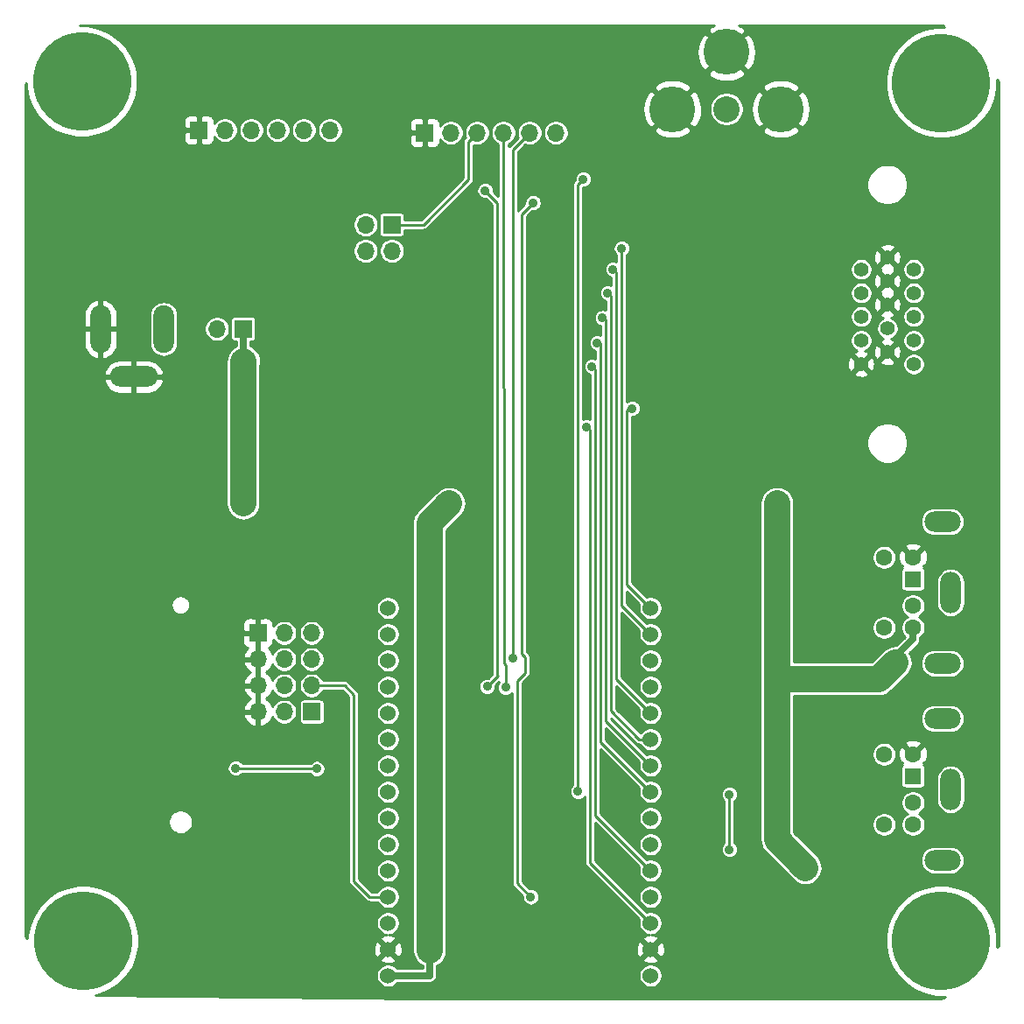
<source format=gbr>
G04 #@! TF.GenerationSoftware,KiCad,Pcbnew,(5.1.5)-3*
G04 #@! TF.CreationDate,2021-03-10T17:54:12-05:00*
G04 #@! TF.ProjectId,ESP32-VGA,45535033-322d-4564-9741-2e6b69636164,2*
G04 #@! TF.SameCoordinates,Original*
G04 #@! TF.FileFunction,Copper,L2,Bot*
G04 #@! TF.FilePolarity,Positive*
%FSLAX46Y46*%
G04 Gerber Fmt 4.6, Leading zero omitted, Abs format (unit mm)*
G04 Created by KiCad (PCBNEW (5.1.5)-3) date 2021-03-10 17:54:12*
%MOMM*%
%LPD*%
G04 APERTURE LIST*
%ADD10C,9.525000*%
%ADD11C,1.524000*%
%ADD12C,1.397000*%
%ADD13O,3.500000X2.000000*%
%ADD14R,1.600000X1.600000*%
%ADD15C,1.600000*%
%ADD16O,2.000000X4.000000*%
%ADD17C,4.445000*%
%ADD18C,2.540000*%
%ADD19O,1.700000X1.700000*%
%ADD20R,1.700000X1.700000*%
%ADD21O,2.000000X4.600000*%
%ADD22O,4.600000X2.000000*%
%ADD23C,1.270000*%
%ADD24C,0.889000*%
%ADD25C,2.540000*%
%ADD26C,0.635000*%
%ADD27C,0.254000*%
G04 APERTURE END LIST*
D10*
X15875000Y-15875000D03*
X99000000Y-99000000D03*
X16000000Y-99000000D03*
X99000000Y-16000000D03*
D11*
X70866000Y-102362000D03*
X70866000Y-99822000D03*
X70866000Y-97282000D03*
X70866000Y-94742000D03*
X70866000Y-92202000D03*
X70866000Y-89662000D03*
X70866000Y-87122000D03*
X70866000Y-84582000D03*
X70866000Y-82042000D03*
X70866000Y-79502000D03*
X70866000Y-76962000D03*
X70866000Y-74422000D03*
X70866000Y-71882000D03*
X70866000Y-69342000D03*
X70866000Y-66802000D03*
X45466000Y-66802000D03*
X45466000Y-69342000D03*
X45466000Y-71882000D03*
X45466000Y-74422000D03*
X45466000Y-76962000D03*
X45466000Y-79502000D03*
X45466000Y-82042000D03*
X45466000Y-84582000D03*
X45466000Y-87122000D03*
X45466000Y-89662000D03*
X45466000Y-92202000D03*
X45466000Y-94742000D03*
X45466000Y-97282000D03*
X45466000Y-99822000D03*
X45466000Y-102362000D03*
D12*
X91239340Y-38620700D03*
X91239340Y-36334700D03*
X91239340Y-34043620D03*
X91239340Y-40914320D03*
X91239340Y-43202860D03*
X93779340Y-39768780D03*
X93779340Y-37480240D03*
X93779340Y-35189160D03*
X93779340Y-32898080D03*
X93779340Y-42059860D03*
X96319340Y-34043620D03*
X96319340Y-36334700D03*
X96316800Y-38623240D03*
X96319340Y-40914320D03*
X96319340Y-43202860D03*
D13*
X99116000Y-72158000D03*
X99116000Y-58458000D03*
D14*
X96266000Y-64008000D03*
D15*
X96266000Y-66608000D03*
X96266000Y-61908000D03*
X96266000Y-68708000D03*
X93466000Y-61908000D03*
X93466000Y-68708000D03*
D16*
X99916000Y-65308000D03*
X99916000Y-84358000D03*
D15*
X93466000Y-87758000D03*
X93466000Y-80958000D03*
X96266000Y-87758000D03*
X96266000Y-80958000D03*
X96266000Y-85658000D03*
D14*
X96266000Y-83058000D03*
D13*
X99116000Y-77508000D03*
X99116000Y-91208000D03*
D17*
X78232000Y-13030200D03*
X72986900Y-18542000D03*
X83477100Y-18542000D03*
D18*
X78232000Y-18542000D03*
D19*
X61722000Y-20828000D03*
X59182000Y-20828000D03*
X56642000Y-20828000D03*
X54102000Y-20828000D03*
X51562000Y-20828000D03*
D20*
X49022000Y-20828000D03*
X27178000Y-20574000D03*
D19*
X29718000Y-20574000D03*
X32258000Y-20574000D03*
X34798000Y-20574000D03*
X37338000Y-20574000D03*
X39878000Y-20574000D03*
D20*
X32893000Y-69215000D03*
D19*
X35433000Y-69215000D03*
X32893000Y-71755000D03*
X35433000Y-71755000D03*
X32893000Y-74295000D03*
X35433000Y-74295000D03*
X32893000Y-76835000D03*
X35433000Y-76835000D03*
D20*
X38100000Y-76835000D03*
D19*
X38100000Y-74295000D03*
X38100000Y-71755000D03*
X38100000Y-69215000D03*
D20*
X31470600Y-39801800D03*
D19*
X28930600Y-39801800D03*
D21*
X17678400Y-39827200D03*
X23778400Y-39827200D03*
D22*
X20878400Y-44427200D03*
D20*
X45847000Y-29718000D03*
D19*
X45847000Y-32258000D03*
X43307000Y-29718000D03*
X43307000Y-32258000D03*
D23*
X85852000Y-91948000D03*
X31470600Y-56692800D03*
X83108800Y-56692800D03*
X51384200Y-56692800D03*
D24*
X83439000Y-81051400D03*
X80264000Y-89916000D03*
X30454600Y-100101400D03*
X83312000Y-102108000D03*
X71120000Y-25917000D03*
X26035000Y-72390000D03*
X26035000Y-80010000D03*
X32131000Y-31953200D03*
X57531000Y-71704200D03*
X56845200Y-74498200D03*
X59512200Y-27609800D03*
X59283600Y-94767400D03*
X69088000Y-47498000D03*
X64706470Y-49276000D03*
X67246500Y-34036000D03*
X68072000Y-32004000D03*
X66230500Y-38735000D03*
X66738500Y-36322000D03*
X65214480Y-43434000D03*
X65722490Y-41148000D03*
X63855600Y-84556600D03*
X64363600Y-25323800D03*
X78511400Y-90170000D03*
X78511400Y-84836000D03*
X54864000Y-26416000D03*
X55067200Y-74396600D03*
X30734000Y-82296000D03*
X38582600Y-82346800D03*
D25*
X31470600Y-42976800D02*
X31521400Y-42926000D01*
X31470600Y-56692800D02*
X31470600Y-42976800D01*
D26*
X31470600Y-39801800D02*
X31521400Y-42926000D01*
D25*
X49479200Y-58597800D02*
X51384200Y-56692800D01*
D26*
X45466000Y-102362000D02*
X49530000Y-102362000D01*
X49504600Y-102336600D02*
X49504600Y-99923600D01*
X49530000Y-102362000D02*
X49504600Y-102336600D01*
D25*
X49504600Y-99923600D02*
X49479200Y-58597800D01*
X83108800Y-89204800D02*
X85852000Y-91948000D01*
X83108800Y-73660000D02*
X92989400Y-73660000D01*
X83108800Y-56692800D02*
X83108800Y-73660000D01*
X92989400Y-73660000D02*
X94564200Y-72085200D01*
D26*
X94564200Y-72085200D02*
X94742000Y-72085200D01*
X94767400Y-71337970D02*
X94767400Y-72110600D01*
X96266000Y-69839370D02*
X94767400Y-71337970D01*
X96266000Y-68708000D02*
X96266000Y-69839370D01*
X94742000Y-72085200D02*
X94767400Y-72110600D01*
D25*
X83108800Y-73660000D02*
X83108800Y-89204800D01*
D27*
X57531000Y-22479000D02*
X59182000Y-20828000D01*
X57531000Y-71704200D02*
X57531000Y-22479000D01*
X56642000Y-20828000D02*
X56692800Y-69900800D01*
X56692800Y-69900800D02*
X56692800Y-72161400D01*
X56845200Y-72313800D02*
X56845200Y-74498200D01*
X56692800Y-72161400D02*
X56845200Y-72313800D01*
X58420010Y-28701990D02*
X58420010Y-71247008D01*
X57962800Y-73837800D02*
X57962800Y-93446600D01*
X58737501Y-73063099D02*
X57962800Y-73837800D01*
X59512200Y-27609800D02*
X58420010Y-28701990D01*
X58420010Y-71247008D02*
X58737501Y-71564499D01*
X57962800Y-93446600D02*
X59283600Y-94767400D01*
X58737501Y-71564499D02*
X58737501Y-73063099D01*
X68757800Y-47498000D02*
X68580010Y-47675790D01*
X69088000Y-47498000D02*
X68757800Y-47498000D01*
X68580010Y-64516010D02*
X70866000Y-66802000D01*
X68580010Y-47675790D02*
X68580010Y-64516010D01*
X65023960Y-49593490D02*
X64706470Y-49276000D01*
X70866000Y-97282000D02*
X65023960Y-91439960D01*
X65023960Y-91439960D02*
X65023960Y-49593490D01*
X67564000Y-73660000D02*
X67564000Y-34353500D01*
X67246500Y-34036000D02*
X67564000Y-34353500D01*
X67564000Y-73660000D02*
X70866000Y-76962000D01*
X68072000Y-66548000D02*
X68072000Y-32004000D01*
X68072000Y-66548000D02*
X70866000Y-69342000D01*
X66547990Y-38938190D02*
X66547990Y-77723990D01*
X66547990Y-77723990D02*
X70866000Y-82042000D01*
X66344800Y-38735000D02*
X66547990Y-38938190D01*
X66230500Y-38735000D02*
X66344800Y-38735000D01*
X69788370Y-79502000D02*
X67056000Y-76769630D01*
X67056000Y-76769630D02*
X67056000Y-36639500D01*
X66738500Y-36322000D02*
X67056000Y-36639500D01*
X70866000Y-79502000D02*
X69788370Y-79502000D01*
X65531970Y-86867970D02*
X70866000Y-92202000D01*
X65531970Y-43751490D02*
X65214480Y-43434000D01*
X65531970Y-46837630D02*
X65531970Y-43751490D01*
X65531970Y-46837630D02*
X65531970Y-86867970D01*
X66039980Y-79755980D02*
X70866000Y-84582000D01*
X66039980Y-42468820D02*
X66039980Y-79755980D01*
X66039980Y-42468820D02*
X66039980Y-41833800D01*
X66039980Y-41150511D02*
X66039980Y-42468820D01*
X66037670Y-41148201D02*
X66039980Y-41150511D01*
X65409053Y-41148201D02*
X66037670Y-41148201D01*
X63855600Y-25831800D02*
X64363600Y-25323800D01*
X63855600Y-32258000D02*
X63855600Y-25831800D01*
X63855600Y-84556600D02*
X63855600Y-32258000D01*
X78511400Y-90170000D02*
X78511400Y-84836000D01*
X56070499Y-27622499D02*
X54864000Y-26416000D01*
X56070499Y-73367899D02*
X56070499Y-27622499D01*
X56083200Y-73380600D02*
X56070499Y-73367899D01*
X55067200Y-74396600D02*
X56083200Y-73380600D01*
X38531800Y-82296000D02*
X38582600Y-82346800D01*
X30734000Y-82296000D02*
X38531800Y-82296000D01*
X41275000Y-74295000D02*
X38100000Y-74295000D01*
X42164000Y-75184000D02*
X41275000Y-74295000D01*
X42164000Y-93218000D02*
X42164000Y-75184000D01*
X45466000Y-94742000D02*
X43688000Y-94742000D01*
X43688000Y-94742000D02*
X42164000Y-93218000D01*
X53252001Y-21677999D02*
X53252001Y-25360999D01*
X54102000Y-20828000D02*
X53252001Y-21677999D01*
X48895000Y-29718000D02*
X45847000Y-29718000D01*
X53252001Y-25360999D02*
X48895000Y-29718000D01*
G36*
X76648673Y-10634873D02*
G01*
X76405825Y-11024420D01*
X78232000Y-12850595D01*
X80058175Y-11024420D01*
X79815327Y-10634873D01*
X79429300Y-10431000D01*
X98982310Y-10431000D01*
X99166541Y-10446147D01*
X99322894Y-10602500D01*
X98468393Y-10602500D01*
X97425607Y-10809923D01*
X96443325Y-11216798D01*
X95559294Y-11807488D01*
X94807488Y-12559294D01*
X94216798Y-13443325D01*
X93809923Y-14425607D01*
X93602500Y-15468393D01*
X93602500Y-16531607D01*
X93809923Y-17574393D01*
X94216798Y-18556675D01*
X94807488Y-19440706D01*
X95559294Y-20192512D01*
X96443325Y-20783202D01*
X97425607Y-21190077D01*
X98468393Y-21397500D01*
X99531607Y-21397500D01*
X100574393Y-21190077D01*
X101556675Y-20783202D01*
X102440706Y-20192512D01*
X103192512Y-19440706D01*
X103783202Y-18556675D01*
X104190077Y-17574393D01*
X104397500Y-16531607D01*
X104397500Y-15677106D01*
X104561004Y-15840610D01*
X104569000Y-16010167D01*
X104569001Y-98982297D01*
X104527480Y-99487330D01*
X104377707Y-99631111D01*
X104397500Y-99531607D01*
X104397500Y-98468393D01*
X104190077Y-97425607D01*
X103783202Y-96443325D01*
X103192512Y-95559294D01*
X102440706Y-94807488D01*
X101556675Y-94216798D01*
X100574393Y-93809923D01*
X99531607Y-93602500D01*
X98468393Y-93602500D01*
X97425607Y-93809923D01*
X96443325Y-94216798D01*
X95559294Y-94807488D01*
X94807488Y-95559294D01*
X94216798Y-96443325D01*
X93809923Y-97425607D01*
X93602500Y-98468393D01*
X93602500Y-99531607D01*
X93809923Y-100574393D01*
X94216798Y-101556675D01*
X94807488Y-102440706D01*
X95559294Y-103192512D01*
X96443325Y-103783202D01*
X97425607Y-104190077D01*
X98468393Y-104397500D01*
X99412720Y-104397500D01*
X99246691Y-104556887D01*
X98989833Y-104569000D01*
X49126642Y-104569000D01*
X17157563Y-104272990D01*
X17574393Y-104190077D01*
X18556675Y-103783202D01*
X19440706Y-103192512D01*
X20192512Y-102440706D01*
X20320322Y-102249424D01*
X44323000Y-102249424D01*
X44323000Y-102474576D01*
X44366925Y-102695401D01*
X44453087Y-102903413D01*
X44578174Y-103090620D01*
X44737380Y-103249826D01*
X44924587Y-103374913D01*
X45132599Y-103461075D01*
X45353424Y-103505000D01*
X45578576Y-103505000D01*
X45799401Y-103461075D01*
X46007413Y-103374913D01*
X46194620Y-103249826D01*
X46353826Y-103090620D01*
X46373951Y-103060500D01*
X49495701Y-103060500D01*
X49529999Y-103063878D01*
X49564297Y-103060500D01*
X49564309Y-103060500D01*
X49666930Y-103050393D01*
X49798597Y-103010452D01*
X49919943Y-102945591D01*
X50026303Y-102858303D01*
X50113591Y-102751943D01*
X50178452Y-102630597D01*
X50218393Y-102498930D01*
X50231879Y-102362000D01*
X50220792Y-102249424D01*
X69723000Y-102249424D01*
X69723000Y-102474576D01*
X69766925Y-102695401D01*
X69853087Y-102903413D01*
X69978174Y-103090620D01*
X70137380Y-103249826D01*
X70324587Y-103374913D01*
X70532599Y-103461075D01*
X70753424Y-103505000D01*
X70978576Y-103505000D01*
X71199401Y-103461075D01*
X71407413Y-103374913D01*
X71594620Y-103249826D01*
X71753826Y-103090620D01*
X71878913Y-102903413D01*
X71965075Y-102695401D01*
X72009000Y-102474576D01*
X72009000Y-102249424D01*
X71965075Y-102028599D01*
X71878913Y-101820587D01*
X71753826Y-101633380D01*
X71594620Y-101474174D01*
X71407413Y-101349087D01*
X71199401Y-101262925D01*
X70978576Y-101219000D01*
X70970614Y-101219000D01*
X71210133Y-101182922D01*
X71469023Y-101089636D01*
X71584980Y-101027656D01*
X71651960Y-100787565D01*
X70866000Y-100001605D01*
X70080040Y-100787565D01*
X70147020Y-101027656D01*
X70396048Y-101144756D01*
X70663135Y-101211023D01*
X70833286Y-101219000D01*
X70753424Y-101219000D01*
X70532599Y-101262925D01*
X70324587Y-101349087D01*
X70137380Y-101474174D01*
X69978174Y-101633380D01*
X69853087Y-101820587D01*
X69766925Y-102028599D01*
X69723000Y-102249424D01*
X50220792Y-102249424D01*
X50218393Y-102225070D01*
X50203100Y-102174656D01*
X50203100Y-101422355D01*
X50427131Y-101302431D01*
X50678402Y-101095960D01*
X50884564Y-100844436D01*
X51037694Y-100557525D01*
X51131909Y-100246253D01*
X51155649Y-100003689D01*
X51155582Y-99894017D01*
X69464090Y-99894017D01*
X69505078Y-100166133D01*
X69598364Y-100425023D01*
X69660344Y-100540980D01*
X69900435Y-100607960D01*
X70686395Y-99822000D01*
X71045605Y-99822000D01*
X71831565Y-100607960D01*
X72071656Y-100540980D01*
X72188756Y-100291952D01*
X72255023Y-100024865D01*
X72267910Y-99749983D01*
X72226922Y-99477867D01*
X72133636Y-99218977D01*
X72071656Y-99103020D01*
X71831565Y-99036040D01*
X71045605Y-99822000D01*
X70686395Y-99822000D01*
X69900435Y-99036040D01*
X69660344Y-99103020D01*
X69543244Y-99352048D01*
X69476977Y-99619135D01*
X69464090Y-99894017D01*
X51155582Y-99894017D01*
X51130620Y-59281246D01*
X52608982Y-57802884D01*
X52763598Y-57614484D01*
X52916904Y-57327668D01*
X53011310Y-57016453D01*
X53043188Y-56692800D01*
X53011310Y-56369148D01*
X52916904Y-56057933D01*
X52763598Y-55771116D01*
X52557281Y-55519719D01*
X52305884Y-55313402D01*
X52019067Y-55160096D01*
X51707852Y-55065690D01*
X51384200Y-55033812D01*
X51060547Y-55065690D01*
X50749332Y-55160096D01*
X50462516Y-55313402D01*
X50274116Y-55468018D01*
X48368754Y-57373380D01*
X48305398Y-57425440D01*
X48202618Y-57550834D01*
X48099802Y-57676117D01*
X48099562Y-57676567D01*
X48099236Y-57676964D01*
X48022931Y-57819932D01*
X47946496Y-57962933D01*
X47946347Y-57963425D01*
X47946106Y-57963876D01*
X47899090Y-58119211D01*
X47852090Y-58274148D01*
X47852040Y-58274656D01*
X47851891Y-58275148D01*
X47836107Y-58436421D01*
X47820212Y-58597800D01*
X47828250Y-58679412D01*
X47853651Y-100005718D01*
X47877689Y-100248253D01*
X47972286Y-100559409D01*
X48125769Y-100846131D01*
X48332240Y-101097402D01*
X48583764Y-101303564D01*
X48806100Y-101422230D01*
X48806100Y-101663500D01*
X46373951Y-101663500D01*
X46353826Y-101633380D01*
X46194620Y-101474174D01*
X46007413Y-101349087D01*
X45799401Y-101262925D01*
X45578576Y-101219000D01*
X45570614Y-101219000D01*
X45810133Y-101182922D01*
X46069023Y-101089636D01*
X46184980Y-101027656D01*
X46251960Y-100787565D01*
X45466000Y-100001605D01*
X44680040Y-100787565D01*
X44747020Y-101027656D01*
X44996048Y-101144756D01*
X45263135Y-101211023D01*
X45433286Y-101219000D01*
X45353424Y-101219000D01*
X45132599Y-101262925D01*
X44924587Y-101349087D01*
X44737380Y-101474174D01*
X44578174Y-101633380D01*
X44453087Y-101820587D01*
X44366925Y-102028599D01*
X44323000Y-102249424D01*
X20320322Y-102249424D01*
X20783202Y-101556675D01*
X21190077Y-100574393D01*
X21325412Y-99894017D01*
X44064090Y-99894017D01*
X44105078Y-100166133D01*
X44198364Y-100425023D01*
X44260344Y-100540980D01*
X44500435Y-100607960D01*
X45286395Y-99822000D01*
X45645605Y-99822000D01*
X46431565Y-100607960D01*
X46671656Y-100540980D01*
X46788756Y-100291952D01*
X46855023Y-100024865D01*
X46867910Y-99749983D01*
X46826922Y-99477867D01*
X46733636Y-99218977D01*
X46671656Y-99103020D01*
X46431565Y-99036040D01*
X45645605Y-99822000D01*
X45286395Y-99822000D01*
X44500435Y-99036040D01*
X44260344Y-99103020D01*
X44143244Y-99352048D01*
X44076977Y-99619135D01*
X44064090Y-99894017D01*
X21325412Y-99894017D01*
X21397500Y-99531607D01*
X21397500Y-98468393D01*
X21190077Y-97425607D01*
X21083963Y-97169424D01*
X44323000Y-97169424D01*
X44323000Y-97394576D01*
X44366925Y-97615401D01*
X44453087Y-97823413D01*
X44578174Y-98010620D01*
X44737380Y-98169826D01*
X44924587Y-98294913D01*
X45132599Y-98381075D01*
X45353424Y-98425000D01*
X45361386Y-98425000D01*
X45121867Y-98461078D01*
X44862977Y-98554364D01*
X44747020Y-98616344D01*
X44680040Y-98856435D01*
X45466000Y-99642395D01*
X46251960Y-98856435D01*
X46184980Y-98616344D01*
X45935952Y-98499244D01*
X45668865Y-98432977D01*
X45498714Y-98425000D01*
X45578576Y-98425000D01*
X45799401Y-98381075D01*
X46007413Y-98294913D01*
X46194620Y-98169826D01*
X46353826Y-98010620D01*
X46478913Y-97823413D01*
X46565075Y-97615401D01*
X46609000Y-97394576D01*
X46609000Y-97169424D01*
X46565075Y-96948599D01*
X46478913Y-96740587D01*
X46353826Y-96553380D01*
X46194620Y-96394174D01*
X46007413Y-96269087D01*
X45799401Y-96182925D01*
X45578576Y-96139000D01*
X45353424Y-96139000D01*
X45132599Y-96182925D01*
X44924587Y-96269087D01*
X44737380Y-96394174D01*
X44578174Y-96553380D01*
X44453087Y-96740587D01*
X44366925Y-96948599D01*
X44323000Y-97169424D01*
X21083963Y-97169424D01*
X20783202Y-96443325D01*
X20192512Y-95559294D01*
X19440706Y-94807488D01*
X18556675Y-94216798D01*
X17574393Y-93809923D01*
X16531607Y-93602500D01*
X15468393Y-93602500D01*
X14425607Y-93809923D01*
X13443325Y-94216798D01*
X12559294Y-94807488D01*
X11807488Y-95559294D01*
X11216798Y-96443325D01*
X10809923Y-97425607D01*
X10602500Y-98468393D01*
X10602500Y-98786530D01*
X10431000Y-98628750D01*
X10431000Y-87393682D01*
X24219000Y-87393682D01*
X24219000Y-87626318D01*
X24264386Y-87854485D01*
X24353412Y-88069413D01*
X24482658Y-88262843D01*
X24647157Y-88427342D01*
X24840587Y-88556588D01*
X25055515Y-88645614D01*
X25283682Y-88691000D01*
X25516318Y-88691000D01*
X25744485Y-88645614D01*
X25959413Y-88556588D01*
X26152843Y-88427342D01*
X26317342Y-88262843D01*
X26446588Y-88069413D01*
X26535614Y-87854485D01*
X26581000Y-87626318D01*
X26581000Y-87393682D01*
X26535614Y-87165515D01*
X26446588Y-86950587D01*
X26317342Y-86757157D01*
X26152843Y-86592658D01*
X25959413Y-86463412D01*
X25744485Y-86374386D01*
X25516318Y-86329000D01*
X25283682Y-86329000D01*
X25055515Y-86374386D01*
X24840587Y-86463412D01*
X24647157Y-86592658D01*
X24482658Y-86757157D01*
X24353412Y-86950587D01*
X24264386Y-87165515D01*
X24219000Y-87393682D01*
X10431000Y-87393682D01*
X10431000Y-82214695D01*
X29908500Y-82214695D01*
X29908500Y-82377305D01*
X29940224Y-82536789D01*
X30002452Y-82687021D01*
X30092792Y-82822225D01*
X30207775Y-82937208D01*
X30342979Y-83027548D01*
X30493211Y-83089776D01*
X30652695Y-83121500D01*
X30815305Y-83121500D01*
X30974789Y-83089776D01*
X31125021Y-83027548D01*
X31260225Y-82937208D01*
X31375208Y-82822225D01*
X31387385Y-82804000D01*
X37895271Y-82804000D01*
X37941392Y-82873025D01*
X38056375Y-82988008D01*
X38191579Y-83078348D01*
X38341811Y-83140576D01*
X38501295Y-83172300D01*
X38663905Y-83172300D01*
X38823389Y-83140576D01*
X38973621Y-83078348D01*
X39108825Y-82988008D01*
X39223808Y-82873025D01*
X39314148Y-82737821D01*
X39376376Y-82587589D01*
X39408100Y-82428105D01*
X39408100Y-82265495D01*
X39376376Y-82106011D01*
X39314148Y-81955779D01*
X39223808Y-81820575D01*
X39108825Y-81705592D01*
X38973621Y-81615252D01*
X38823389Y-81553024D01*
X38663905Y-81521300D01*
X38501295Y-81521300D01*
X38341811Y-81553024D01*
X38191579Y-81615252D01*
X38056375Y-81705592D01*
X37973967Y-81788000D01*
X31387385Y-81788000D01*
X31375208Y-81769775D01*
X31260225Y-81654792D01*
X31125021Y-81564452D01*
X30974789Y-81502224D01*
X30815305Y-81470500D01*
X30652695Y-81470500D01*
X30493211Y-81502224D01*
X30342979Y-81564452D01*
X30207775Y-81654792D01*
X30092792Y-81769775D01*
X30002452Y-81904979D01*
X29940224Y-82055211D01*
X29908500Y-82214695D01*
X10431000Y-82214695D01*
X10431000Y-77191890D01*
X31451524Y-77191890D01*
X31496175Y-77339099D01*
X31621359Y-77601920D01*
X31795412Y-77835269D01*
X32011645Y-78030178D01*
X32261748Y-78179157D01*
X32536109Y-78276481D01*
X32766000Y-78155814D01*
X32766000Y-76962000D01*
X31572845Y-76962000D01*
X31451524Y-77191890D01*
X10431000Y-77191890D01*
X10431000Y-74651890D01*
X31451524Y-74651890D01*
X31496175Y-74799099D01*
X31621359Y-75061920D01*
X31795412Y-75295269D01*
X32011645Y-75490178D01*
X32137255Y-75565000D01*
X32011645Y-75639822D01*
X31795412Y-75834731D01*
X31621359Y-76068080D01*
X31496175Y-76330901D01*
X31451524Y-76478110D01*
X31572845Y-76708000D01*
X32766000Y-76708000D01*
X32766000Y-74422000D01*
X31572845Y-74422000D01*
X31451524Y-74651890D01*
X10431000Y-74651890D01*
X10431000Y-72111890D01*
X31451524Y-72111890D01*
X31496175Y-72259099D01*
X31621359Y-72521920D01*
X31795412Y-72755269D01*
X32011645Y-72950178D01*
X32137255Y-73025000D01*
X32011645Y-73099822D01*
X31795412Y-73294731D01*
X31621359Y-73528080D01*
X31496175Y-73790901D01*
X31451524Y-73938110D01*
X31572845Y-74168000D01*
X32766000Y-74168000D01*
X32766000Y-71882000D01*
X31572845Y-71882000D01*
X31451524Y-72111890D01*
X10431000Y-72111890D01*
X10431000Y-70065000D01*
X31404928Y-70065000D01*
X31417188Y-70189482D01*
X31453498Y-70309180D01*
X31512463Y-70419494D01*
X31591815Y-70516185D01*
X31688506Y-70595537D01*
X31798820Y-70654502D01*
X31879466Y-70678966D01*
X31795412Y-70754731D01*
X31621359Y-70988080D01*
X31496175Y-71250901D01*
X31451524Y-71398110D01*
X31572845Y-71628000D01*
X32766000Y-71628000D01*
X32766000Y-69342000D01*
X31566750Y-69342000D01*
X31408000Y-69500750D01*
X31404928Y-70065000D01*
X10431000Y-70065000D01*
X10431000Y-68365000D01*
X31404928Y-68365000D01*
X31408000Y-68929250D01*
X31566750Y-69088000D01*
X32766000Y-69088000D01*
X32766000Y-67888750D01*
X33020000Y-67888750D01*
X33020000Y-69088000D01*
X33040000Y-69088000D01*
X33040000Y-69342000D01*
X33020000Y-69342000D01*
X33020000Y-71628000D01*
X33040000Y-71628000D01*
X33040000Y-71882000D01*
X33020000Y-71882000D01*
X33020000Y-74168000D01*
X33040000Y-74168000D01*
X33040000Y-74422000D01*
X33020000Y-74422000D01*
X33020000Y-76708000D01*
X33040000Y-76708000D01*
X33040000Y-76962000D01*
X33020000Y-76962000D01*
X33020000Y-78155814D01*
X33249891Y-78276481D01*
X33524252Y-78179157D01*
X33774355Y-78030178D01*
X33990588Y-77835269D01*
X34164641Y-77601920D01*
X34289825Y-77339099D01*
X34298091Y-77311846D01*
X34342102Y-77418097D01*
X34476820Y-77619717D01*
X34648283Y-77791180D01*
X34849903Y-77925898D01*
X35073931Y-78018693D01*
X35311757Y-78066000D01*
X35554243Y-78066000D01*
X35792069Y-78018693D01*
X36016097Y-77925898D01*
X36217717Y-77791180D01*
X36389180Y-77619717D01*
X36523898Y-77418097D01*
X36616693Y-77194069D01*
X36664000Y-76956243D01*
X36664000Y-76713757D01*
X36616693Y-76475931D01*
X36523898Y-76251903D01*
X36389180Y-76050283D01*
X36323897Y-75985000D01*
X36867157Y-75985000D01*
X36867157Y-77685000D01*
X36874513Y-77759689D01*
X36896299Y-77831508D01*
X36931678Y-77897696D01*
X36979289Y-77955711D01*
X37037304Y-78003322D01*
X37103492Y-78038701D01*
X37175311Y-78060487D01*
X37250000Y-78067843D01*
X38950000Y-78067843D01*
X39024689Y-78060487D01*
X39096508Y-78038701D01*
X39162696Y-78003322D01*
X39220711Y-77955711D01*
X39268322Y-77897696D01*
X39303701Y-77831508D01*
X39325487Y-77759689D01*
X39332843Y-77685000D01*
X39332843Y-75985000D01*
X39325487Y-75910311D01*
X39303701Y-75838492D01*
X39268322Y-75772304D01*
X39220711Y-75714289D01*
X39162696Y-75666678D01*
X39096508Y-75631299D01*
X39024689Y-75609513D01*
X38950000Y-75602157D01*
X37250000Y-75602157D01*
X37175311Y-75609513D01*
X37103492Y-75631299D01*
X37037304Y-75666678D01*
X36979289Y-75714289D01*
X36931678Y-75772304D01*
X36896299Y-75838492D01*
X36874513Y-75910311D01*
X36867157Y-75985000D01*
X36323897Y-75985000D01*
X36217717Y-75878820D01*
X36016097Y-75744102D01*
X35792069Y-75651307D01*
X35554243Y-75604000D01*
X35311757Y-75604000D01*
X35073931Y-75651307D01*
X34849903Y-75744102D01*
X34648283Y-75878820D01*
X34476820Y-76050283D01*
X34342102Y-76251903D01*
X34298091Y-76358154D01*
X34289825Y-76330901D01*
X34164641Y-76068080D01*
X33990588Y-75834731D01*
X33774355Y-75639822D01*
X33648745Y-75565000D01*
X33774355Y-75490178D01*
X33990588Y-75295269D01*
X34164641Y-75061920D01*
X34289825Y-74799099D01*
X34298091Y-74771846D01*
X34342102Y-74878097D01*
X34476820Y-75079717D01*
X34648283Y-75251180D01*
X34849903Y-75385898D01*
X35073931Y-75478693D01*
X35311757Y-75526000D01*
X35554243Y-75526000D01*
X35792069Y-75478693D01*
X36016097Y-75385898D01*
X36217717Y-75251180D01*
X36389180Y-75079717D01*
X36523898Y-74878097D01*
X36616693Y-74654069D01*
X36664000Y-74416243D01*
X36664000Y-74173757D01*
X36869000Y-74173757D01*
X36869000Y-74416243D01*
X36916307Y-74654069D01*
X37009102Y-74878097D01*
X37143820Y-75079717D01*
X37315283Y-75251180D01*
X37516903Y-75385898D01*
X37740931Y-75478693D01*
X37978757Y-75526000D01*
X38221243Y-75526000D01*
X38459069Y-75478693D01*
X38683097Y-75385898D01*
X38884717Y-75251180D01*
X39056180Y-75079717D01*
X39190898Y-74878097D01*
X39222004Y-74803000D01*
X41064580Y-74803000D01*
X41656001Y-75394421D01*
X41656000Y-93193056D01*
X41653543Y-93218000D01*
X41656000Y-93242944D01*
X41656000Y-93242946D01*
X41663351Y-93317584D01*
X41692399Y-93413342D01*
X41739571Y-93501595D01*
X41803052Y-93578948D01*
X41822435Y-93594855D01*
X43311150Y-95083571D01*
X43327052Y-95102948D01*
X43346429Y-95118850D01*
X43404404Y-95166429D01*
X43492655Y-95213600D01*
X43492657Y-95213601D01*
X43588415Y-95242649D01*
X43663053Y-95250000D01*
X43663055Y-95250000D01*
X43687999Y-95252457D01*
X43712943Y-95250000D01*
X44439247Y-95250000D01*
X44453087Y-95283413D01*
X44578174Y-95470620D01*
X44737380Y-95629826D01*
X44924587Y-95754913D01*
X45132599Y-95841075D01*
X45353424Y-95885000D01*
X45578576Y-95885000D01*
X45799401Y-95841075D01*
X46007413Y-95754913D01*
X46194620Y-95629826D01*
X46353826Y-95470620D01*
X46478913Y-95283413D01*
X46565075Y-95075401D01*
X46609000Y-94854576D01*
X46609000Y-94629424D01*
X46565075Y-94408599D01*
X46478913Y-94200587D01*
X46353826Y-94013380D01*
X46194620Y-93854174D01*
X46007413Y-93729087D01*
X45799401Y-93642925D01*
X45578576Y-93599000D01*
X45353424Y-93599000D01*
X45132599Y-93642925D01*
X44924587Y-93729087D01*
X44737380Y-93854174D01*
X44578174Y-94013380D01*
X44453087Y-94200587D01*
X44439247Y-94234000D01*
X43898421Y-94234000D01*
X42672000Y-93007580D01*
X42672000Y-92089424D01*
X44323000Y-92089424D01*
X44323000Y-92314576D01*
X44366925Y-92535401D01*
X44453087Y-92743413D01*
X44578174Y-92930620D01*
X44737380Y-93089826D01*
X44924587Y-93214913D01*
X45132599Y-93301075D01*
X45353424Y-93345000D01*
X45578576Y-93345000D01*
X45799401Y-93301075D01*
X46007413Y-93214913D01*
X46194620Y-93089826D01*
X46353826Y-92930620D01*
X46478913Y-92743413D01*
X46565075Y-92535401D01*
X46609000Y-92314576D01*
X46609000Y-92089424D01*
X46565075Y-91868599D01*
X46478913Y-91660587D01*
X46353826Y-91473380D01*
X46194620Y-91314174D01*
X46007413Y-91189087D01*
X45799401Y-91102925D01*
X45578576Y-91059000D01*
X45353424Y-91059000D01*
X45132599Y-91102925D01*
X44924587Y-91189087D01*
X44737380Y-91314174D01*
X44578174Y-91473380D01*
X44453087Y-91660587D01*
X44366925Y-91868599D01*
X44323000Y-92089424D01*
X42672000Y-92089424D01*
X42672000Y-89549424D01*
X44323000Y-89549424D01*
X44323000Y-89774576D01*
X44366925Y-89995401D01*
X44453087Y-90203413D01*
X44578174Y-90390620D01*
X44737380Y-90549826D01*
X44924587Y-90674913D01*
X45132599Y-90761075D01*
X45353424Y-90805000D01*
X45578576Y-90805000D01*
X45799401Y-90761075D01*
X46007413Y-90674913D01*
X46194620Y-90549826D01*
X46353826Y-90390620D01*
X46478913Y-90203413D01*
X46565075Y-89995401D01*
X46609000Y-89774576D01*
X46609000Y-89549424D01*
X46565075Y-89328599D01*
X46478913Y-89120587D01*
X46353826Y-88933380D01*
X46194620Y-88774174D01*
X46007413Y-88649087D01*
X45799401Y-88562925D01*
X45578576Y-88519000D01*
X45353424Y-88519000D01*
X45132599Y-88562925D01*
X44924587Y-88649087D01*
X44737380Y-88774174D01*
X44578174Y-88933380D01*
X44453087Y-89120587D01*
X44366925Y-89328599D01*
X44323000Y-89549424D01*
X42672000Y-89549424D01*
X42672000Y-87009424D01*
X44323000Y-87009424D01*
X44323000Y-87234576D01*
X44366925Y-87455401D01*
X44453087Y-87663413D01*
X44578174Y-87850620D01*
X44737380Y-88009826D01*
X44924587Y-88134913D01*
X45132599Y-88221075D01*
X45353424Y-88265000D01*
X45578576Y-88265000D01*
X45799401Y-88221075D01*
X46007413Y-88134913D01*
X46194620Y-88009826D01*
X46353826Y-87850620D01*
X46478913Y-87663413D01*
X46565075Y-87455401D01*
X46609000Y-87234576D01*
X46609000Y-87009424D01*
X46565075Y-86788599D01*
X46478913Y-86580587D01*
X46353826Y-86393380D01*
X46194620Y-86234174D01*
X46007413Y-86109087D01*
X45799401Y-86022925D01*
X45578576Y-85979000D01*
X45353424Y-85979000D01*
X45132599Y-86022925D01*
X44924587Y-86109087D01*
X44737380Y-86234174D01*
X44578174Y-86393380D01*
X44453087Y-86580587D01*
X44366925Y-86788599D01*
X44323000Y-87009424D01*
X42672000Y-87009424D01*
X42672000Y-84469424D01*
X44323000Y-84469424D01*
X44323000Y-84694576D01*
X44366925Y-84915401D01*
X44453087Y-85123413D01*
X44578174Y-85310620D01*
X44737380Y-85469826D01*
X44924587Y-85594913D01*
X45132599Y-85681075D01*
X45353424Y-85725000D01*
X45578576Y-85725000D01*
X45799401Y-85681075D01*
X46007413Y-85594913D01*
X46194620Y-85469826D01*
X46353826Y-85310620D01*
X46478913Y-85123413D01*
X46565075Y-84915401D01*
X46609000Y-84694576D01*
X46609000Y-84469424D01*
X46565075Y-84248599D01*
X46478913Y-84040587D01*
X46353826Y-83853380D01*
X46194620Y-83694174D01*
X46007413Y-83569087D01*
X45799401Y-83482925D01*
X45578576Y-83439000D01*
X45353424Y-83439000D01*
X45132599Y-83482925D01*
X44924587Y-83569087D01*
X44737380Y-83694174D01*
X44578174Y-83853380D01*
X44453087Y-84040587D01*
X44366925Y-84248599D01*
X44323000Y-84469424D01*
X42672000Y-84469424D01*
X42672000Y-81929424D01*
X44323000Y-81929424D01*
X44323000Y-82154576D01*
X44366925Y-82375401D01*
X44453087Y-82583413D01*
X44578174Y-82770620D01*
X44737380Y-82929826D01*
X44924587Y-83054913D01*
X45132599Y-83141075D01*
X45353424Y-83185000D01*
X45578576Y-83185000D01*
X45799401Y-83141075D01*
X46007413Y-83054913D01*
X46194620Y-82929826D01*
X46353826Y-82770620D01*
X46478913Y-82583413D01*
X46565075Y-82375401D01*
X46609000Y-82154576D01*
X46609000Y-81929424D01*
X46565075Y-81708599D01*
X46478913Y-81500587D01*
X46353826Y-81313380D01*
X46194620Y-81154174D01*
X46007413Y-81029087D01*
X45799401Y-80942925D01*
X45578576Y-80899000D01*
X45353424Y-80899000D01*
X45132599Y-80942925D01*
X44924587Y-81029087D01*
X44737380Y-81154174D01*
X44578174Y-81313380D01*
X44453087Y-81500587D01*
X44366925Y-81708599D01*
X44323000Y-81929424D01*
X42672000Y-81929424D01*
X42672000Y-79389424D01*
X44323000Y-79389424D01*
X44323000Y-79614576D01*
X44366925Y-79835401D01*
X44453087Y-80043413D01*
X44578174Y-80230620D01*
X44737380Y-80389826D01*
X44924587Y-80514913D01*
X45132599Y-80601075D01*
X45353424Y-80645000D01*
X45578576Y-80645000D01*
X45799401Y-80601075D01*
X46007413Y-80514913D01*
X46194620Y-80389826D01*
X46353826Y-80230620D01*
X46478913Y-80043413D01*
X46565075Y-79835401D01*
X46609000Y-79614576D01*
X46609000Y-79389424D01*
X46565075Y-79168599D01*
X46478913Y-78960587D01*
X46353826Y-78773380D01*
X46194620Y-78614174D01*
X46007413Y-78489087D01*
X45799401Y-78402925D01*
X45578576Y-78359000D01*
X45353424Y-78359000D01*
X45132599Y-78402925D01*
X44924587Y-78489087D01*
X44737380Y-78614174D01*
X44578174Y-78773380D01*
X44453087Y-78960587D01*
X44366925Y-79168599D01*
X44323000Y-79389424D01*
X42672000Y-79389424D01*
X42672000Y-76849424D01*
X44323000Y-76849424D01*
X44323000Y-77074576D01*
X44366925Y-77295401D01*
X44453087Y-77503413D01*
X44578174Y-77690620D01*
X44737380Y-77849826D01*
X44924587Y-77974913D01*
X45132599Y-78061075D01*
X45353424Y-78105000D01*
X45578576Y-78105000D01*
X45799401Y-78061075D01*
X46007413Y-77974913D01*
X46194620Y-77849826D01*
X46353826Y-77690620D01*
X46478913Y-77503413D01*
X46565075Y-77295401D01*
X46609000Y-77074576D01*
X46609000Y-76849424D01*
X46565075Y-76628599D01*
X46478913Y-76420587D01*
X46353826Y-76233380D01*
X46194620Y-76074174D01*
X46007413Y-75949087D01*
X45799401Y-75862925D01*
X45578576Y-75819000D01*
X45353424Y-75819000D01*
X45132599Y-75862925D01*
X44924587Y-75949087D01*
X44737380Y-76074174D01*
X44578174Y-76233380D01*
X44453087Y-76420587D01*
X44366925Y-76628599D01*
X44323000Y-76849424D01*
X42672000Y-76849424D01*
X42672000Y-75208944D01*
X42674457Y-75184000D01*
X42668956Y-75128148D01*
X42664649Y-75084415D01*
X42635601Y-74988657D01*
X42588429Y-74900405D01*
X42524948Y-74823052D01*
X42505565Y-74807145D01*
X42007844Y-74309424D01*
X44323000Y-74309424D01*
X44323000Y-74534576D01*
X44366925Y-74755401D01*
X44453087Y-74963413D01*
X44578174Y-75150620D01*
X44737380Y-75309826D01*
X44924587Y-75434913D01*
X45132599Y-75521075D01*
X45353424Y-75565000D01*
X45578576Y-75565000D01*
X45799401Y-75521075D01*
X46007413Y-75434913D01*
X46194620Y-75309826D01*
X46353826Y-75150620D01*
X46478913Y-74963413D01*
X46565075Y-74755401D01*
X46609000Y-74534576D01*
X46609000Y-74309424D01*
X46565075Y-74088599D01*
X46478913Y-73880587D01*
X46353826Y-73693380D01*
X46194620Y-73534174D01*
X46007413Y-73409087D01*
X45799401Y-73322925D01*
X45578576Y-73279000D01*
X45353424Y-73279000D01*
X45132599Y-73322925D01*
X44924587Y-73409087D01*
X44737380Y-73534174D01*
X44578174Y-73693380D01*
X44453087Y-73880587D01*
X44366925Y-74088599D01*
X44323000Y-74309424D01*
X42007844Y-74309424D01*
X41651855Y-73953435D01*
X41635948Y-73934052D01*
X41558595Y-73870571D01*
X41470343Y-73823399D01*
X41374585Y-73794351D01*
X41299947Y-73787000D01*
X41299944Y-73787000D01*
X41275000Y-73784543D01*
X41250056Y-73787000D01*
X39222004Y-73787000D01*
X39190898Y-73711903D01*
X39056180Y-73510283D01*
X38884717Y-73338820D01*
X38683097Y-73204102D01*
X38459069Y-73111307D01*
X38221243Y-73064000D01*
X37978757Y-73064000D01*
X37740931Y-73111307D01*
X37516903Y-73204102D01*
X37315283Y-73338820D01*
X37143820Y-73510283D01*
X37009102Y-73711903D01*
X36916307Y-73935931D01*
X36869000Y-74173757D01*
X36664000Y-74173757D01*
X36616693Y-73935931D01*
X36523898Y-73711903D01*
X36389180Y-73510283D01*
X36217717Y-73338820D01*
X36016097Y-73204102D01*
X35792069Y-73111307D01*
X35554243Y-73064000D01*
X35311757Y-73064000D01*
X35073931Y-73111307D01*
X34849903Y-73204102D01*
X34648283Y-73338820D01*
X34476820Y-73510283D01*
X34342102Y-73711903D01*
X34298091Y-73818154D01*
X34289825Y-73790901D01*
X34164641Y-73528080D01*
X33990588Y-73294731D01*
X33774355Y-73099822D01*
X33648745Y-73025000D01*
X33774355Y-72950178D01*
X33990588Y-72755269D01*
X34164641Y-72521920D01*
X34289825Y-72259099D01*
X34298091Y-72231846D01*
X34342102Y-72338097D01*
X34476820Y-72539717D01*
X34648283Y-72711180D01*
X34849903Y-72845898D01*
X35073931Y-72938693D01*
X35311757Y-72986000D01*
X35554243Y-72986000D01*
X35792069Y-72938693D01*
X36016097Y-72845898D01*
X36217717Y-72711180D01*
X36389180Y-72539717D01*
X36523898Y-72338097D01*
X36616693Y-72114069D01*
X36664000Y-71876243D01*
X36664000Y-71633757D01*
X36869000Y-71633757D01*
X36869000Y-71876243D01*
X36916307Y-72114069D01*
X37009102Y-72338097D01*
X37143820Y-72539717D01*
X37315283Y-72711180D01*
X37516903Y-72845898D01*
X37740931Y-72938693D01*
X37978757Y-72986000D01*
X38221243Y-72986000D01*
X38459069Y-72938693D01*
X38683097Y-72845898D01*
X38884717Y-72711180D01*
X39056180Y-72539717D01*
X39190898Y-72338097D01*
X39283693Y-72114069D01*
X39331000Y-71876243D01*
X39331000Y-71769424D01*
X44323000Y-71769424D01*
X44323000Y-71994576D01*
X44366925Y-72215401D01*
X44453087Y-72423413D01*
X44578174Y-72610620D01*
X44737380Y-72769826D01*
X44924587Y-72894913D01*
X45132599Y-72981075D01*
X45353424Y-73025000D01*
X45578576Y-73025000D01*
X45799401Y-72981075D01*
X46007413Y-72894913D01*
X46194620Y-72769826D01*
X46353826Y-72610620D01*
X46478913Y-72423413D01*
X46565075Y-72215401D01*
X46609000Y-71994576D01*
X46609000Y-71769424D01*
X46565075Y-71548599D01*
X46478913Y-71340587D01*
X46353826Y-71153380D01*
X46194620Y-70994174D01*
X46007413Y-70869087D01*
X45799401Y-70782925D01*
X45578576Y-70739000D01*
X45353424Y-70739000D01*
X45132599Y-70782925D01*
X44924587Y-70869087D01*
X44737380Y-70994174D01*
X44578174Y-71153380D01*
X44453087Y-71340587D01*
X44366925Y-71548599D01*
X44323000Y-71769424D01*
X39331000Y-71769424D01*
X39331000Y-71633757D01*
X39283693Y-71395931D01*
X39190898Y-71171903D01*
X39056180Y-70970283D01*
X38884717Y-70798820D01*
X38683097Y-70664102D01*
X38459069Y-70571307D01*
X38221243Y-70524000D01*
X37978757Y-70524000D01*
X37740931Y-70571307D01*
X37516903Y-70664102D01*
X37315283Y-70798820D01*
X37143820Y-70970283D01*
X37009102Y-71171903D01*
X36916307Y-71395931D01*
X36869000Y-71633757D01*
X36664000Y-71633757D01*
X36616693Y-71395931D01*
X36523898Y-71171903D01*
X36389180Y-70970283D01*
X36217717Y-70798820D01*
X36016097Y-70664102D01*
X35792069Y-70571307D01*
X35554243Y-70524000D01*
X35311757Y-70524000D01*
X35073931Y-70571307D01*
X34849903Y-70664102D01*
X34648283Y-70798820D01*
X34476820Y-70970283D01*
X34342102Y-71171903D01*
X34298091Y-71278154D01*
X34289825Y-71250901D01*
X34164641Y-70988080D01*
X33990588Y-70754731D01*
X33906534Y-70678966D01*
X33987180Y-70654502D01*
X34097494Y-70595537D01*
X34194185Y-70516185D01*
X34273537Y-70419494D01*
X34332502Y-70309180D01*
X34368812Y-70189482D01*
X34381072Y-70065000D01*
X34379927Y-69854706D01*
X34476820Y-69999717D01*
X34648283Y-70171180D01*
X34849903Y-70305898D01*
X35073931Y-70398693D01*
X35311757Y-70446000D01*
X35554243Y-70446000D01*
X35792069Y-70398693D01*
X36016097Y-70305898D01*
X36217717Y-70171180D01*
X36389180Y-69999717D01*
X36523898Y-69798097D01*
X36616693Y-69574069D01*
X36664000Y-69336243D01*
X36664000Y-69093757D01*
X36869000Y-69093757D01*
X36869000Y-69336243D01*
X36916307Y-69574069D01*
X37009102Y-69798097D01*
X37143820Y-69999717D01*
X37315283Y-70171180D01*
X37516903Y-70305898D01*
X37740931Y-70398693D01*
X37978757Y-70446000D01*
X38221243Y-70446000D01*
X38459069Y-70398693D01*
X38683097Y-70305898D01*
X38884717Y-70171180D01*
X39056180Y-69999717D01*
X39190898Y-69798097D01*
X39283693Y-69574069D01*
X39331000Y-69336243D01*
X39331000Y-69229424D01*
X44323000Y-69229424D01*
X44323000Y-69454576D01*
X44366925Y-69675401D01*
X44453087Y-69883413D01*
X44578174Y-70070620D01*
X44737380Y-70229826D01*
X44924587Y-70354913D01*
X45132599Y-70441075D01*
X45353424Y-70485000D01*
X45578576Y-70485000D01*
X45799401Y-70441075D01*
X46007413Y-70354913D01*
X46194620Y-70229826D01*
X46353826Y-70070620D01*
X46478913Y-69883413D01*
X46565075Y-69675401D01*
X46609000Y-69454576D01*
X46609000Y-69229424D01*
X46565075Y-69008599D01*
X46478913Y-68800587D01*
X46353826Y-68613380D01*
X46194620Y-68454174D01*
X46007413Y-68329087D01*
X45799401Y-68242925D01*
X45578576Y-68199000D01*
X45353424Y-68199000D01*
X45132599Y-68242925D01*
X44924587Y-68329087D01*
X44737380Y-68454174D01*
X44578174Y-68613380D01*
X44453087Y-68800587D01*
X44366925Y-69008599D01*
X44323000Y-69229424D01*
X39331000Y-69229424D01*
X39331000Y-69093757D01*
X39283693Y-68855931D01*
X39190898Y-68631903D01*
X39056180Y-68430283D01*
X38884717Y-68258820D01*
X38683097Y-68124102D01*
X38459069Y-68031307D01*
X38221243Y-67984000D01*
X37978757Y-67984000D01*
X37740931Y-68031307D01*
X37516903Y-68124102D01*
X37315283Y-68258820D01*
X37143820Y-68430283D01*
X37009102Y-68631903D01*
X36916307Y-68855931D01*
X36869000Y-69093757D01*
X36664000Y-69093757D01*
X36616693Y-68855931D01*
X36523898Y-68631903D01*
X36389180Y-68430283D01*
X36217717Y-68258820D01*
X36016097Y-68124102D01*
X35792069Y-68031307D01*
X35554243Y-67984000D01*
X35311757Y-67984000D01*
X35073931Y-68031307D01*
X34849903Y-68124102D01*
X34648283Y-68258820D01*
X34476820Y-68430283D01*
X34379927Y-68575294D01*
X34381072Y-68365000D01*
X34368812Y-68240518D01*
X34332502Y-68120820D01*
X34273537Y-68010506D01*
X34194185Y-67913815D01*
X34097494Y-67834463D01*
X33987180Y-67775498D01*
X33867482Y-67739188D01*
X33743000Y-67726928D01*
X33178750Y-67730000D01*
X33020000Y-67888750D01*
X32766000Y-67888750D01*
X32607250Y-67730000D01*
X32043000Y-67726928D01*
X31918518Y-67739188D01*
X31798820Y-67775498D01*
X31688506Y-67834463D01*
X31591815Y-67913815D01*
X31512463Y-68010506D01*
X31453498Y-68120820D01*
X31417188Y-68240518D01*
X31404928Y-68365000D01*
X10431000Y-68365000D01*
X10431000Y-66418304D01*
X24469000Y-66418304D01*
X24469000Y-66601696D01*
X24504778Y-66781563D01*
X24574958Y-66950994D01*
X24676845Y-67103478D01*
X24806522Y-67233155D01*
X24959006Y-67335042D01*
X25128437Y-67405222D01*
X25308304Y-67441000D01*
X25491696Y-67441000D01*
X25671563Y-67405222D01*
X25840994Y-67335042D01*
X25993478Y-67233155D01*
X26123155Y-67103478D01*
X26225042Y-66950994D01*
X26295222Y-66781563D01*
X26313549Y-66689424D01*
X44323000Y-66689424D01*
X44323000Y-66914576D01*
X44366925Y-67135401D01*
X44453087Y-67343413D01*
X44578174Y-67530620D01*
X44737380Y-67689826D01*
X44924587Y-67814913D01*
X45132599Y-67901075D01*
X45353424Y-67945000D01*
X45578576Y-67945000D01*
X45799401Y-67901075D01*
X46007413Y-67814913D01*
X46194620Y-67689826D01*
X46353826Y-67530620D01*
X46478913Y-67343413D01*
X46565075Y-67135401D01*
X46609000Y-66914576D01*
X46609000Y-66689424D01*
X46565075Y-66468599D01*
X46478913Y-66260587D01*
X46353826Y-66073380D01*
X46194620Y-65914174D01*
X46007413Y-65789087D01*
X45799401Y-65702925D01*
X45578576Y-65659000D01*
X45353424Y-65659000D01*
X45132599Y-65702925D01*
X44924587Y-65789087D01*
X44737380Y-65914174D01*
X44578174Y-66073380D01*
X44453087Y-66260587D01*
X44366925Y-66468599D01*
X44323000Y-66689424D01*
X26313549Y-66689424D01*
X26331000Y-66601696D01*
X26331000Y-66418304D01*
X26295222Y-66238437D01*
X26225042Y-66069006D01*
X26123155Y-65916522D01*
X25993478Y-65786845D01*
X25840994Y-65684958D01*
X25671563Y-65614778D01*
X25491696Y-65579000D01*
X25308304Y-65579000D01*
X25128437Y-65614778D01*
X24959006Y-65684958D01*
X24806522Y-65786845D01*
X24676845Y-65916522D01*
X24574958Y-66069006D01*
X24504778Y-66238437D01*
X24469000Y-66418304D01*
X10431000Y-66418304D01*
X10431000Y-44807634D01*
X17988276Y-44807634D01*
X18019256Y-44935555D01*
X18148390Y-45229961D01*
X18332478Y-45493517D01*
X18564446Y-45716095D01*
X18835380Y-45889142D01*
X19134868Y-46006007D01*
X19451400Y-46062200D01*
X20751400Y-46062200D01*
X20751400Y-44554200D01*
X21005400Y-44554200D01*
X21005400Y-46062200D01*
X22305400Y-46062200D01*
X22621932Y-46006007D01*
X22921420Y-45889142D01*
X23192354Y-45716095D01*
X23424322Y-45493517D01*
X23608410Y-45229961D01*
X23737544Y-44935555D01*
X23768524Y-44807634D01*
X23649177Y-44554200D01*
X21005400Y-44554200D01*
X20751400Y-44554200D01*
X18107623Y-44554200D01*
X17988276Y-44807634D01*
X10431000Y-44807634D01*
X10431000Y-44046766D01*
X17988276Y-44046766D01*
X18107623Y-44300200D01*
X20751400Y-44300200D01*
X20751400Y-42792200D01*
X21005400Y-42792200D01*
X21005400Y-44300200D01*
X23649177Y-44300200D01*
X23768524Y-44046766D01*
X23737544Y-43918845D01*
X23608410Y-43624439D01*
X23424322Y-43360883D01*
X23192354Y-43138305D01*
X22939491Y-42976800D01*
X29811612Y-42976800D01*
X29819601Y-43057911D01*
X29819600Y-56773903D01*
X29843489Y-57016452D01*
X29937895Y-57327666D01*
X30091202Y-57614483D01*
X30297518Y-57865882D01*
X30548916Y-58072198D01*
X30835733Y-58225505D01*
X31146947Y-58319911D01*
X31470600Y-58351788D01*
X31794252Y-58319911D01*
X32105466Y-58225505D01*
X32392283Y-58072198D01*
X32643682Y-57865882D01*
X32849998Y-57614484D01*
X33003305Y-57327667D01*
X33097711Y-57016453D01*
X33121600Y-56773904D01*
X33121600Y-43338362D01*
X33148510Y-43249652D01*
X33180388Y-42926001D01*
X33148510Y-42602348D01*
X33054104Y-42291133D01*
X32900798Y-42004317D01*
X32694481Y-41752919D01*
X32443083Y-41546602D01*
X32195410Y-41414218D01*
X32189238Y-41034643D01*
X32320600Y-41034643D01*
X32395289Y-41027287D01*
X32467108Y-41005501D01*
X32533296Y-40970122D01*
X32591311Y-40922511D01*
X32638922Y-40864496D01*
X32674301Y-40798308D01*
X32696087Y-40726489D01*
X32703443Y-40651800D01*
X32703443Y-38951800D01*
X32696087Y-38877111D01*
X32674301Y-38805292D01*
X32638922Y-38739104D01*
X32591311Y-38681089D01*
X32533296Y-38633478D01*
X32467108Y-38598099D01*
X32395289Y-38576313D01*
X32320600Y-38568957D01*
X30620600Y-38568957D01*
X30545911Y-38576313D01*
X30474092Y-38598099D01*
X30407904Y-38633478D01*
X30349889Y-38681089D01*
X30302278Y-38739104D01*
X30266899Y-38805292D01*
X30245113Y-38877111D01*
X30237757Y-38951800D01*
X30237757Y-40651800D01*
X30245113Y-40726489D01*
X30266899Y-40798308D01*
X30302278Y-40864496D01*
X30349889Y-40922511D01*
X30407904Y-40970122D01*
X30474092Y-41005501D01*
X30545911Y-41027287D01*
X30620600Y-41034643D01*
X30792055Y-41034643D01*
X30798650Y-41440270D01*
X30599716Y-41546602D01*
X30411316Y-41701218D01*
X30360516Y-41752018D01*
X30297519Y-41803718D01*
X30245819Y-41866715D01*
X30245818Y-41866716D01*
X30091202Y-42055117D01*
X29974486Y-42273478D01*
X29937896Y-42341933D01*
X29885433Y-42514882D01*
X29843490Y-42653148D01*
X29811612Y-42976800D01*
X22939491Y-42976800D01*
X22921420Y-42965258D01*
X22621932Y-42848393D01*
X22305400Y-42792200D01*
X21005400Y-42792200D01*
X20751400Y-42792200D01*
X19451400Y-42792200D01*
X19134868Y-42848393D01*
X18835380Y-42965258D01*
X18564446Y-43138305D01*
X18332478Y-43360883D01*
X18148390Y-43624439D01*
X18019256Y-43918845D01*
X17988276Y-44046766D01*
X10431000Y-44046766D01*
X10431000Y-39954200D01*
X16043400Y-39954200D01*
X16043400Y-41254200D01*
X16099593Y-41570732D01*
X16216458Y-41870220D01*
X16389505Y-42141154D01*
X16612083Y-42373122D01*
X16875639Y-42557210D01*
X17170045Y-42686344D01*
X17297966Y-42717324D01*
X17551400Y-42597977D01*
X17551400Y-39954200D01*
X17805400Y-39954200D01*
X17805400Y-42597977D01*
X18058834Y-42717324D01*
X18186755Y-42686344D01*
X18481161Y-42557210D01*
X18744717Y-42373122D01*
X18967295Y-42141154D01*
X19140342Y-41870220D01*
X19257207Y-41570732D01*
X19313400Y-41254200D01*
X19313400Y-39954200D01*
X17805400Y-39954200D01*
X17551400Y-39954200D01*
X16043400Y-39954200D01*
X10431000Y-39954200D01*
X10431000Y-38400200D01*
X16043400Y-38400200D01*
X16043400Y-39700200D01*
X17551400Y-39700200D01*
X17551400Y-37056423D01*
X17805400Y-37056423D01*
X17805400Y-39700200D01*
X19313400Y-39700200D01*
X19313400Y-38459358D01*
X22397400Y-38459358D01*
X22397401Y-41195043D01*
X22417383Y-41397923D01*
X22496350Y-41658243D01*
X22624586Y-41898155D01*
X22797162Y-42108439D01*
X23007446Y-42281015D01*
X23247358Y-42409251D01*
X23507678Y-42488218D01*
X23778400Y-42514882D01*
X24049123Y-42488218D01*
X24309443Y-42409251D01*
X24549355Y-42281015D01*
X24759639Y-42108439D01*
X24932215Y-41898155D01*
X25060451Y-41658243D01*
X25139418Y-41397923D01*
X25159400Y-41195043D01*
X25159400Y-39680557D01*
X27699600Y-39680557D01*
X27699600Y-39923043D01*
X27746907Y-40160869D01*
X27839702Y-40384897D01*
X27974420Y-40586517D01*
X28145883Y-40757980D01*
X28347503Y-40892698D01*
X28571531Y-40985493D01*
X28809357Y-41032800D01*
X29051843Y-41032800D01*
X29289669Y-40985493D01*
X29513697Y-40892698D01*
X29715317Y-40757980D01*
X29886780Y-40586517D01*
X30021498Y-40384897D01*
X30114293Y-40160869D01*
X30161600Y-39923043D01*
X30161600Y-39680557D01*
X30114293Y-39442731D01*
X30021498Y-39218703D01*
X29886780Y-39017083D01*
X29715317Y-38845620D01*
X29513697Y-38710902D01*
X29289669Y-38618107D01*
X29051843Y-38570800D01*
X28809357Y-38570800D01*
X28571531Y-38618107D01*
X28347503Y-38710902D01*
X28145883Y-38845620D01*
X27974420Y-39017083D01*
X27839702Y-39218703D01*
X27746907Y-39442731D01*
X27699600Y-39680557D01*
X25159400Y-39680557D01*
X25159400Y-38459357D01*
X25139418Y-38256477D01*
X25060451Y-37996157D01*
X24932215Y-37756245D01*
X24759638Y-37545961D01*
X24549354Y-37373385D01*
X24309442Y-37245149D01*
X24049122Y-37166182D01*
X23778400Y-37139518D01*
X23507677Y-37166182D01*
X23247357Y-37245149D01*
X23007445Y-37373385D01*
X22797161Y-37545962D01*
X22624585Y-37756246D01*
X22496349Y-37996158D01*
X22417382Y-38256478D01*
X22397400Y-38459358D01*
X19313400Y-38459358D01*
X19313400Y-38400200D01*
X19257207Y-38083668D01*
X19140342Y-37784180D01*
X18967295Y-37513246D01*
X18744717Y-37281278D01*
X18481161Y-37097190D01*
X18186755Y-36968056D01*
X18058834Y-36937076D01*
X17805400Y-37056423D01*
X17551400Y-37056423D01*
X17297966Y-36937076D01*
X17170045Y-36968056D01*
X16875639Y-37097190D01*
X16612083Y-37281278D01*
X16389505Y-37513246D01*
X16216458Y-37784180D01*
X16099593Y-38083668D01*
X16043400Y-38400200D01*
X10431000Y-38400200D01*
X10431000Y-32136757D01*
X42076000Y-32136757D01*
X42076000Y-32379243D01*
X42123307Y-32617069D01*
X42216102Y-32841097D01*
X42350820Y-33042717D01*
X42522283Y-33214180D01*
X42723903Y-33348898D01*
X42947931Y-33441693D01*
X43185757Y-33489000D01*
X43428243Y-33489000D01*
X43666069Y-33441693D01*
X43890097Y-33348898D01*
X44091717Y-33214180D01*
X44263180Y-33042717D01*
X44397898Y-32841097D01*
X44490693Y-32617069D01*
X44538000Y-32379243D01*
X44538000Y-32136757D01*
X44616000Y-32136757D01*
X44616000Y-32379243D01*
X44663307Y-32617069D01*
X44756102Y-32841097D01*
X44890820Y-33042717D01*
X45062283Y-33214180D01*
X45263903Y-33348898D01*
X45487931Y-33441693D01*
X45725757Y-33489000D01*
X45968243Y-33489000D01*
X46206069Y-33441693D01*
X46430097Y-33348898D01*
X46631717Y-33214180D01*
X46803180Y-33042717D01*
X46937898Y-32841097D01*
X47030693Y-32617069D01*
X47078000Y-32379243D01*
X47078000Y-32136757D01*
X47030693Y-31898931D01*
X46937898Y-31674903D01*
X46803180Y-31473283D01*
X46631717Y-31301820D01*
X46430097Y-31167102D01*
X46206069Y-31074307D01*
X45968243Y-31027000D01*
X45725757Y-31027000D01*
X45487931Y-31074307D01*
X45263903Y-31167102D01*
X45062283Y-31301820D01*
X44890820Y-31473283D01*
X44756102Y-31674903D01*
X44663307Y-31898931D01*
X44616000Y-32136757D01*
X44538000Y-32136757D01*
X44490693Y-31898931D01*
X44397898Y-31674903D01*
X44263180Y-31473283D01*
X44091717Y-31301820D01*
X43890097Y-31167102D01*
X43666069Y-31074307D01*
X43428243Y-31027000D01*
X43185757Y-31027000D01*
X42947931Y-31074307D01*
X42723903Y-31167102D01*
X42522283Y-31301820D01*
X42350820Y-31473283D01*
X42216102Y-31674903D01*
X42123307Y-31898931D01*
X42076000Y-32136757D01*
X10431000Y-32136757D01*
X10431000Y-29596757D01*
X42076000Y-29596757D01*
X42076000Y-29839243D01*
X42123307Y-30077069D01*
X42216102Y-30301097D01*
X42350820Y-30502717D01*
X42522283Y-30674180D01*
X42723903Y-30808898D01*
X42947931Y-30901693D01*
X43185757Y-30949000D01*
X43428243Y-30949000D01*
X43666069Y-30901693D01*
X43890097Y-30808898D01*
X44091717Y-30674180D01*
X44263180Y-30502717D01*
X44397898Y-30301097D01*
X44490693Y-30077069D01*
X44538000Y-29839243D01*
X44538000Y-29596757D01*
X44490693Y-29358931D01*
X44397898Y-29134903D01*
X44263180Y-28933283D01*
X44197897Y-28868000D01*
X44614157Y-28868000D01*
X44614157Y-30568000D01*
X44621513Y-30642689D01*
X44643299Y-30714508D01*
X44678678Y-30780696D01*
X44726289Y-30838711D01*
X44784304Y-30886322D01*
X44850492Y-30921701D01*
X44922311Y-30943487D01*
X44997000Y-30950843D01*
X46697000Y-30950843D01*
X46771689Y-30943487D01*
X46843508Y-30921701D01*
X46909696Y-30886322D01*
X46967711Y-30838711D01*
X47015322Y-30780696D01*
X47050701Y-30714508D01*
X47072487Y-30642689D01*
X47079843Y-30568000D01*
X47079843Y-30226000D01*
X48870056Y-30226000D01*
X48895000Y-30228457D01*
X48919944Y-30226000D01*
X48919947Y-30226000D01*
X48994585Y-30218649D01*
X49090343Y-30189601D01*
X49178595Y-30142429D01*
X49255948Y-30078948D01*
X49271855Y-30059565D01*
X52996725Y-26334695D01*
X54038500Y-26334695D01*
X54038500Y-26497305D01*
X54070224Y-26656789D01*
X54132452Y-26807021D01*
X54222792Y-26942225D01*
X54337775Y-27057208D01*
X54472979Y-27147548D01*
X54623211Y-27209776D01*
X54782695Y-27241500D01*
X54945305Y-27241500D01*
X54966803Y-27237224D01*
X55562500Y-27832921D01*
X55562499Y-73182880D01*
X55170003Y-73575376D01*
X55148505Y-73571100D01*
X54985895Y-73571100D01*
X54826411Y-73602824D01*
X54676179Y-73665052D01*
X54540975Y-73755392D01*
X54425992Y-73870375D01*
X54335652Y-74005579D01*
X54273424Y-74155811D01*
X54241700Y-74315295D01*
X54241700Y-74477905D01*
X54273424Y-74637389D01*
X54335652Y-74787621D01*
X54425992Y-74922825D01*
X54540975Y-75037808D01*
X54676179Y-75128148D01*
X54826411Y-75190376D01*
X54985895Y-75222100D01*
X55148505Y-75222100D01*
X55307989Y-75190376D01*
X55458221Y-75128148D01*
X55593425Y-75037808D01*
X55708408Y-74922825D01*
X55798748Y-74787621D01*
X55860976Y-74637389D01*
X55892700Y-74477905D01*
X55892700Y-74315295D01*
X55888424Y-74293797D01*
X56191399Y-73990822D01*
X56113652Y-74107179D01*
X56051424Y-74257411D01*
X56019700Y-74416895D01*
X56019700Y-74579505D01*
X56051424Y-74738989D01*
X56113652Y-74889221D01*
X56203992Y-75024425D01*
X56318975Y-75139408D01*
X56454179Y-75229748D01*
X56604411Y-75291976D01*
X56763895Y-75323700D01*
X56926505Y-75323700D01*
X57085989Y-75291976D01*
X57236221Y-75229748D01*
X57371425Y-75139408D01*
X57454800Y-75056033D01*
X57454801Y-93421646D01*
X57452343Y-93446600D01*
X57457760Y-93501595D01*
X57462152Y-93546185D01*
X57491200Y-93641943D01*
X57538371Y-93730195D01*
X57585950Y-93788170D01*
X57601853Y-93807548D01*
X57621230Y-93823450D01*
X58462376Y-94664597D01*
X58458100Y-94686095D01*
X58458100Y-94848705D01*
X58489824Y-95008189D01*
X58552052Y-95158421D01*
X58642392Y-95293625D01*
X58757375Y-95408608D01*
X58892579Y-95498948D01*
X59042811Y-95561176D01*
X59202295Y-95592900D01*
X59364905Y-95592900D01*
X59524389Y-95561176D01*
X59674621Y-95498948D01*
X59809825Y-95408608D01*
X59924808Y-95293625D01*
X60015148Y-95158421D01*
X60077376Y-95008189D01*
X60109100Y-94848705D01*
X60109100Y-94686095D01*
X60077376Y-94526611D01*
X60015148Y-94376379D01*
X59924808Y-94241175D01*
X59809825Y-94126192D01*
X59674621Y-94035852D01*
X59524389Y-93973624D01*
X59364905Y-93941900D01*
X59202295Y-93941900D01*
X59180797Y-93946176D01*
X58470800Y-93236180D01*
X58470800Y-84475295D01*
X63030100Y-84475295D01*
X63030100Y-84637905D01*
X63061824Y-84797389D01*
X63124052Y-84947621D01*
X63214392Y-85082825D01*
X63329375Y-85197808D01*
X63464579Y-85288148D01*
X63614811Y-85350376D01*
X63774295Y-85382100D01*
X63936905Y-85382100D01*
X64096389Y-85350376D01*
X64246621Y-85288148D01*
X64381825Y-85197808D01*
X64496808Y-85082825D01*
X64515960Y-85054162D01*
X64515960Y-91415016D01*
X64513503Y-91439960D01*
X64515960Y-91464904D01*
X64515960Y-91464906D01*
X64523311Y-91539544D01*
X64552359Y-91635302D01*
X64599531Y-91723555D01*
X64663012Y-91800908D01*
X64682395Y-91816815D01*
X69780765Y-96915186D01*
X69766925Y-96948599D01*
X69723000Y-97169424D01*
X69723000Y-97394576D01*
X69766925Y-97615401D01*
X69853087Y-97823413D01*
X69978174Y-98010620D01*
X70137380Y-98169826D01*
X70324587Y-98294913D01*
X70532599Y-98381075D01*
X70753424Y-98425000D01*
X70761386Y-98425000D01*
X70521867Y-98461078D01*
X70262977Y-98554364D01*
X70147020Y-98616344D01*
X70080040Y-98856435D01*
X70866000Y-99642395D01*
X71651960Y-98856435D01*
X71584980Y-98616344D01*
X71335952Y-98499244D01*
X71068865Y-98432977D01*
X70898714Y-98425000D01*
X70978576Y-98425000D01*
X71199401Y-98381075D01*
X71407413Y-98294913D01*
X71594620Y-98169826D01*
X71753826Y-98010620D01*
X71878913Y-97823413D01*
X71965075Y-97615401D01*
X72009000Y-97394576D01*
X72009000Y-97169424D01*
X71965075Y-96948599D01*
X71878913Y-96740587D01*
X71753826Y-96553380D01*
X71594620Y-96394174D01*
X71407413Y-96269087D01*
X71199401Y-96182925D01*
X70978576Y-96139000D01*
X70753424Y-96139000D01*
X70532599Y-96182925D01*
X70499186Y-96196765D01*
X68931845Y-94629424D01*
X69723000Y-94629424D01*
X69723000Y-94854576D01*
X69766925Y-95075401D01*
X69853087Y-95283413D01*
X69978174Y-95470620D01*
X70137380Y-95629826D01*
X70324587Y-95754913D01*
X70532599Y-95841075D01*
X70753424Y-95885000D01*
X70978576Y-95885000D01*
X71199401Y-95841075D01*
X71407413Y-95754913D01*
X71594620Y-95629826D01*
X71753826Y-95470620D01*
X71878913Y-95283413D01*
X71965075Y-95075401D01*
X72009000Y-94854576D01*
X72009000Y-94629424D01*
X71965075Y-94408599D01*
X71878913Y-94200587D01*
X71753826Y-94013380D01*
X71594620Y-93854174D01*
X71407413Y-93729087D01*
X71199401Y-93642925D01*
X70978576Y-93599000D01*
X70753424Y-93599000D01*
X70532599Y-93642925D01*
X70324587Y-93729087D01*
X70137380Y-93854174D01*
X69978174Y-94013380D01*
X69853087Y-94200587D01*
X69766925Y-94408599D01*
X69723000Y-94629424D01*
X68931845Y-94629424D01*
X65531960Y-91229540D01*
X65531960Y-87586380D01*
X69780765Y-91835185D01*
X69766925Y-91868599D01*
X69723000Y-92089424D01*
X69723000Y-92314576D01*
X69766925Y-92535401D01*
X69853087Y-92743413D01*
X69978174Y-92930620D01*
X70137380Y-93089826D01*
X70324587Y-93214913D01*
X70532599Y-93301075D01*
X70753424Y-93345000D01*
X70978576Y-93345000D01*
X71199401Y-93301075D01*
X71407413Y-93214913D01*
X71594620Y-93089826D01*
X71753826Y-92930620D01*
X71878913Y-92743413D01*
X71965075Y-92535401D01*
X72009000Y-92314576D01*
X72009000Y-92089424D01*
X71965075Y-91868599D01*
X71878913Y-91660587D01*
X71753826Y-91473380D01*
X71594620Y-91314174D01*
X71407413Y-91189087D01*
X71199401Y-91102925D01*
X70978576Y-91059000D01*
X70753424Y-91059000D01*
X70532599Y-91102925D01*
X70499185Y-91116765D01*
X68931844Y-89549424D01*
X69723000Y-89549424D01*
X69723000Y-89774576D01*
X69766925Y-89995401D01*
X69853087Y-90203413D01*
X69978174Y-90390620D01*
X70137380Y-90549826D01*
X70324587Y-90674913D01*
X70532599Y-90761075D01*
X70753424Y-90805000D01*
X70978576Y-90805000D01*
X71199401Y-90761075D01*
X71407413Y-90674913D01*
X71594620Y-90549826D01*
X71753826Y-90390620D01*
X71878913Y-90203413D01*
X71965075Y-89995401D01*
X72009000Y-89774576D01*
X72009000Y-89549424D01*
X71965075Y-89328599D01*
X71878913Y-89120587D01*
X71753826Y-88933380D01*
X71594620Y-88774174D01*
X71407413Y-88649087D01*
X71199401Y-88562925D01*
X70978576Y-88519000D01*
X70753424Y-88519000D01*
X70532599Y-88562925D01*
X70324587Y-88649087D01*
X70137380Y-88774174D01*
X69978174Y-88933380D01*
X69853087Y-89120587D01*
X69766925Y-89328599D01*
X69723000Y-89549424D01*
X68931844Y-89549424D01*
X66391844Y-87009424D01*
X69723000Y-87009424D01*
X69723000Y-87234576D01*
X69766925Y-87455401D01*
X69853087Y-87663413D01*
X69978174Y-87850620D01*
X70137380Y-88009826D01*
X70324587Y-88134913D01*
X70532599Y-88221075D01*
X70753424Y-88265000D01*
X70978576Y-88265000D01*
X71199401Y-88221075D01*
X71407413Y-88134913D01*
X71594620Y-88009826D01*
X71753826Y-87850620D01*
X71878913Y-87663413D01*
X71965075Y-87455401D01*
X72009000Y-87234576D01*
X72009000Y-87009424D01*
X71965075Y-86788599D01*
X71878913Y-86580587D01*
X71753826Y-86393380D01*
X71594620Y-86234174D01*
X71407413Y-86109087D01*
X71199401Y-86022925D01*
X70978576Y-85979000D01*
X70753424Y-85979000D01*
X70532599Y-86022925D01*
X70324587Y-86109087D01*
X70137380Y-86234174D01*
X69978174Y-86393380D01*
X69853087Y-86580587D01*
X69766925Y-86788599D01*
X69723000Y-87009424D01*
X66391844Y-87009424D01*
X66039970Y-86657550D01*
X66039970Y-80474390D01*
X69780765Y-84215186D01*
X69766925Y-84248599D01*
X69723000Y-84469424D01*
X69723000Y-84694576D01*
X69766925Y-84915401D01*
X69853087Y-85123413D01*
X69978174Y-85310620D01*
X70137380Y-85469826D01*
X70324587Y-85594913D01*
X70532599Y-85681075D01*
X70753424Y-85725000D01*
X70978576Y-85725000D01*
X71199401Y-85681075D01*
X71407413Y-85594913D01*
X71594620Y-85469826D01*
X71753826Y-85310620D01*
X71878913Y-85123413D01*
X71965075Y-84915401D01*
X71997041Y-84754695D01*
X77685900Y-84754695D01*
X77685900Y-84917305D01*
X77717624Y-85076789D01*
X77779852Y-85227021D01*
X77870192Y-85362225D01*
X77985175Y-85477208D01*
X78003401Y-85489386D01*
X78003400Y-89516614D01*
X77985175Y-89528792D01*
X77870192Y-89643775D01*
X77779852Y-89778979D01*
X77717624Y-89929211D01*
X77685900Y-90088695D01*
X77685900Y-90251305D01*
X77717624Y-90410789D01*
X77779852Y-90561021D01*
X77870192Y-90696225D01*
X77985175Y-90811208D01*
X78120379Y-90901548D01*
X78270611Y-90963776D01*
X78430095Y-90995500D01*
X78592705Y-90995500D01*
X78752189Y-90963776D01*
X78902421Y-90901548D01*
X79037625Y-90811208D01*
X79152608Y-90696225D01*
X79242948Y-90561021D01*
X79305176Y-90410789D01*
X79336900Y-90251305D01*
X79336900Y-90088695D01*
X79305176Y-89929211D01*
X79242948Y-89778979D01*
X79152608Y-89643775D01*
X79037625Y-89528792D01*
X79019400Y-89516615D01*
X79019400Y-85489385D01*
X79037625Y-85477208D01*
X79152608Y-85362225D01*
X79242948Y-85227021D01*
X79305176Y-85076789D01*
X79336900Y-84917305D01*
X79336900Y-84754695D01*
X79305176Y-84595211D01*
X79242948Y-84444979D01*
X79152608Y-84309775D01*
X79037625Y-84194792D01*
X78902421Y-84104452D01*
X78752189Y-84042224D01*
X78592705Y-84010500D01*
X78430095Y-84010500D01*
X78270611Y-84042224D01*
X78120379Y-84104452D01*
X77985175Y-84194792D01*
X77870192Y-84309775D01*
X77779852Y-84444979D01*
X77717624Y-84595211D01*
X77685900Y-84754695D01*
X71997041Y-84754695D01*
X72009000Y-84694576D01*
X72009000Y-84469424D01*
X71965075Y-84248599D01*
X71878913Y-84040587D01*
X71753826Y-83853380D01*
X71594620Y-83694174D01*
X71407413Y-83569087D01*
X71199401Y-83482925D01*
X70978576Y-83439000D01*
X70753424Y-83439000D01*
X70532599Y-83482925D01*
X70499186Y-83496765D01*
X66547980Y-79545560D01*
X66547980Y-78442400D01*
X69780765Y-81675186D01*
X69766925Y-81708599D01*
X69723000Y-81929424D01*
X69723000Y-82154576D01*
X69766925Y-82375401D01*
X69853087Y-82583413D01*
X69978174Y-82770620D01*
X70137380Y-82929826D01*
X70324587Y-83054913D01*
X70532599Y-83141075D01*
X70753424Y-83185000D01*
X70978576Y-83185000D01*
X71199401Y-83141075D01*
X71407413Y-83054913D01*
X71594620Y-82929826D01*
X71753826Y-82770620D01*
X71878913Y-82583413D01*
X71965075Y-82375401D01*
X72009000Y-82154576D01*
X72009000Y-81929424D01*
X71965075Y-81708599D01*
X71878913Y-81500587D01*
X71753826Y-81313380D01*
X71594620Y-81154174D01*
X71407413Y-81029087D01*
X71199401Y-80942925D01*
X70978576Y-80899000D01*
X70753424Y-80899000D01*
X70532599Y-80942925D01*
X70499186Y-80956765D01*
X67055990Y-77513570D01*
X67055990Y-77488040D01*
X69411515Y-79843565D01*
X69427422Y-79862948D01*
X69504775Y-79926429D01*
X69593027Y-79973601D01*
X69688785Y-80002649D01*
X69763423Y-80010000D01*
X69763426Y-80010000D01*
X69788370Y-80012457D01*
X69813314Y-80010000D01*
X69839247Y-80010000D01*
X69853087Y-80043413D01*
X69978174Y-80230620D01*
X70137380Y-80389826D01*
X70324587Y-80514913D01*
X70532599Y-80601075D01*
X70753424Y-80645000D01*
X70978576Y-80645000D01*
X71199401Y-80601075D01*
X71407413Y-80514913D01*
X71594620Y-80389826D01*
X71753826Y-80230620D01*
X71878913Y-80043413D01*
X71965075Y-79835401D01*
X72009000Y-79614576D01*
X72009000Y-79389424D01*
X71965075Y-79168599D01*
X71878913Y-78960587D01*
X71753826Y-78773380D01*
X71594620Y-78614174D01*
X71407413Y-78489087D01*
X71199401Y-78402925D01*
X70978576Y-78359000D01*
X70753424Y-78359000D01*
X70532599Y-78402925D01*
X70324587Y-78489087D01*
X70137380Y-78614174D01*
X69978174Y-78773380D01*
X69898064Y-78893274D01*
X67564000Y-76559210D01*
X67564000Y-74378420D01*
X69780765Y-76595186D01*
X69766925Y-76628599D01*
X69723000Y-76849424D01*
X69723000Y-77074576D01*
X69766925Y-77295401D01*
X69853087Y-77503413D01*
X69978174Y-77690620D01*
X70137380Y-77849826D01*
X70324587Y-77974913D01*
X70532599Y-78061075D01*
X70753424Y-78105000D01*
X70978576Y-78105000D01*
X71199401Y-78061075D01*
X71407413Y-77974913D01*
X71594620Y-77849826D01*
X71753826Y-77690620D01*
X71878913Y-77503413D01*
X71965075Y-77295401D01*
X72009000Y-77074576D01*
X72009000Y-76849424D01*
X71965075Y-76628599D01*
X71878913Y-76420587D01*
X71753826Y-76233380D01*
X71594620Y-76074174D01*
X71407413Y-75949087D01*
X71199401Y-75862925D01*
X70978576Y-75819000D01*
X70753424Y-75819000D01*
X70532599Y-75862925D01*
X70499186Y-75876765D01*
X68931845Y-74309424D01*
X69723000Y-74309424D01*
X69723000Y-74534576D01*
X69766925Y-74755401D01*
X69853087Y-74963413D01*
X69978174Y-75150620D01*
X70137380Y-75309826D01*
X70324587Y-75434913D01*
X70532599Y-75521075D01*
X70753424Y-75565000D01*
X70978576Y-75565000D01*
X71199401Y-75521075D01*
X71407413Y-75434913D01*
X71594620Y-75309826D01*
X71753826Y-75150620D01*
X71878913Y-74963413D01*
X71965075Y-74755401D01*
X72009000Y-74534576D01*
X72009000Y-74309424D01*
X71965075Y-74088599D01*
X71878913Y-73880587D01*
X71753826Y-73693380D01*
X71720446Y-73660000D01*
X81449812Y-73660000D01*
X81457800Y-73741104D01*
X81457801Y-89123689D01*
X81449812Y-89204800D01*
X81478696Y-89498059D01*
X81481690Y-89528453D01*
X81576096Y-89839667D01*
X81729402Y-90126483D01*
X81846842Y-90269585D01*
X81935719Y-90377882D01*
X81998716Y-90429582D01*
X84741916Y-93172782D01*
X84930316Y-93327398D01*
X85217132Y-93480705D01*
X85528347Y-93575110D01*
X85852000Y-93606988D01*
X86175652Y-93575110D01*
X86486867Y-93480705D01*
X86773684Y-93327398D01*
X87025081Y-93121081D01*
X87231398Y-92869684D01*
X87384705Y-92582867D01*
X87479110Y-92271652D01*
X87510988Y-91948000D01*
X87479110Y-91624347D01*
X87384705Y-91313132D01*
X87328511Y-91208000D01*
X96978318Y-91208000D01*
X97004982Y-91478723D01*
X97083949Y-91739043D01*
X97212185Y-91978955D01*
X97384761Y-92189239D01*
X97595045Y-92361815D01*
X97834957Y-92490051D01*
X98095277Y-92569018D01*
X98298157Y-92589000D01*
X99933843Y-92589000D01*
X100136723Y-92569018D01*
X100397043Y-92490051D01*
X100636955Y-92361815D01*
X100847239Y-92189239D01*
X101019815Y-91978955D01*
X101148051Y-91739043D01*
X101227018Y-91478723D01*
X101253682Y-91208000D01*
X101227018Y-90937277D01*
X101148051Y-90676957D01*
X101019815Y-90437045D01*
X100847239Y-90226761D01*
X100636955Y-90054185D01*
X100397043Y-89925949D01*
X100136723Y-89846982D01*
X99933843Y-89827000D01*
X98298157Y-89827000D01*
X98095277Y-89846982D01*
X97834957Y-89925949D01*
X97595045Y-90054185D01*
X97384761Y-90226761D01*
X97212185Y-90437045D01*
X97083949Y-90676957D01*
X97004982Y-90937277D01*
X96978318Y-91208000D01*
X87328511Y-91208000D01*
X87231398Y-91026316D01*
X87076782Y-90837916D01*
X84759800Y-88520934D01*
X84759800Y-87641682D01*
X92285000Y-87641682D01*
X92285000Y-87874318D01*
X92330386Y-88102485D01*
X92419412Y-88317413D01*
X92548658Y-88510843D01*
X92713157Y-88675342D01*
X92906587Y-88804588D01*
X93121515Y-88893614D01*
X93349682Y-88939000D01*
X93582318Y-88939000D01*
X93810485Y-88893614D01*
X94025413Y-88804588D01*
X94218843Y-88675342D01*
X94383342Y-88510843D01*
X94512588Y-88317413D01*
X94601614Y-88102485D01*
X94647000Y-87874318D01*
X94647000Y-87641682D01*
X94601614Y-87413515D01*
X94512588Y-87198587D01*
X94383342Y-87005157D01*
X94218843Y-86840658D01*
X94025413Y-86711412D01*
X93810485Y-86622386D01*
X93582318Y-86577000D01*
X93349682Y-86577000D01*
X93121515Y-86622386D01*
X92906587Y-86711412D01*
X92713157Y-86840658D01*
X92548658Y-87005157D01*
X92419412Y-87198587D01*
X92330386Y-87413515D01*
X92285000Y-87641682D01*
X84759800Y-87641682D01*
X84759800Y-85541682D01*
X95085000Y-85541682D01*
X95085000Y-85774318D01*
X95130386Y-86002485D01*
X95219412Y-86217413D01*
X95348658Y-86410843D01*
X95513157Y-86575342D01*
X95706587Y-86704588D01*
X95714824Y-86708000D01*
X95706587Y-86711412D01*
X95513157Y-86840658D01*
X95348658Y-87005157D01*
X95219412Y-87198587D01*
X95130386Y-87413515D01*
X95085000Y-87641682D01*
X95085000Y-87874318D01*
X95130386Y-88102485D01*
X95219412Y-88317413D01*
X95348658Y-88510843D01*
X95513157Y-88675342D01*
X95706587Y-88804588D01*
X95921515Y-88893614D01*
X96149682Y-88939000D01*
X96382318Y-88939000D01*
X96610485Y-88893614D01*
X96825413Y-88804588D01*
X97018843Y-88675342D01*
X97183342Y-88510843D01*
X97312588Y-88317413D01*
X97401614Y-88102485D01*
X97447000Y-87874318D01*
X97447000Y-87641682D01*
X97401614Y-87413515D01*
X97312588Y-87198587D01*
X97183342Y-87005157D01*
X97018843Y-86840658D01*
X96825413Y-86711412D01*
X96817176Y-86708000D01*
X96825413Y-86704588D01*
X97018843Y-86575342D01*
X97183342Y-86410843D01*
X97312588Y-86217413D01*
X97401614Y-86002485D01*
X97447000Y-85774318D01*
X97447000Y-85541682D01*
X97401614Y-85313515D01*
X97312588Y-85098587D01*
X97183342Y-84905157D01*
X97018843Y-84740658D01*
X96825413Y-84611412D01*
X96610485Y-84522386D01*
X96382318Y-84477000D01*
X96149682Y-84477000D01*
X95921515Y-84522386D01*
X95706587Y-84611412D01*
X95513157Y-84740658D01*
X95348658Y-84905157D01*
X95219412Y-85098587D01*
X95130386Y-85313515D01*
X95085000Y-85541682D01*
X84759800Y-85541682D01*
X84759800Y-80841682D01*
X92285000Y-80841682D01*
X92285000Y-81074318D01*
X92330386Y-81302485D01*
X92419412Y-81517413D01*
X92548658Y-81710843D01*
X92713157Y-81875342D01*
X92906587Y-82004588D01*
X93121515Y-82093614D01*
X93349682Y-82139000D01*
X93582318Y-82139000D01*
X93810485Y-82093614D01*
X94025413Y-82004588D01*
X94218843Y-81875342D01*
X94383342Y-81710843D01*
X94512588Y-81517413D01*
X94601614Y-81302485D01*
X94647000Y-81074318D01*
X94647000Y-81028512D01*
X94825783Y-81028512D01*
X94867213Y-81308130D01*
X94962397Y-81574292D01*
X95029329Y-81699514D01*
X95273296Y-81771097D01*
X95157023Y-81887370D01*
X95229152Y-81959499D01*
X95195289Y-81987289D01*
X95147678Y-82045304D01*
X95112299Y-82111492D01*
X95090513Y-82183311D01*
X95083157Y-82258000D01*
X95083157Y-83858000D01*
X95090513Y-83932689D01*
X95112299Y-84004508D01*
X95147678Y-84070696D01*
X95195289Y-84128711D01*
X95253304Y-84176322D01*
X95319492Y-84211701D01*
X95391311Y-84233487D01*
X95466000Y-84240843D01*
X97066000Y-84240843D01*
X97140689Y-84233487D01*
X97212508Y-84211701D01*
X97278696Y-84176322D01*
X97336711Y-84128711D01*
X97384322Y-84070696D01*
X97419701Y-84004508D01*
X97441487Y-83932689D01*
X97448843Y-83858000D01*
X97448843Y-83290158D01*
X98535000Y-83290158D01*
X98535001Y-85425843D01*
X98554983Y-85628723D01*
X98633950Y-85889043D01*
X98762186Y-86128955D01*
X98934762Y-86339239D01*
X99145046Y-86511815D01*
X99384958Y-86640051D01*
X99645278Y-86719018D01*
X99916000Y-86745682D01*
X100186723Y-86719018D01*
X100447043Y-86640051D01*
X100686955Y-86511815D01*
X100897239Y-86339239D01*
X101069815Y-86128955D01*
X101198051Y-85889043D01*
X101277018Y-85628723D01*
X101297000Y-85425843D01*
X101297000Y-83290157D01*
X101277018Y-83087277D01*
X101198051Y-82826957D01*
X101069815Y-82587045D01*
X100897238Y-82376761D01*
X100686954Y-82204185D01*
X100447042Y-82075949D01*
X100186722Y-81996982D01*
X99916000Y-81970318D01*
X99645277Y-81996982D01*
X99384957Y-82075949D01*
X99145045Y-82204185D01*
X98934761Y-82376762D01*
X98762185Y-82587046D01*
X98633949Y-82826958D01*
X98554982Y-83087278D01*
X98535000Y-83290158D01*
X97448843Y-83290158D01*
X97448843Y-82258000D01*
X97441487Y-82183311D01*
X97419701Y-82111492D01*
X97384322Y-82045304D01*
X97336711Y-81987289D01*
X97302848Y-81959499D01*
X97374977Y-81887370D01*
X97258704Y-81771097D01*
X97502671Y-81699514D01*
X97623571Y-81444004D01*
X97692300Y-81169816D01*
X97706217Y-80887488D01*
X97664787Y-80607870D01*
X97569603Y-80341708D01*
X97502671Y-80216486D01*
X97258702Y-80144903D01*
X96445605Y-80958000D01*
X96459748Y-80972143D01*
X96280143Y-81151748D01*
X96266000Y-81137605D01*
X96251858Y-81151748D01*
X96072253Y-80972143D01*
X96086395Y-80958000D01*
X95273298Y-80144903D01*
X95029329Y-80216486D01*
X94908429Y-80471996D01*
X94839700Y-80746184D01*
X94825783Y-81028512D01*
X94647000Y-81028512D01*
X94647000Y-80841682D01*
X94601614Y-80613515D01*
X94512588Y-80398587D01*
X94383342Y-80205157D01*
X94218843Y-80040658D01*
X94106059Y-79965298D01*
X95452903Y-79965298D01*
X96266000Y-80778395D01*
X97079097Y-79965298D01*
X97007514Y-79721329D01*
X96752004Y-79600429D01*
X96477816Y-79531700D01*
X96195488Y-79517783D01*
X95915870Y-79559213D01*
X95649708Y-79654397D01*
X95524486Y-79721329D01*
X95452903Y-79965298D01*
X94106059Y-79965298D01*
X94025413Y-79911412D01*
X93810485Y-79822386D01*
X93582318Y-79777000D01*
X93349682Y-79777000D01*
X93121515Y-79822386D01*
X92906587Y-79911412D01*
X92713157Y-80040658D01*
X92548658Y-80205157D01*
X92419412Y-80398587D01*
X92330386Y-80613515D01*
X92285000Y-80841682D01*
X84759800Y-80841682D01*
X84759800Y-77508000D01*
X96978318Y-77508000D01*
X97004982Y-77778723D01*
X97083949Y-78039043D01*
X97212185Y-78278955D01*
X97384761Y-78489239D01*
X97595045Y-78661815D01*
X97834957Y-78790051D01*
X98095277Y-78869018D01*
X98298157Y-78889000D01*
X99933843Y-78889000D01*
X100136723Y-78869018D01*
X100397043Y-78790051D01*
X100636955Y-78661815D01*
X100847239Y-78489239D01*
X101019815Y-78278955D01*
X101148051Y-78039043D01*
X101227018Y-77778723D01*
X101253682Y-77508000D01*
X101227018Y-77237277D01*
X101148051Y-76976957D01*
X101019815Y-76737045D01*
X100847239Y-76526761D01*
X100636955Y-76354185D01*
X100397043Y-76225949D01*
X100136723Y-76146982D01*
X99933843Y-76127000D01*
X98298157Y-76127000D01*
X98095277Y-76146982D01*
X97834957Y-76225949D01*
X97595045Y-76354185D01*
X97384761Y-76526761D01*
X97212185Y-76737045D01*
X97083949Y-76976957D01*
X97004982Y-77237277D01*
X96978318Y-77508000D01*
X84759800Y-77508000D01*
X84759800Y-75311000D01*
X92908299Y-75311000D01*
X92989400Y-75318988D01*
X93070501Y-75311000D01*
X93070504Y-75311000D01*
X93313053Y-75287111D01*
X93624267Y-75192705D01*
X93911084Y-75039398D01*
X94162482Y-74833082D01*
X94214187Y-74770079D01*
X95788982Y-73195284D01*
X95943598Y-73006884D01*
X96096905Y-72720067D01*
X96191311Y-72408853D01*
X96216017Y-72158000D01*
X96978318Y-72158000D01*
X97004982Y-72428723D01*
X97083949Y-72689043D01*
X97212185Y-72928955D01*
X97384761Y-73139239D01*
X97595045Y-73311815D01*
X97834957Y-73440051D01*
X98095277Y-73519018D01*
X98298157Y-73539000D01*
X99933843Y-73539000D01*
X100136723Y-73519018D01*
X100397043Y-73440051D01*
X100636955Y-73311815D01*
X100847239Y-73139239D01*
X101019815Y-72928955D01*
X101148051Y-72689043D01*
X101227018Y-72428723D01*
X101253682Y-72158000D01*
X101227018Y-71887277D01*
X101148051Y-71626957D01*
X101019815Y-71387045D01*
X100847239Y-71176761D01*
X100636955Y-71004185D01*
X100397043Y-70875949D01*
X100136723Y-70796982D01*
X99933843Y-70777000D01*
X98298157Y-70777000D01*
X98095277Y-70796982D01*
X97834957Y-70875949D01*
X97595045Y-71004185D01*
X97384761Y-71176761D01*
X97212185Y-71387045D01*
X97083949Y-71626957D01*
X97004982Y-71887277D01*
X96978318Y-72158000D01*
X96216017Y-72158000D01*
X96223188Y-72085200D01*
X96191311Y-71761547D01*
X96096905Y-71450333D01*
X95943598Y-71163516D01*
X95937325Y-71155872D01*
X96735657Y-70357541D01*
X96762303Y-70335673D01*
X96786739Y-70305898D01*
X96849591Y-70229314D01*
X96914451Y-70107969D01*
X96925781Y-70070620D01*
X96954393Y-69976300D01*
X96964500Y-69873679D01*
X96964500Y-69873669D01*
X96967878Y-69839371D01*
X96964500Y-69805073D01*
X96964500Y-69661653D01*
X97018843Y-69625342D01*
X97183342Y-69460843D01*
X97312588Y-69267413D01*
X97401614Y-69052485D01*
X97447000Y-68824318D01*
X97447000Y-68591682D01*
X97401614Y-68363515D01*
X97312588Y-68148587D01*
X97183342Y-67955157D01*
X97018843Y-67790658D01*
X96825413Y-67661412D01*
X96817176Y-67658000D01*
X96825413Y-67654588D01*
X97018843Y-67525342D01*
X97183342Y-67360843D01*
X97312588Y-67167413D01*
X97401614Y-66952485D01*
X97447000Y-66724318D01*
X97447000Y-66491682D01*
X97401614Y-66263515D01*
X97312588Y-66048587D01*
X97183342Y-65855157D01*
X97018843Y-65690658D01*
X96825413Y-65561412D01*
X96610485Y-65472386D01*
X96382318Y-65427000D01*
X96149682Y-65427000D01*
X95921515Y-65472386D01*
X95706587Y-65561412D01*
X95513157Y-65690658D01*
X95348658Y-65855157D01*
X95219412Y-66048587D01*
X95130386Y-66263515D01*
X95085000Y-66491682D01*
X95085000Y-66724318D01*
X95130386Y-66952485D01*
X95219412Y-67167413D01*
X95348658Y-67360843D01*
X95513157Y-67525342D01*
X95706587Y-67654588D01*
X95714824Y-67658000D01*
X95706587Y-67661412D01*
X95513157Y-67790658D01*
X95348658Y-67955157D01*
X95219412Y-68148587D01*
X95130386Y-68363515D01*
X95085000Y-68591682D01*
X95085000Y-68824318D01*
X95130386Y-69052485D01*
X95219412Y-69267413D01*
X95348658Y-69460843D01*
X95502679Y-69614864D01*
X94679932Y-70437611D01*
X94564200Y-70426212D01*
X94240547Y-70458089D01*
X93929333Y-70552495D01*
X93642516Y-70705802D01*
X93454116Y-70860418D01*
X92305534Y-72009000D01*
X84759800Y-72009000D01*
X84759800Y-68591682D01*
X92285000Y-68591682D01*
X92285000Y-68824318D01*
X92330386Y-69052485D01*
X92419412Y-69267413D01*
X92548658Y-69460843D01*
X92713157Y-69625342D01*
X92906587Y-69754588D01*
X93121515Y-69843614D01*
X93349682Y-69889000D01*
X93582318Y-69889000D01*
X93810485Y-69843614D01*
X94025413Y-69754588D01*
X94218843Y-69625342D01*
X94383342Y-69460843D01*
X94512588Y-69267413D01*
X94601614Y-69052485D01*
X94647000Y-68824318D01*
X94647000Y-68591682D01*
X94601614Y-68363515D01*
X94512588Y-68148587D01*
X94383342Y-67955157D01*
X94218843Y-67790658D01*
X94025413Y-67661412D01*
X93810485Y-67572386D01*
X93582318Y-67527000D01*
X93349682Y-67527000D01*
X93121515Y-67572386D01*
X92906587Y-67661412D01*
X92713157Y-67790658D01*
X92548658Y-67955157D01*
X92419412Y-68148587D01*
X92330386Y-68363515D01*
X92285000Y-68591682D01*
X84759800Y-68591682D01*
X84759800Y-61791682D01*
X92285000Y-61791682D01*
X92285000Y-62024318D01*
X92330386Y-62252485D01*
X92419412Y-62467413D01*
X92548658Y-62660843D01*
X92713157Y-62825342D01*
X92906587Y-62954588D01*
X93121515Y-63043614D01*
X93349682Y-63089000D01*
X93582318Y-63089000D01*
X93810485Y-63043614D01*
X94025413Y-62954588D01*
X94218843Y-62825342D01*
X94383342Y-62660843D01*
X94512588Y-62467413D01*
X94601614Y-62252485D01*
X94647000Y-62024318D01*
X94647000Y-61978512D01*
X94825783Y-61978512D01*
X94867213Y-62258130D01*
X94962397Y-62524292D01*
X95029329Y-62649514D01*
X95273296Y-62721097D01*
X95157023Y-62837370D01*
X95229152Y-62909499D01*
X95195289Y-62937289D01*
X95147678Y-62995304D01*
X95112299Y-63061492D01*
X95090513Y-63133311D01*
X95083157Y-63208000D01*
X95083157Y-64808000D01*
X95090513Y-64882689D01*
X95112299Y-64954508D01*
X95147678Y-65020696D01*
X95195289Y-65078711D01*
X95253304Y-65126322D01*
X95319492Y-65161701D01*
X95391311Y-65183487D01*
X95466000Y-65190843D01*
X97066000Y-65190843D01*
X97140689Y-65183487D01*
X97212508Y-65161701D01*
X97278696Y-65126322D01*
X97336711Y-65078711D01*
X97384322Y-65020696D01*
X97419701Y-64954508D01*
X97441487Y-64882689D01*
X97448843Y-64808000D01*
X97448843Y-64240158D01*
X98535000Y-64240158D01*
X98535001Y-66375843D01*
X98554983Y-66578723D01*
X98633950Y-66839043D01*
X98762186Y-67078955D01*
X98934762Y-67289239D01*
X99145046Y-67461815D01*
X99384958Y-67590051D01*
X99645278Y-67669018D01*
X99916000Y-67695682D01*
X100186723Y-67669018D01*
X100447043Y-67590051D01*
X100686955Y-67461815D01*
X100897239Y-67289239D01*
X101069815Y-67078955D01*
X101198051Y-66839043D01*
X101277018Y-66578723D01*
X101297000Y-66375843D01*
X101297000Y-64240157D01*
X101277018Y-64037277D01*
X101198051Y-63776957D01*
X101069815Y-63537045D01*
X100897238Y-63326761D01*
X100686954Y-63154185D01*
X100447042Y-63025949D01*
X100186722Y-62946982D01*
X99916000Y-62920318D01*
X99645277Y-62946982D01*
X99384957Y-63025949D01*
X99145045Y-63154185D01*
X98934761Y-63326762D01*
X98762185Y-63537046D01*
X98633949Y-63776958D01*
X98554982Y-64037278D01*
X98535000Y-64240158D01*
X97448843Y-64240158D01*
X97448843Y-63208000D01*
X97441487Y-63133311D01*
X97419701Y-63061492D01*
X97384322Y-62995304D01*
X97336711Y-62937289D01*
X97302848Y-62909499D01*
X97374977Y-62837370D01*
X97258704Y-62721097D01*
X97502671Y-62649514D01*
X97623571Y-62394004D01*
X97692300Y-62119816D01*
X97706217Y-61837488D01*
X97664787Y-61557870D01*
X97569603Y-61291708D01*
X97502671Y-61166486D01*
X97258702Y-61094903D01*
X96445605Y-61908000D01*
X96459748Y-61922143D01*
X96280143Y-62101748D01*
X96266000Y-62087605D01*
X96251858Y-62101748D01*
X96072253Y-61922143D01*
X96086395Y-61908000D01*
X95273298Y-61094903D01*
X95029329Y-61166486D01*
X94908429Y-61421996D01*
X94839700Y-61696184D01*
X94825783Y-61978512D01*
X94647000Y-61978512D01*
X94647000Y-61791682D01*
X94601614Y-61563515D01*
X94512588Y-61348587D01*
X94383342Y-61155157D01*
X94218843Y-60990658D01*
X94106059Y-60915298D01*
X95452903Y-60915298D01*
X96266000Y-61728395D01*
X97079097Y-60915298D01*
X97007514Y-60671329D01*
X96752004Y-60550429D01*
X96477816Y-60481700D01*
X96195488Y-60467783D01*
X95915870Y-60509213D01*
X95649708Y-60604397D01*
X95524486Y-60671329D01*
X95452903Y-60915298D01*
X94106059Y-60915298D01*
X94025413Y-60861412D01*
X93810485Y-60772386D01*
X93582318Y-60727000D01*
X93349682Y-60727000D01*
X93121515Y-60772386D01*
X92906587Y-60861412D01*
X92713157Y-60990658D01*
X92548658Y-61155157D01*
X92419412Y-61348587D01*
X92330386Y-61563515D01*
X92285000Y-61791682D01*
X84759800Y-61791682D01*
X84759800Y-58458000D01*
X96978318Y-58458000D01*
X97004982Y-58728723D01*
X97083949Y-58989043D01*
X97212185Y-59228955D01*
X97384761Y-59439239D01*
X97595045Y-59611815D01*
X97834957Y-59740051D01*
X98095277Y-59819018D01*
X98298157Y-59839000D01*
X99933843Y-59839000D01*
X100136723Y-59819018D01*
X100397043Y-59740051D01*
X100636955Y-59611815D01*
X100847239Y-59439239D01*
X101019815Y-59228955D01*
X101148051Y-58989043D01*
X101227018Y-58728723D01*
X101253682Y-58458000D01*
X101227018Y-58187277D01*
X101148051Y-57926957D01*
X101019815Y-57687045D01*
X100847239Y-57476761D01*
X100636955Y-57304185D01*
X100397043Y-57175949D01*
X100136723Y-57096982D01*
X99933843Y-57077000D01*
X98298157Y-57077000D01*
X98095277Y-57096982D01*
X97834957Y-57175949D01*
X97595045Y-57304185D01*
X97384761Y-57476761D01*
X97212185Y-57687045D01*
X97083949Y-57926957D01*
X97004982Y-58187277D01*
X96978318Y-58458000D01*
X84759800Y-58458000D01*
X84759800Y-56611696D01*
X84735911Y-56369147D01*
X84641505Y-56057933D01*
X84488198Y-55771116D01*
X84281882Y-55519718D01*
X84030483Y-55313402D01*
X83743666Y-55160095D01*
X83432452Y-55065689D01*
X83108800Y-55033812D01*
X82785147Y-55065689D01*
X82473933Y-55160095D01*
X82187116Y-55313402D01*
X81935718Y-55519718D01*
X81729402Y-55771117D01*
X81576095Y-56057934D01*
X81481689Y-56369148D01*
X81457800Y-56611697D01*
X81457801Y-73578886D01*
X81449812Y-73660000D01*
X71720446Y-73660000D01*
X71594620Y-73534174D01*
X71407413Y-73409087D01*
X71199401Y-73322925D01*
X70978576Y-73279000D01*
X70753424Y-73279000D01*
X70532599Y-73322925D01*
X70324587Y-73409087D01*
X70137380Y-73534174D01*
X69978174Y-73693380D01*
X69853087Y-73880587D01*
X69766925Y-74088599D01*
X69723000Y-74309424D01*
X68931845Y-74309424D01*
X68072000Y-73449580D01*
X68072000Y-71769424D01*
X69723000Y-71769424D01*
X69723000Y-71994576D01*
X69766925Y-72215401D01*
X69853087Y-72423413D01*
X69978174Y-72610620D01*
X70137380Y-72769826D01*
X70324587Y-72894913D01*
X70532599Y-72981075D01*
X70753424Y-73025000D01*
X70978576Y-73025000D01*
X71199401Y-72981075D01*
X71407413Y-72894913D01*
X71594620Y-72769826D01*
X71753826Y-72610620D01*
X71878913Y-72423413D01*
X71965075Y-72215401D01*
X72009000Y-71994576D01*
X72009000Y-71769424D01*
X71965075Y-71548599D01*
X71878913Y-71340587D01*
X71753826Y-71153380D01*
X71594620Y-70994174D01*
X71407413Y-70869087D01*
X71199401Y-70782925D01*
X70978576Y-70739000D01*
X70753424Y-70739000D01*
X70532599Y-70782925D01*
X70324587Y-70869087D01*
X70137380Y-70994174D01*
X69978174Y-71153380D01*
X69853087Y-71340587D01*
X69766925Y-71548599D01*
X69723000Y-71769424D01*
X68072000Y-71769424D01*
X68072000Y-67266420D01*
X69780765Y-68975185D01*
X69766925Y-69008599D01*
X69723000Y-69229424D01*
X69723000Y-69454576D01*
X69766925Y-69675401D01*
X69853087Y-69883413D01*
X69978174Y-70070620D01*
X70137380Y-70229826D01*
X70324587Y-70354913D01*
X70532599Y-70441075D01*
X70753424Y-70485000D01*
X70978576Y-70485000D01*
X71199401Y-70441075D01*
X71407413Y-70354913D01*
X71594620Y-70229826D01*
X71753826Y-70070620D01*
X71878913Y-69883413D01*
X71965075Y-69675401D01*
X72009000Y-69454576D01*
X72009000Y-69229424D01*
X71965075Y-69008599D01*
X71878913Y-68800587D01*
X71753826Y-68613380D01*
X71594620Y-68454174D01*
X71407413Y-68329087D01*
X71199401Y-68242925D01*
X70978576Y-68199000D01*
X70753424Y-68199000D01*
X70532599Y-68242925D01*
X70499185Y-68256765D01*
X68580000Y-66337580D01*
X68580000Y-65234420D01*
X69780765Y-66435186D01*
X69766925Y-66468599D01*
X69723000Y-66689424D01*
X69723000Y-66914576D01*
X69766925Y-67135401D01*
X69853087Y-67343413D01*
X69978174Y-67530620D01*
X70137380Y-67689826D01*
X70324587Y-67814913D01*
X70532599Y-67901075D01*
X70753424Y-67945000D01*
X70978576Y-67945000D01*
X71199401Y-67901075D01*
X71407413Y-67814913D01*
X71594620Y-67689826D01*
X71753826Y-67530620D01*
X71878913Y-67343413D01*
X71965075Y-67135401D01*
X72009000Y-66914576D01*
X72009000Y-66689424D01*
X71965075Y-66468599D01*
X71878913Y-66260587D01*
X71753826Y-66073380D01*
X71594620Y-65914174D01*
X71407413Y-65789087D01*
X71199401Y-65702925D01*
X70978576Y-65659000D01*
X70753424Y-65659000D01*
X70532599Y-65702925D01*
X70499186Y-65716765D01*
X69088010Y-64305590D01*
X69088010Y-50653149D01*
X91798340Y-50653149D01*
X91798340Y-51043371D01*
X91874469Y-51426096D01*
X92023801Y-51786615D01*
X92240597Y-52111074D01*
X92516526Y-52387003D01*
X92840985Y-52603799D01*
X93201504Y-52753131D01*
X93584229Y-52829260D01*
X93974451Y-52829260D01*
X94357176Y-52753131D01*
X94717695Y-52603799D01*
X95042154Y-52387003D01*
X95318083Y-52111074D01*
X95534879Y-51786615D01*
X95684211Y-51426096D01*
X95760340Y-51043371D01*
X95760340Y-50653149D01*
X95684211Y-50270424D01*
X95534879Y-49909905D01*
X95318083Y-49585446D01*
X95042154Y-49309517D01*
X94717695Y-49092721D01*
X94357176Y-48943389D01*
X93974451Y-48867260D01*
X93584229Y-48867260D01*
X93201504Y-48943389D01*
X92840985Y-49092721D01*
X92516526Y-49309517D01*
X92240597Y-49585446D01*
X92023801Y-49909905D01*
X91874469Y-50270424D01*
X91798340Y-50653149D01*
X69088010Y-50653149D01*
X69088010Y-48323500D01*
X69169305Y-48323500D01*
X69328789Y-48291776D01*
X69479021Y-48229548D01*
X69614225Y-48139208D01*
X69729208Y-48024225D01*
X69819548Y-47889021D01*
X69881776Y-47738789D01*
X69913500Y-47579305D01*
X69913500Y-47416695D01*
X69881776Y-47257211D01*
X69819548Y-47106979D01*
X69729208Y-46971775D01*
X69614225Y-46856792D01*
X69479021Y-46766452D01*
X69328789Y-46704224D01*
X69169305Y-46672500D01*
X69006695Y-46672500D01*
X68847211Y-46704224D01*
X68696979Y-46766452D01*
X68580000Y-46844615D01*
X68580000Y-44123057D01*
X90498748Y-44123057D01*
X90558026Y-44356672D01*
X90796215Y-44467419D01*
X91051433Y-44529571D01*
X91313873Y-44540736D01*
X91573447Y-44500489D01*
X91820182Y-44410374D01*
X91920654Y-44356672D01*
X91979932Y-44123057D01*
X91239340Y-43382465D01*
X90498748Y-44123057D01*
X68580000Y-44123057D01*
X68580000Y-43277393D01*
X89901464Y-43277393D01*
X89941711Y-43536967D01*
X90031826Y-43783702D01*
X90085528Y-43884174D01*
X90319143Y-43943452D01*
X91059735Y-43202860D01*
X91418945Y-43202860D01*
X92159537Y-43943452D01*
X92393152Y-43884174D01*
X92503899Y-43645985D01*
X92566051Y-43390767D01*
X92577216Y-43128327D01*
X92554227Y-42980057D01*
X93038748Y-42980057D01*
X93098026Y-43213672D01*
X93336215Y-43324419D01*
X93591433Y-43386571D01*
X93853873Y-43397736D01*
X94113447Y-43357489D01*
X94360182Y-43267374D01*
X94460654Y-43213672D01*
X94490375Y-43096539D01*
X95239840Y-43096539D01*
X95239840Y-43309181D01*
X95281325Y-43517738D01*
X95362700Y-43714195D01*
X95480838Y-43891001D01*
X95631199Y-44041362D01*
X95808005Y-44159500D01*
X96004462Y-44240875D01*
X96213019Y-44282360D01*
X96425661Y-44282360D01*
X96634218Y-44240875D01*
X96830675Y-44159500D01*
X97007481Y-44041362D01*
X97157842Y-43891001D01*
X97275980Y-43714195D01*
X97357355Y-43517738D01*
X97398840Y-43309181D01*
X97398840Y-43096539D01*
X97357355Y-42887982D01*
X97275980Y-42691525D01*
X97157842Y-42514719D01*
X97007481Y-42364358D01*
X96830675Y-42246220D01*
X96634218Y-42164845D01*
X96425661Y-42123360D01*
X96213019Y-42123360D01*
X96004462Y-42164845D01*
X95808005Y-42246220D01*
X95631199Y-42364358D01*
X95480838Y-42514719D01*
X95362700Y-42691525D01*
X95281325Y-42887982D01*
X95239840Y-43096539D01*
X94490375Y-43096539D01*
X94519932Y-42980057D01*
X93779340Y-42239465D01*
X93038748Y-42980057D01*
X92554227Y-42980057D01*
X92536969Y-42868753D01*
X92446854Y-42622018D01*
X92393152Y-42521546D01*
X92159537Y-42462268D01*
X91418945Y-43202860D01*
X91059735Y-43202860D01*
X90319143Y-42462268D01*
X90085528Y-42521546D01*
X89974781Y-42759735D01*
X89912629Y-43014953D01*
X89901464Y-43277393D01*
X68580000Y-43277393D01*
X68580000Y-40807999D01*
X90159840Y-40807999D01*
X90159840Y-41020641D01*
X90201325Y-41229198D01*
X90282700Y-41425655D01*
X90400838Y-41602461D01*
X90551199Y-41752822D01*
X90728005Y-41870960D01*
X90855019Y-41923571D01*
X90658498Y-41995346D01*
X90558026Y-42049048D01*
X90498748Y-42282663D01*
X91239340Y-43023255D01*
X91979932Y-42282663D01*
X91942310Y-42134393D01*
X92441464Y-42134393D01*
X92481711Y-42393967D01*
X92571826Y-42640702D01*
X92625528Y-42741174D01*
X92859143Y-42800452D01*
X93599735Y-42059860D01*
X93958945Y-42059860D01*
X94699537Y-42800452D01*
X94933152Y-42741174D01*
X95043899Y-42502985D01*
X95106051Y-42247767D01*
X95117216Y-41985327D01*
X95076969Y-41725753D01*
X94986854Y-41479018D01*
X94933152Y-41378546D01*
X94699537Y-41319268D01*
X93958945Y-42059860D01*
X93599735Y-42059860D01*
X92859143Y-41319268D01*
X92625528Y-41378546D01*
X92514781Y-41616735D01*
X92452629Y-41871953D01*
X92441464Y-42134393D01*
X91942310Y-42134393D01*
X91920654Y-42049048D01*
X91682465Y-41938301D01*
X91623038Y-41923829D01*
X91750675Y-41870960D01*
X91927481Y-41752822D01*
X92077842Y-41602461D01*
X92195980Y-41425655D01*
X92277355Y-41229198D01*
X92318840Y-41020641D01*
X92318840Y-40807999D01*
X92277355Y-40599442D01*
X92195980Y-40402985D01*
X92077842Y-40226179D01*
X91927481Y-40075818D01*
X91750675Y-39957680D01*
X91554218Y-39876305D01*
X91345661Y-39834820D01*
X91133019Y-39834820D01*
X90924462Y-39876305D01*
X90728005Y-39957680D01*
X90551199Y-40075818D01*
X90400838Y-40226179D01*
X90282700Y-40402985D01*
X90201325Y-40599442D01*
X90159840Y-40807999D01*
X68580000Y-40807999D01*
X68580000Y-38514379D01*
X90159840Y-38514379D01*
X90159840Y-38727021D01*
X90201325Y-38935578D01*
X90282700Y-39132035D01*
X90400838Y-39308841D01*
X90551199Y-39459202D01*
X90728005Y-39577340D01*
X90924462Y-39658715D01*
X91133019Y-39700200D01*
X91345661Y-39700200D01*
X91535395Y-39662459D01*
X92699840Y-39662459D01*
X92699840Y-39875101D01*
X92741325Y-40083658D01*
X92822700Y-40280115D01*
X92940838Y-40456921D01*
X93091199Y-40607282D01*
X93268005Y-40725420D01*
X93398278Y-40779381D01*
X93198498Y-40852346D01*
X93098026Y-40906048D01*
X93038748Y-41139663D01*
X93779340Y-41880255D01*
X94519932Y-41139663D01*
X94460654Y-40906048D01*
X94249776Y-40807999D01*
X95239840Y-40807999D01*
X95239840Y-41020641D01*
X95281325Y-41229198D01*
X95362700Y-41425655D01*
X95480838Y-41602461D01*
X95631199Y-41752822D01*
X95808005Y-41870960D01*
X96004462Y-41952335D01*
X96213019Y-41993820D01*
X96425661Y-41993820D01*
X96634218Y-41952335D01*
X96830675Y-41870960D01*
X97007481Y-41752822D01*
X97157842Y-41602461D01*
X97275980Y-41425655D01*
X97357355Y-41229198D01*
X97398840Y-41020641D01*
X97398840Y-40807999D01*
X97357355Y-40599442D01*
X97275980Y-40402985D01*
X97157842Y-40226179D01*
X97007481Y-40075818D01*
X96830675Y-39957680D01*
X96634218Y-39876305D01*
X96425661Y-39834820D01*
X96213019Y-39834820D01*
X96004462Y-39876305D01*
X95808005Y-39957680D01*
X95631199Y-40075818D01*
X95480838Y-40226179D01*
X95362700Y-40402985D01*
X95281325Y-40599442D01*
X95239840Y-40807999D01*
X94249776Y-40807999D01*
X94222465Y-40795301D01*
X94159176Y-40779889D01*
X94290675Y-40725420D01*
X94467481Y-40607282D01*
X94617842Y-40456921D01*
X94735980Y-40280115D01*
X94817355Y-40083658D01*
X94858840Y-39875101D01*
X94858840Y-39662459D01*
X94817355Y-39453902D01*
X94735980Y-39257445D01*
X94617842Y-39080639D01*
X94467481Y-38930278D01*
X94290675Y-38812140D01*
X94163661Y-38759529D01*
X94360182Y-38687754D01*
X94460654Y-38634052D01*
X94490375Y-38516919D01*
X95237300Y-38516919D01*
X95237300Y-38729561D01*
X95278785Y-38938118D01*
X95360160Y-39134575D01*
X95478298Y-39311381D01*
X95628659Y-39461742D01*
X95805465Y-39579880D01*
X96001922Y-39661255D01*
X96210479Y-39702740D01*
X96423121Y-39702740D01*
X96631678Y-39661255D01*
X96828135Y-39579880D01*
X97004941Y-39461742D01*
X97155302Y-39311381D01*
X97273440Y-39134575D01*
X97354815Y-38938118D01*
X97396300Y-38729561D01*
X97396300Y-38516919D01*
X97354815Y-38308362D01*
X97273440Y-38111905D01*
X97155302Y-37935099D01*
X97004941Y-37784738D01*
X96828135Y-37666600D01*
X96631678Y-37585225D01*
X96423121Y-37543740D01*
X96210479Y-37543740D01*
X96001922Y-37585225D01*
X95805465Y-37666600D01*
X95628659Y-37784738D01*
X95478298Y-37935099D01*
X95360160Y-38111905D01*
X95278785Y-38308362D01*
X95237300Y-38516919D01*
X94490375Y-38516919D01*
X94519932Y-38400437D01*
X93779340Y-37659845D01*
X93038748Y-38400437D01*
X93098026Y-38634052D01*
X93336215Y-38744799D01*
X93395642Y-38759271D01*
X93268005Y-38812140D01*
X93091199Y-38930278D01*
X92940838Y-39080639D01*
X92822700Y-39257445D01*
X92741325Y-39453902D01*
X92699840Y-39662459D01*
X91535395Y-39662459D01*
X91554218Y-39658715D01*
X91750675Y-39577340D01*
X91927481Y-39459202D01*
X92077842Y-39308841D01*
X92195980Y-39132035D01*
X92277355Y-38935578D01*
X92318840Y-38727021D01*
X92318840Y-38514379D01*
X92277355Y-38305822D01*
X92195980Y-38109365D01*
X92077842Y-37932559D01*
X91927481Y-37782198D01*
X91750675Y-37664060D01*
X91554218Y-37582685D01*
X91413897Y-37554773D01*
X92441464Y-37554773D01*
X92481711Y-37814347D01*
X92571826Y-38061082D01*
X92625528Y-38161554D01*
X92859143Y-38220832D01*
X93599735Y-37480240D01*
X93958945Y-37480240D01*
X94699537Y-38220832D01*
X94933152Y-38161554D01*
X95043899Y-37923365D01*
X95106051Y-37668147D01*
X95117216Y-37405707D01*
X95076969Y-37146133D01*
X94986854Y-36899398D01*
X94933152Y-36798926D01*
X94699537Y-36739648D01*
X93958945Y-37480240D01*
X93599735Y-37480240D01*
X92859143Y-36739648D01*
X92625528Y-36798926D01*
X92514781Y-37037115D01*
X92452629Y-37292333D01*
X92441464Y-37554773D01*
X91413897Y-37554773D01*
X91345661Y-37541200D01*
X91133019Y-37541200D01*
X90924462Y-37582685D01*
X90728005Y-37664060D01*
X90551199Y-37782198D01*
X90400838Y-37932559D01*
X90282700Y-38109365D01*
X90201325Y-38305822D01*
X90159840Y-38514379D01*
X68580000Y-38514379D01*
X68580000Y-36228379D01*
X90159840Y-36228379D01*
X90159840Y-36441021D01*
X90201325Y-36649578D01*
X90282700Y-36846035D01*
X90400838Y-37022841D01*
X90551199Y-37173202D01*
X90728005Y-37291340D01*
X90924462Y-37372715D01*
X91133019Y-37414200D01*
X91345661Y-37414200D01*
X91554218Y-37372715D01*
X91750675Y-37291340D01*
X91927481Y-37173202D01*
X92077842Y-37022841D01*
X92195980Y-36846035D01*
X92277355Y-36649578D01*
X92318840Y-36441021D01*
X92318840Y-36228379D01*
X92295165Y-36109357D01*
X93038748Y-36109357D01*
X93095927Y-36334700D01*
X93038748Y-36560043D01*
X93779340Y-37300635D01*
X94519932Y-36560043D01*
X94462753Y-36334700D01*
X94489731Y-36228379D01*
X95239840Y-36228379D01*
X95239840Y-36441021D01*
X95281325Y-36649578D01*
X95362700Y-36846035D01*
X95480838Y-37022841D01*
X95631199Y-37173202D01*
X95808005Y-37291340D01*
X96004462Y-37372715D01*
X96213019Y-37414200D01*
X96425661Y-37414200D01*
X96634218Y-37372715D01*
X96830675Y-37291340D01*
X97007481Y-37173202D01*
X97157842Y-37022841D01*
X97275980Y-36846035D01*
X97357355Y-36649578D01*
X97398840Y-36441021D01*
X97398840Y-36228379D01*
X97357355Y-36019822D01*
X97275980Y-35823365D01*
X97157842Y-35646559D01*
X97007481Y-35496198D01*
X96830675Y-35378060D01*
X96634218Y-35296685D01*
X96425661Y-35255200D01*
X96213019Y-35255200D01*
X96004462Y-35296685D01*
X95808005Y-35378060D01*
X95631199Y-35496198D01*
X95480838Y-35646559D01*
X95362700Y-35823365D01*
X95281325Y-36019822D01*
X95239840Y-36228379D01*
X94489731Y-36228379D01*
X94519932Y-36109357D01*
X93779340Y-35368765D01*
X93038748Y-36109357D01*
X92295165Y-36109357D01*
X92277355Y-36019822D01*
X92195980Y-35823365D01*
X92077842Y-35646559D01*
X91927481Y-35496198D01*
X91750675Y-35378060D01*
X91554218Y-35296685D01*
X91388358Y-35263693D01*
X92441464Y-35263693D01*
X92481711Y-35523267D01*
X92571826Y-35770002D01*
X92625528Y-35870474D01*
X92859143Y-35929752D01*
X93599735Y-35189160D01*
X93958945Y-35189160D01*
X94699537Y-35929752D01*
X94933152Y-35870474D01*
X95043899Y-35632285D01*
X95106051Y-35377067D01*
X95117216Y-35114627D01*
X95076969Y-34855053D01*
X94986854Y-34608318D01*
X94933152Y-34507846D01*
X94699537Y-34448568D01*
X93958945Y-35189160D01*
X93599735Y-35189160D01*
X92859143Y-34448568D01*
X92625528Y-34507846D01*
X92514781Y-34746035D01*
X92452629Y-35001253D01*
X92441464Y-35263693D01*
X91388358Y-35263693D01*
X91345661Y-35255200D01*
X91133019Y-35255200D01*
X90924462Y-35296685D01*
X90728005Y-35378060D01*
X90551199Y-35496198D01*
X90400838Y-35646559D01*
X90282700Y-35823365D01*
X90201325Y-36019822D01*
X90159840Y-36228379D01*
X68580000Y-36228379D01*
X68580000Y-33937299D01*
X90159840Y-33937299D01*
X90159840Y-34149941D01*
X90201325Y-34358498D01*
X90282700Y-34554955D01*
X90400838Y-34731761D01*
X90551199Y-34882122D01*
X90728005Y-35000260D01*
X90924462Y-35081635D01*
X91133019Y-35123120D01*
X91345661Y-35123120D01*
X91554218Y-35081635D01*
X91750675Y-35000260D01*
X91927481Y-34882122D01*
X92077842Y-34731761D01*
X92195980Y-34554955D01*
X92277355Y-34358498D01*
X92318840Y-34149941D01*
X92318840Y-33937299D01*
X92295165Y-33818277D01*
X93038748Y-33818277D01*
X93095927Y-34043620D01*
X93038748Y-34268963D01*
X93779340Y-35009555D01*
X94519932Y-34268963D01*
X94462753Y-34043620D01*
X94489731Y-33937299D01*
X95239840Y-33937299D01*
X95239840Y-34149941D01*
X95281325Y-34358498D01*
X95362700Y-34554955D01*
X95480838Y-34731761D01*
X95631199Y-34882122D01*
X95808005Y-35000260D01*
X96004462Y-35081635D01*
X96213019Y-35123120D01*
X96425661Y-35123120D01*
X96634218Y-35081635D01*
X96830675Y-35000260D01*
X97007481Y-34882122D01*
X97157842Y-34731761D01*
X97275980Y-34554955D01*
X97357355Y-34358498D01*
X97398840Y-34149941D01*
X97398840Y-33937299D01*
X97357355Y-33728742D01*
X97275980Y-33532285D01*
X97157842Y-33355479D01*
X97007481Y-33205118D01*
X96830675Y-33086980D01*
X96634218Y-33005605D01*
X96425661Y-32964120D01*
X96213019Y-32964120D01*
X96004462Y-33005605D01*
X95808005Y-33086980D01*
X95631199Y-33205118D01*
X95480838Y-33355479D01*
X95362700Y-33532285D01*
X95281325Y-33728742D01*
X95239840Y-33937299D01*
X94489731Y-33937299D01*
X94519932Y-33818277D01*
X93779340Y-33077685D01*
X93038748Y-33818277D01*
X92295165Y-33818277D01*
X92277355Y-33728742D01*
X92195980Y-33532285D01*
X92077842Y-33355479D01*
X91927481Y-33205118D01*
X91750675Y-33086980D01*
X91554218Y-33005605D01*
X91388358Y-32972613D01*
X92441464Y-32972613D01*
X92481711Y-33232187D01*
X92571826Y-33478922D01*
X92625528Y-33579394D01*
X92859143Y-33638672D01*
X93599735Y-32898080D01*
X93958945Y-32898080D01*
X94699537Y-33638672D01*
X94933152Y-33579394D01*
X95043899Y-33341205D01*
X95106051Y-33085987D01*
X95117216Y-32823547D01*
X95076969Y-32563973D01*
X94986854Y-32317238D01*
X94933152Y-32216766D01*
X94699537Y-32157488D01*
X93958945Y-32898080D01*
X93599735Y-32898080D01*
X92859143Y-32157488D01*
X92625528Y-32216766D01*
X92514781Y-32454955D01*
X92452629Y-32710173D01*
X92441464Y-32972613D01*
X91388358Y-32972613D01*
X91345661Y-32964120D01*
X91133019Y-32964120D01*
X90924462Y-33005605D01*
X90728005Y-33086980D01*
X90551199Y-33205118D01*
X90400838Y-33355479D01*
X90282700Y-33532285D01*
X90201325Y-33728742D01*
X90159840Y-33937299D01*
X68580000Y-33937299D01*
X68580000Y-32657385D01*
X68598225Y-32645208D01*
X68713208Y-32530225D01*
X68803548Y-32395021D01*
X68865776Y-32244789D01*
X68897500Y-32085305D01*
X68897500Y-31977883D01*
X93038748Y-31977883D01*
X93779340Y-32718475D01*
X94519932Y-31977883D01*
X94460654Y-31744268D01*
X94222465Y-31633521D01*
X93967247Y-31571369D01*
X93704807Y-31560204D01*
X93445233Y-31600451D01*
X93198498Y-31690566D01*
X93098026Y-31744268D01*
X93038748Y-31977883D01*
X68897500Y-31977883D01*
X68897500Y-31922695D01*
X68865776Y-31763211D01*
X68803548Y-31612979D01*
X68713208Y-31477775D01*
X68598225Y-31362792D01*
X68463021Y-31272452D01*
X68312789Y-31210224D01*
X68153305Y-31178500D01*
X67990695Y-31178500D01*
X67831211Y-31210224D01*
X67680979Y-31272452D01*
X67545775Y-31362792D01*
X67430792Y-31477775D01*
X67340452Y-31612979D01*
X67278224Y-31763211D01*
X67246500Y-31922695D01*
X67246500Y-32085305D01*
X67278224Y-32244789D01*
X67340452Y-32395021D01*
X67430792Y-32530225D01*
X67545775Y-32645208D01*
X67564001Y-32657386D01*
X67564001Y-33273999D01*
X67487289Y-33242224D01*
X67327805Y-33210500D01*
X67165195Y-33210500D01*
X67005711Y-33242224D01*
X66855479Y-33304452D01*
X66720275Y-33394792D01*
X66605292Y-33509775D01*
X66514952Y-33644979D01*
X66452724Y-33795211D01*
X66421000Y-33954695D01*
X66421000Y-34117305D01*
X66452724Y-34276789D01*
X66514952Y-34427021D01*
X66605292Y-34562225D01*
X66720275Y-34677208D01*
X66855479Y-34767548D01*
X67005711Y-34829776D01*
X67056001Y-34839780D01*
X67056001Y-35559999D01*
X66979289Y-35528224D01*
X66819805Y-35496500D01*
X66657195Y-35496500D01*
X66497711Y-35528224D01*
X66347479Y-35590452D01*
X66212275Y-35680792D01*
X66097292Y-35795775D01*
X66006952Y-35930979D01*
X65944724Y-36081211D01*
X65913000Y-36240695D01*
X65913000Y-36403305D01*
X65944724Y-36562789D01*
X66006952Y-36713021D01*
X66097292Y-36848225D01*
X66212275Y-36963208D01*
X66347479Y-37053548D01*
X66497711Y-37115776D01*
X66548001Y-37125780D01*
X66548001Y-37972999D01*
X66471289Y-37941224D01*
X66311805Y-37909500D01*
X66149195Y-37909500D01*
X65989711Y-37941224D01*
X65839479Y-38003452D01*
X65704275Y-38093792D01*
X65589292Y-38208775D01*
X65498952Y-38343979D01*
X65436724Y-38494211D01*
X65405000Y-38653695D01*
X65405000Y-38816305D01*
X65436724Y-38975789D01*
X65498952Y-39126021D01*
X65589292Y-39261225D01*
X65704275Y-39376208D01*
X65839479Y-39466548D01*
X65989711Y-39528776D01*
X66039990Y-39538777D01*
X66039990Y-40385999D01*
X65963279Y-40354224D01*
X65803795Y-40322500D01*
X65641185Y-40322500D01*
X65481701Y-40354224D01*
X65331469Y-40416452D01*
X65196265Y-40506792D01*
X65081282Y-40621775D01*
X64990942Y-40756979D01*
X64928714Y-40907211D01*
X64896990Y-41066695D01*
X64896990Y-41229305D01*
X64928714Y-41388789D01*
X64990942Y-41539021D01*
X65081282Y-41674225D01*
X65196265Y-41789208D01*
X65331469Y-41879548D01*
X65481701Y-41941776D01*
X65531981Y-41951777D01*
X65531980Y-42443873D01*
X65531980Y-42671999D01*
X65455269Y-42640224D01*
X65295785Y-42608500D01*
X65133175Y-42608500D01*
X64973691Y-42640224D01*
X64823459Y-42702452D01*
X64688255Y-42792792D01*
X64573272Y-42907775D01*
X64482932Y-43042979D01*
X64420704Y-43193211D01*
X64388980Y-43352695D01*
X64388980Y-43515305D01*
X64420704Y-43674789D01*
X64482932Y-43825021D01*
X64573272Y-43960225D01*
X64688255Y-44075208D01*
X64823459Y-44165548D01*
X64973691Y-44227776D01*
X65023971Y-44237777D01*
X65023970Y-46812683D01*
X65023970Y-48513999D01*
X64947259Y-48482224D01*
X64787775Y-48450500D01*
X64625165Y-48450500D01*
X64465681Y-48482224D01*
X64363600Y-48524507D01*
X64363600Y-26149300D01*
X64444905Y-26149300D01*
X64604389Y-26117576D01*
X64754621Y-26055348D01*
X64889825Y-25965008D01*
X65004808Y-25850025D01*
X65095148Y-25714821D01*
X65115938Y-25664629D01*
X91798340Y-25664629D01*
X91798340Y-26054851D01*
X91874469Y-26437576D01*
X92023801Y-26798095D01*
X92240597Y-27122554D01*
X92516526Y-27398483D01*
X92840985Y-27615279D01*
X93201504Y-27764611D01*
X93584229Y-27840740D01*
X93974451Y-27840740D01*
X94357176Y-27764611D01*
X94717695Y-27615279D01*
X95042154Y-27398483D01*
X95318083Y-27122554D01*
X95534879Y-26798095D01*
X95684211Y-26437576D01*
X95760340Y-26054851D01*
X95760340Y-25664629D01*
X95684211Y-25281904D01*
X95534879Y-24921385D01*
X95318083Y-24596926D01*
X95042154Y-24320997D01*
X94717695Y-24104201D01*
X94357176Y-23954869D01*
X93974451Y-23878740D01*
X93584229Y-23878740D01*
X93201504Y-23954869D01*
X92840985Y-24104201D01*
X92516526Y-24320997D01*
X92240597Y-24596926D01*
X92023801Y-24921385D01*
X91874469Y-25281904D01*
X91798340Y-25664629D01*
X65115938Y-25664629D01*
X65157376Y-25564589D01*
X65189100Y-25405105D01*
X65189100Y-25242495D01*
X65157376Y-25083011D01*
X65095148Y-24932779D01*
X65004808Y-24797575D01*
X64889825Y-24682592D01*
X64754621Y-24592252D01*
X64604389Y-24530024D01*
X64444905Y-24498300D01*
X64282295Y-24498300D01*
X64122811Y-24530024D01*
X63972579Y-24592252D01*
X63837375Y-24682592D01*
X63722392Y-24797575D01*
X63632052Y-24932779D01*
X63569824Y-25083011D01*
X63538100Y-25242495D01*
X63538100Y-25405105D01*
X63542376Y-25426603D01*
X63514030Y-25454950D01*
X63494653Y-25470852D01*
X63478751Y-25490229D01*
X63478750Y-25490230D01*
X63431171Y-25548205D01*
X63391608Y-25622224D01*
X63384000Y-25636457D01*
X63360229Y-25714821D01*
X63354952Y-25732216D01*
X63345143Y-25831800D01*
X63347601Y-25856754D01*
X63347600Y-32282946D01*
X63347601Y-32282956D01*
X63347600Y-83903214D01*
X63329375Y-83915392D01*
X63214392Y-84030375D01*
X63124052Y-84165579D01*
X63061824Y-84315811D01*
X63030100Y-84475295D01*
X58470800Y-84475295D01*
X58470800Y-74048220D01*
X59079066Y-73439954D01*
X59098449Y-73424047D01*
X59161930Y-73346694D01*
X59209102Y-73258442D01*
X59238150Y-73162684D01*
X59245501Y-73088046D01*
X59245501Y-73088043D01*
X59247958Y-73063099D01*
X59245501Y-73038155D01*
X59245501Y-71589442D01*
X59247958Y-71564498D01*
X59245501Y-71539552D01*
X59238150Y-71464914D01*
X59209102Y-71369156D01*
X59187144Y-71328075D01*
X59161930Y-71280903D01*
X59138855Y-71252787D01*
X59098449Y-71203551D01*
X59079066Y-71187644D01*
X58928010Y-71036588D01*
X58928010Y-28912410D01*
X59409396Y-28431024D01*
X59430895Y-28435300D01*
X59593505Y-28435300D01*
X59752989Y-28403576D01*
X59903221Y-28341348D01*
X60038425Y-28251008D01*
X60153408Y-28136025D01*
X60243748Y-28000821D01*
X60305976Y-27850589D01*
X60337700Y-27691105D01*
X60337700Y-27528495D01*
X60305976Y-27369011D01*
X60243748Y-27218779D01*
X60153408Y-27083575D01*
X60038425Y-26968592D01*
X59903221Y-26878252D01*
X59752989Y-26816024D01*
X59593505Y-26784300D01*
X59430895Y-26784300D01*
X59271411Y-26816024D01*
X59121179Y-26878252D01*
X58985975Y-26968592D01*
X58870992Y-27083575D01*
X58780652Y-27218779D01*
X58718424Y-27369011D01*
X58686700Y-27528495D01*
X58686700Y-27691105D01*
X58690976Y-27712604D01*
X58078445Y-28325135D01*
X58059062Y-28341042D01*
X58039000Y-28365488D01*
X58039000Y-22689420D01*
X58747833Y-21980587D01*
X58822931Y-22011693D01*
X59060757Y-22059000D01*
X59303243Y-22059000D01*
X59541069Y-22011693D01*
X59765097Y-21918898D01*
X59966717Y-21784180D01*
X60138180Y-21612717D01*
X60272898Y-21411097D01*
X60365693Y-21187069D01*
X60413000Y-20949243D01*
X60413000Y-20706757D01*
X60491000Y-20706757D01*
X60491000Y-20949243D01*
X60538307Y-21187069D01*
X60631102Y-21411097D01*
X60765820Y-21612717D01*
X60937283Y-21784180D01*
X61138903Y-21918898D01*
X61362931Y-22011693D01*
X61600757Y-22059000D01*
X61843243Y-22059000D01*
X62081069Y-22011693D01*
X62305097Y-21918898D01*
X62506717Y-21784180D01*
X62678180Y-21612717D01*
X62812898Y-21411097D01*
X62905693Y-21187069D01*
X62953000Y-20949243D01*
X62953000Y-20706757D01*
X62921378Y-20547780D01*
X71160725Y-20547780D01*
X71403573Y-20937327D01*
X71901302Y-21200193D01*
X72440749Y-21360907D01*
X73001185Y-21413291D01*
X73561071Y-21355333D01*
X74098893Y-21189260D01*
X74570227Y-20937327D01*
X74813075Y-20547780D01*
X81650925Y-20547780D01*
X81893773Y-20937327D01*
X82391502Y-21200193D01*
X82930949Y-21360907D01*
X83491385Y-21413291D01*
X84051271Y-21355333D01*
X84589093Y-21189260D01*
X85060427Y-20937327D01*
X85303275Y-20547780D01*
X83477100Y-18721605D01*
X81650925Y-20547780D01*
X74813075Y-20547780D01*
X72986900Y-18721605D01*
X71160725Y-20547780D01*
X62921378Y-20547780D01*
X62905693Y-20468931D01*
X62812898Y-20244903D01*
X62678180Y-20043283D01*
X62506717Y-19871820D01*
X62305097Y-19737102D01*
X62081069Y-19644307D01*
X61843243Y-19597000D01*
X61600757Y-19597000D01*
X61362931Y-19644307D01*
X61138903Y-19737102D01*
X60937283Y-19871820D01*
X60765820Y-20043283D01*
X60631102Y-20244903D01*
X60538307Y-20468931D01*
X60491000Y-20706757D01*
X60413000Y-20706757D01*
X60365693Y-20468931D01*
X60272898Y-20244903D01*
X60138180Y-20043283D01*
X59966717Y-19871820D01*
X59765097Y-19737102D01*
X59541069Y-19644307D01*
X59303243Y-19597000D01*
X59060757Y-19597000D01*
X58822931Y-19644307D01*
X58598903Y-19737102D01*
X58397283Y-19871820D01*
X58225820Y-20043283D01*
X58091102Y-20244903D01*
X57998307Y-20468931D01*
X57951000Y-20706757D01*
X57951000Y-20949243D01*
X57998307Y-21187069D01*
X58029413Y-21262167D01*
X57189430Y-22102150D01*
X57170053Y-22118052D01*
X57154151Y-22137429D01*
X57154150Y-22137430D01*
X57151358Y-22140832D01*
X57151160Y-21949523D01*
X57225097Y-21918898D01*
X57426717Y-21784180D01*
X57598180Y-21612717D01*
X57732898Y-21411097D01*
X57825693Y-21187069D01*
X57873000Y-20949243D01*
X57873000Y-20706757D01*
X57825693Y-20468931D01*
X57732898Y-20244903D01*
X57598180Y-20043283D01*
X57426717Y-19871820D01*
X57225097Y-19737102D01*
X57001069Y-19644307D01*
X56763243Y-19597000D01*
X56520757Y-19597000D01*
X56282931Y-19644307D01*
X56058903Y-19737102D01*
X55857283Y-19871820D01*
X55685820Y-20043283D01*
X55551102Y-20244903D01*
X55458307Y-20468931D01*
X55411000Y-20706757D01*
X55411000Y-20949243D01*
X55458307Y-21187069D01*
X55551102Y-21411097D01*
X55685820Y-21612717D01*
X55857283Y-21784180D01*
X56058903Y-21918898D01*
X56135162Y-21950485D01*
X56140363Y-26973942D01*
X55685224Y-26518803D01*
X55689500Y-26497305D01*
X55689500Y-26334695D01*
X55657776Y-26175211D01*
X55595548Y-26024979D01*
X55505208Y-25889775D01*
X55390225Y-25774792D01*
X55255021Y-25684452D01*
X55104789Y-25622224D01*
X54945305Y-25590500D01*
X54782695Y-25590500D01*
X54623211Y-25622224D01*
X54472979Y-25684452D01*
X54337775Y-25774792D01*
X54222792Y-25889775D01*
X54132452Y-26024979D01*
X54070224Y-26175211D01*
X54038500Y-26334695D01*
X52996725Y-26334695D01*
X53593566Y-25737854D01*
X53612949Y-25721947D01*
X53659988Y-25664629D01*
X53676430Y-25644595D01*
X53705344Y-25590500D01*
X53723602Y-25556342D01*
X53752650Y-25460584D01*
X53760001Y-25385946D01*
X53760001Y-25385943D01*
X53762458Y-25360999D01*
X53760001Y-25336055D01*
X53760001Y-22015088D01*
X53980757Y-22059000D01*
X54223243Y-22059000D01*
X54461069Y-22011693D01*
X54685097Y-21918898D01*
X54886717Y-21784180D01*
X55058180Y-21612717D01*
X55192898Y-21411097D01*
X55285693Y-21187069D01*
X55333000Y-20949243D01*
X55333000Y-20706757D01*
X55285693Y-20468931D01*
X55192898Y-20244903D01*
X55058180Y-20043283D01*
X54886717Y-19871820D01*
X54685097Y-19737102D01*
X54461069Y-19644307D01*
X54223243Y-19597000D01*
X53980757Y-19597000D01*
X53742931Y-19644307D01*
X53518903Y-19737102D01*
X53317283Y-19871820D01*
X53145820Y-20043283D01*
X53011102Y-20244903D01*
X52918307Y-20468931D01*
X52871000Y-20706757D01*
X52871000Y-20949243D01*
X52918307Y-21187069D01*
X52949413Y-21262167D01*
X52910436Y-21301144D01*
X52891053Y-21317051D01*
X52827572Y-21394404D01*
X52780400Y-21482657D01*
X52751352Y-21578415D01*
X52747974Y-21612717D01*
X52741544Y-21677999D01*
X52744001Y-21702943D01*
X52744002Y-25150578D01*
X48684580Y-29210000D01*
X47079843Y-29210000D01*
X47079843Y-28868000D01*
X47072487Y-28793311D01*
X47050701Y-28721492D01*
X47015322Y-28655304D01*
X46967711Y-28597289D01*
X46909696Y-28549678D01*
X46843508Y-28514299D01*
X46771689Y-28492513D01*
X46697000Y-28485157D01*
X44997000Y-28485157D01*
X44922311Y-28492513D01*
X44850492Y-28514299D01*
X44784304Y-28549678D01*
X44726289Y-28597289D01*
X44678678Y-28655304D01*
X44643299Y-28721492D01*
X44621513Y-28793311D01*
X44614157Y-28868000D01*
X44197897Y-28868000D01*
X44091717Y-28761820D01*
X43890097Y-28627102D01*
X43666069Y-28534307D01*
X43428243Y-28487000D01*
X43185757Y-28487000D01*
X42947931Y-28534307D01*
X42723903Y-28627102D01*
X42522283Y-28761820D01*
X42350820Y-28933283D01*
X42216102Y-29134903D01*
X42123307Y-29358931D01*
X42076000Y-29596757D01*
X10431000Y-29596757D01*
X10431000Y-21424000D01*
X25689928Y-21424000D01*
X25702188Y-21548482D01*
X25738498Y-21668180D01*
X25797463Y-21778494D01*
X25876815Y-21875185D01*
X25973506Y-21954537D01*
X26083820Y-22013502D01*
X26203518Y-22049812D01*
X26328000Y-22062072D01*
X26892250Y-22059000D01*
X27051000Y-21900250D01*
X27051000Y-20701000D01*
X25851750Y-20701000D01*
X25693000Y-20859750D01*
X25689928Y-21424000D01*
X10431000Y-21424000D01*
X10431000Y-16128488D01*
X10477500Y-16078113D01*
X10477500Y-16406607D01*
X10684923Y-17449393D01*
X11091798Y-18431675D01*
X11682488Y-19315706D01*
X12434294Y-20067512D01*
X13318325Y-20658202D01*
X14300607Y-21065077D01*
X15343393Y-21272500D01*
X16406607Y-21272500D01*
X17449393Y-21065077D01*
X18431675Y-20658202D01*
X19315706Y-20067512D01*
X19659218Y-19724000D01*
X25689928Y-19724000D01*
X25693000Y-20288250D01*
X25851750Y-20447000D01*
X27051000Y-20447000D01*
X27051000Y-19247750D01*
X27305000Y-19247750D01*
X27305000Y-20447000D01*
X27325000Y-20447000D01*
X27325000Y-20701000D01*
X27305000Y-20701000D01*
X27305000Y-21900250D01*
X27463750Y-22059000D01*
X28028000Y-22062072D01*
X28152482Y-22049812D01*
X28272180Y-22013502D01*
X28382494Y-21954537D01*
X28479185Y-21875185D01*
X28558537Y-21778494D01*
X28617502Y-21668180D01*
X28653812Y-21548482D01*
X28666072Y-21424000D01*
X28664927Y-21213706D01*
X28761820Y-21358717D01*
X28933283Y-21530180D01*
X29134903Y-21664898D01*
X29358931Y-21757693D01*
X29596757Y-21805000D01*
X29839243Y-21805000D01*
X30077069Y-21757693D01*
X30301097Y-21664898D01*
X30502717Y-21530180D01*
X30674180Y-21358717D01*
X30808898Y-21157097D01*
X30901693Y-20933069D01*
X30949000Y-20695243D01*
X30949000Y-20452757D01*
X31027000Y-20452757D01*
X31027000Y-20695243D01*
X31074307Y-20933069D01*
X31167102Y-21157097D01*
X31301820Y-21358717D01*
X31473283Y-21530180D01*
X31674903Y-21664898D01*
X31898931Y-21757693D01*
X32136757Y-21805000D01*
X32379243Y-21805000D01*
X32617069Y-21757693D01*
X32841097Y-21664898D01*
X33042717Y-21530180D01*
X33214180Y-21358717D01*
X33348898Y-21157097D01*
X33441693Y-20933069D01*
X33489000Y-20695243D01*
X33489000Y-20452757D01*
X33567000Y-20452757D01*
X33567000Y-20695243D01*
X33614307Y-20933069D01*
X33707102Y-21157097D01*
X33841820Y-21358717D01*
X34013283Y-21530180D01*
X34214903Y-21664898D01*
X34438931Y-21757693D01*
X34676757Y-21805000D01*
X34919243Y-21805000D01*
X35157069Y-21757693D01*
X35381097Y-21664898D01*
X35582717Y-21530180D01*
X35754180Y-21358717D01*
X35888898Y-21157097D01*
X35981693Y-20933069D01*
X36029000Y-20695243D01*
X36029000Y-20452757D01*
X36107000Y-20452757D01*
X36107000Y-20695243D01*
X36154307Y-20933069D01*
X36247102Y-21157097D01*
X36381820Y-21358717D01*
X36553283Y-21530180D01*
X36754903Y-21664898D01*
X36978931Y-21757693D01*
X37216757Y-21805000D01*
X37459243Y-21805000D01*
X37697069Y-21757693D01*
X37921097Y-21664898D01*
X38122717Y-21530180D01*
X38294180Y-21358717D01*
X38428898Y-21157097D01*
X38521693Y-20933069D01*
X38569000Y-20695243D01*
X38569000Y-20452757D01*
X38647000Y-20452757D01*
X38647000Y-20695243D01*
X38694307Y-20933069D01*
X38787102Y-21157097D01*
X38921820Y-21358717D01*
X39093283Y-21530180D01*
X39294903Y-21664898D01*
X39518931Y-21757693D01*
X39756757Y-21805000D01*
X39999243Y-21805000D01*
X40237069Y-21757693D01*
X40429465Y-21678000D01*
X47533928Y-21678000D01*
X47546188Y-21802482D01*
X47582498Y-21922180D01*
X47641463Y-22032494D01*
X47720815Y-22129185D01*
X47817506Y-22208537D01*
X47927820Y-22267502D01*
X48047518Y-22303812D01*
X48172000Y-22316072D01*
X48736250Y-22313000D01*
X48895000Y-22154250D01*
X48895000Y-20955000D01*
X47695750Y-20955000D01*
X47537000Y-21113750D01*
X47533928Y-21678000D01*
X40429465Y-21678000D01*
X40461097Y-21664898D01*
X40662717Y-21530180D01*
X40834180Y-21358717D01*
X40968898Y-21157097D01*
X41061693Y-20933069D01*
X41109000Y-20695243D01*
X41109000Y-20452757D01*
X41061693Y-20214931D01*
X40968898Y-19990903D01*
X40960277Y-19978000D01*
X47533928Y-19978000D01*
X47537000Y-20542250D01*
X47695750Y-20701000D01*
X48895000Y-20701000D01*
X48895000Y-19501750D01*
X49149000Y-19501750D01*
X49149000Y-20701000D01*
X49169000Y-20701000D01*
X49169000Y-20955000D01*
X49149000Y-20955000D01*
X49149000Y-22154250D01*
X49307750Y-22313000D01*
X49872000Y-22316072D01*
X49996482Y-22303812D01*
X50116180Y-22267502D01*
X50226494Y-22208537D01*
X50323185Y-22129185D01*
X50402537Y-22032494D01*
X50461502Y-21922180D01*
X50497812Y-21802482D01*
X50510072Y-21678000D01*
X50508927Y-21467706D01*
X50605820Y-21612717D01*
X50777283Y-21784180D01*
X50978903Y-21918898D01*
X51202931Y-22011693D01*
X51440757Y-22059000D01*
X51683243Y-22059000D01*
X51921069Y-22011693D01*
X52145097Y-21918898D01*
X52346717Y-21784180D01*
X52518180Y-21612717D01*
X52652898Y-21411097D01*
X52745693Y-21187069D01*
X52793000Y-20949243D01*
X52793000Y-20706757D01*
X52745693Y-20468931D01*
X52652898Y-20244903D01*
X52518180Y-20043283D01*
X52346717Y-19871820D01*
X52145097Y-19737102D01*
X51921069Y-19644307D01*
X51683243Y-19597000D01*
X51440757Y-19597000D01*
X51202931Y-19644307D01*
X50978903Y-19737102D01*
X50777283Y-19871820D01*
X50605820Y-20043283D01*
X50508927Y-20188294D01*
X50510072Y-19978000D01*
X50497812Y-19853518D01*
X50461502Y-19733820D01*
X50402537Y-19623506D01*
X50323185Y-19526815D01*
X50226494Y-19447463D01*
X50116180Y-19388498D01*
X49996482Y-19352188D01*
X49872000Y-19339928D01*
X49307750Y-19343000D01*
X49149000Y-19501750D01*
X48895000Y-19501750D01*
X48736250Y-19343000D01*
X48172000Y-19339928D01*
X48047518Y-19352188D01*
X47927820Y-19388498D01*
X47817506Y-19447463D01*
X47720815Y-19526815D01*
X47641463Y-19623506D01*
X47582498Y-19733820D01*
X47546188Y-19853518D01*
X47533928Y-19978000D01*
X40960277Y-19978000D01*
X40834180Y-19789283D01*
X40662717Y-19617820D01*
X40461097Y-19483102D01*
X40237069Y-19390307D01*
X39999243Y-19343000D01*
X39756757Y-19343000D01*
X39518931Y-19390307D01*
X39294903Y-19483102D01*
X39093283Y-19617820D01*
X38921820Y-19789283D01*
X38787102Y-19990903D01*
X38694307Y-20214931D01*
X38647000Y-20452757D01*
X38569000Y-20452757D01*
X38521693Y-20214931D01*
X38428898Y-19990903D01*
X38294180Y-19789283D01*
X38122717Y-19617820D01*
X37921097Y-19483102D01*
X37697069Y-19390307D01*
X37459243Y-19343000D01*
X37216757Y-19343000D01*
X36978931Y-19390307D01*
X36754903Y-19483102D01*
X36553283Y-19617820D01*
X36381820Y-19789283D01*
X36247102Y-19990903D01*
X36154307Y-20214931D01*
X36107000Y-20452757D01*
X36029000Y-20452757D01*
X35981693Y-20214931D01*
X35888898Y-19990903D01*
X35754180Y-19789283D01*
X35582717Y-19617820D01*
X35381097Y-19483102D01*
X35157069Y-19390307D01*
X34919243Y-19343000D01*
X34676757Y-19343000D01*
X34438931Y-19390307D01*
X34214903Y-19483102D01*
X34013283Y-19617820D01*
X33841820Y-19789283D01*
X33707102Y-19990903D01*
X33614307Y-20214931D01*
X33567000Y-20452757D01*
X33489000Y-20452757D01*
X33441693Y-20214931D01*
X33348898Y-19990903D01*
X33214180Y-19789283D01*
X33042717Y-19617820D01*
X32841097Y-19483102D01*
X32617069Y-19390307D01*
X32379243Y-19343000D01*
X32136757Y-19343000D01*
X31898931Y-19390307D01*
X31674903Y-19483102D01*
X31473283Y-19617820D01*
X31301820Y-19789283D01*
X31167102Y-19990903D01*
X31074307Y-20214931D01*
X31027000Y-20452757D01*
X30949000Y-20452757D01*
X30901693Y-20214931D01*
X30808898Y-19990903D01*
X30674180Y-19789283D01*
X30502717Y-19617820D01*
X30301097Y-19483102D01*
X30077069Y-19390307D01*
X29839243Y-19343000D01*
X29596757Y-19343000D01*
X29358931Y-19390307D01*
X29134903Y-19483102D01*
X28933283Y-19617820D01*
X28761820Y-19789283D01*
X28664927Y-19934294D01*
X28666072Y-19724000D01*
X28653812Y-19599518D01*
X28617502Y-19479820D01*
X28558537Y-19369506D01*
X28479185Y-19272815D01*
X28382494Y-19193463D01*
X28272180Y-19134498D01*
X28152482Y-19098188D01*
X28028000Y-19085928D01*
X27463750Y-19089000D01*
X27305000Y-19247750D01*
X27051000Y-19247750D01*
X26892250Y-19089000D01*
X26328000Y-19085928D01*
X26203518Y-19098188D01*
X26083820Y-19134498D01*
X25973506Y-19193463D01*
X25876815Y-19272815D01*
X25797463Y-19369506D01*
X25738498Y-19479820D01*
X25702188Y-19599518D01*
X25689928Y-19724000D01*
X19659218Y-19724000D01*
X20067512Y-19315706D01*
X20574940Y-18556285D01*
X70115609Y-18556285D01*
X70173567Y-19116171D01*
X70339640Y-19653993D01*
X70591573Y-20125327D01*
X70981120Y-20368175D01*
X72807295Y-18542000D01*
X73166505Y-18542000D01*
X74992680Y-20368175D01*
X75382227Y-20125327D01*
X75645093Y-19627598D01*
X75805807Y-19088151D01*
X75858191Y-18527715D01*
X75842837Y-18379391D01*
X76581000Y-18379391D01*
X76581000Y-18704609D01*
X76644447Y-19023579D01*
X76768903Y-19324042D01*
X76949585Y-19594451D01*
X77179549Y-19824415D01*
X77449958Y-20005097D01*
X77750421Y-20129553D01*
X78069391Y-20193000D01*
X78394609Y-20193000D01*
X78713579Y-20129553D01*
X79014042Y-20005097D01*
X79284451Y-19824415D01*
X79514415Y-19594451D01*
X79695097Y-19324042D01*
X79819553Y-19023579D01*
X79883000Y-18704609D01*
X79883000Y-18556285D01*
X80605809Y-18556285D01*
X80663767Y-19116171D01*
X80829840Y-19653993D01*
X81081773Y-20125327D01*
X81471320Y-20368175D01*
X83297495Y-18542000D01*
X83656705Y-18542000D01*
X85482880Y-20368175D01*
X85872427Y-20125327D01*
X86135293Y-19627598D01*
X86296007Y-19088151D01*
X86348391Y-18527715D01*
X86290433Y-17967829D01*
X86124360Y-17430007D01*
X85872427Y-16958673D01*
X85482880Y-16715825D01*
X83656705Y-18542000D01*
X83297495Y-18542000D01*
X81471320Y-16715825D01*
X81081773Y-16958673D01*
X80818907Y-17456402D01*
X80658193Y-17995849D01*
X80605809Y-18556285D01*
X79883000Y-18556285D01*
X79883000Y-18379391D01*
X79819553Y-18060421D01*
X79695097Y-17759958D01*
X79514415Y-17489549D01*
X79284451Y-17259585D01*
X79014042Y-17078903D01*
X78713579Y-16954447D01*
X78394609Y-16891000D01*
X78069391Y-16891000D01*
X77750421Y-16954447D01*
X77449958Y-17078903D01*
X77179549Y-17259585D01*
X76949585Y-17489549D01*
X76768903Y-17759958D01*
X76644447Y-18060421D01*
X76581000Y-18379391D01*
X75842837Y-18379391D01*
X75800233Y-17967829D01*
X75634160Y-17430007D01*
X75382227Y-16958673D01*
X74992680Y-16715825D01*
X73166505Y-18542000D01*
X72807295Y-18542000D01*
X70981120Y-16715825D01*
X70591573Y-16958673D01*
X70328707Y-17456402D01*
X70167993Y-17995849D01*
X70115609Y-18556285D01*
X20574940Y-18556285D01*
X20658202Y-18431675D01*
X21065077Y-17449393D01*
X21246718Y-16536220D01*
X71160725Y-16536220D01*
X72986900Y-18362395D01*
X74813075Y-16536220D01*
X81650925Y-16536220D01*
X83477100Y-18362395D01*
X85303275Y-16536220D01*
X85060427Y-16146673D01*
X84562698Y-15883807D01*
X84023251Y-15723093D01*
X83462815Y-15670709D01*
X82902929Y-15728667D01*
X82365107Y-15894740D01*
X81893773Y-16146673D01*
X81650925Y-16536220D01*
X74813075Y-16536220D01*
X74570227Y-16146673D01*
X74072498Y-15883807D01*
X73533051Y-15723093D01*
X72972615Y-15670709D01*
X72412729Y-15728667D01*
X71874907Y-15894740D01*
X71403573Y-16146673D01*
X71160725Y-16536220D01*
X21246718Y-16536220D01*
X21272500Y-16406607D01*
X21272500Y-15343393D01*
X21211352Y-15035980D01*
X76405825Y-15035980D01*
X76648673Y-15425527D01*
X77146402Y-15688393D01*
X77685849Y-15849107D01*
X78246285Y-15901491D01*
X78806171Y-15843533D01*
X79343993Y-15677460D01*
X79815327Y-15425527D01*
X80058175Y-15035980D01*
X78232000Y-13209805D01*
X76405825Y-15035980D01*
X21211352Y-15035980D01*
X21065077Y-14300607D01*
X20658202Y-13318325D01*
X20475229Y-13044485D01*
X75360709Y-13044485D01*
X75418667Y-13604371D01*
X75584740Y-14142193D01*
X75836673Y-14613527D01*
X76226220Y-14856375D01*
X78052395Y-13030200D01*
X78411605Y-13030200D01*
X80237780Y-14856375D01*
X80627327Y-14613527D01*
X80890193Y-14115798D01*
X81050907Y-13576351D01*
X81103291Y-13015915D01*
X81045333Y-12456029D01*
X80879260Y-11918207D01*
X80627327Y-11446873D01*
X80237780Y-11204025D01*
X78411605Y-13030200D01*
X78052395Y-13030200D01*
X76226220Y-11204025D01*
X75836673Y-11446873D01*
X75573807Y-11944602D01*
X75413093Y-12484049D01*
X75360709Y-13044485D01*
X20475229Y-13044485D01*
X20067512Y-12434294D01*
X19315706Y-11682488D01*
X18431675Y-11091798D01*
X17449393Y-10684923D01*
X16406607Y-10477500D01*
X15647297Y-10477500D01*
X15675659Y-10446775D01*
X16010167Y-10431000D01*
X77030093Y-10431000D01*
X76648673Y-10634873D01*
G37*
X76648673Y-10634873D02*
X76405825Y-11024420D01*
X78232000Y-12850595D01*
X80058175Y-11024420D01*
X79815327Y-10634873D01*
X79429300Y-10431000D01*
X98982310Y-10431000D01*
X99166541Y-10446147D01*
X99322894Y-10602500D01*
X98468393Y-10602500D01*
X97425607Y-10809923D01*
X96443325Y-11216798D01*
X95559294Y-11807488D01*
X94807488Y-12559294D01*
X94216798Y-13443325D01*
X93809923Y-14425607D01*
X93602500Y-15468393D01*
X93602500Y-16531607D01*
X93809923Y-17574393D01*
X94216798Y-18556675D01*
X94807488Y-19440706D01*
X95559294Y-20192512D01*
X96443325Y-20783202D01*
X97425607Y-21190077D01*
X98468393Y-21397500D01*
X99531607Y-21397500D01*
X100574393Y-21190077D01*
X101556675Y-20783202D01*
X102440706Y-20192512D01*
X103192512Y-19440706D01*
X103783202Y-18556675D01*
X104190077Y-17574393D01*
X104397500Y-16531607D01*
X104397500Y-15677106D01*
X104561004Y-15840610D01*
X104569000Y-16010167D01*
X104569001Y-98982297D01*
X104527480Y-99487330D01*
X104377707Y-99631111D01*
X104397500Y-99531607D01*
X104397500Y-98468393D01*
X104190077Y-97425607D01*
X103783202Y-96443325D01*
X103192512Y-95559294D01*
X102440706Y-94807488D01*
X101556675Y-94216798D01*
X100574393Y-93809923D01*
X99531607Y-93602500D01*
X98468393Y-93602500D01*
X97425607Y-93809923D01*
X96443325Y-94216798D01*
X95559294Y-94807488D01*
X94807488Y-95559294D01*
X94216798Y-96443325D01*
X93809923Y-97425607D01*
X93602500Y-98468393D01*
X93602500Y-99531607D01*
X93809923Y-100574393D01*
X94216798Y-101556675D01*
X94807488Y-102440706D01*
X95559294Y-103192512D01*
X96443325Y-103783202D01*
X97425607Y-104190077D01*
X98468393Y-104397500D01*
X99412720Y-104397500D01*
X99246691Y-104556887D01*
X98989833Y-104569000D01*
X49126642Y-104569000D01*
X17157563Y-104272990D01*
X17574393Y-104190077D01*
X18556675Y-103783202D01*
X19440706Y-103192512D01*
X20192512Y-102440706D01*
X20320322Y-102249424D01*
X44323000Y-102249424D01*
X44323000Y-102474576D01*
X44366925Y-102695401D01*
X44453087Y-102903413D01*
X44578174Y-103090620D01*
X44737380Y-103249826D01*
X44924587Y-103374913D01*
X45132599Y-103461075D01*
X45353424Y-103505000D01*
X45578576Y-103505000D01*
X45799401Y-103461075D01*
X46007413Y-103374913D01*
X46194620Y-103249826D01*
X46353826Y-103090620D01*
X46373951Y-103060500D01*
X49495701Y-103060500D01*
X49529999Y-103063878D01*
X49564297Y-103060500D01*
X49564309Y-103060500D01*
X49666930Y-103050393D01*
X49798597Y-103010452D01*
X49919943Y-102945591D01*
X50026303Y-102858303D01*
X50113591Y-102751943D01*
X50178452Y-102630597D01*
X50218393Y-102498930D01*
X50231879Y-102362000D01*
X50220792Y-102249424D01*
X69723000Y-102249424D01*
X69723000Y-102474576D01*
X69766925Y-102695401D01*
X69853087Y-102903413D01*
X69978174Y-103090620D01*
X70137380Y-103249826D01*
X70324587Y-103374913D01*
X70532599Y-103461075D01*
X70753424Y-103505000D01*
X70978576Y-103505000D01*
X71199401Y-103461075D01*
X71407413Y-103374913D01*
X71594620Y-103249826D01*
X71753826Y-103090620D01*
X71878913Y-102903413D01*
X71965075Y-102695401D01*
X72009000Y-102474576D01*
X72009000Y-102249424D01*
X71965075Y-102028599D01*
X71878913Y-101820587D01*
X71753826Y-101633380D01*
X71594620Y-101474174D01*
X71407413Y-101349087D01*
X71199401Y-101262925D01*
X70978576Y-101219000D01*
X70970614Y-101219000D01*
X71210133Y-101182922D01*
X71469023Y-101089636D01*
X71584980Y-101027656D01*
X71651960Y-100787565D01*
X70866000Y-100001605D01*
X70080040Y-100787565D01*
X70147020Y-101027656D01*
X70396048Y-101144756D01*
X70663135Y-101211023D01*
X70833286Y-101219000D01*
X70753424Y-101219000D01*
X70532599Y-101262925D01*
X70324587Y-101349087D01*
X70137380Y-101474174D01*
X69978174Y-101633380D01*
X69853087Y-101820587D01*
X69766925Y-102028599D01*
X69723000Y-102249424D01*
X50220792Y-102249424D01*
X50218393Y-102225070D01*
X50203100Y-102174656D01*
X50203100Y-101422355D01*
X50427131Y-101302431D01*
X50678402Y-101095960D01*
X50884564Y-100844436D01*
X51037694Y-100557525D01*
X51131909Y-100246253D01*
X51155649Y-100003689D01*
X51155582Y-99894017D01*
X69464090Y-99894017D01*
X69505078Y-100166133D01*
X69598364Y-100425023D01*
X69660344Y-100540980D01*
X69900435Y-100607960D01*
X70686395Y-99822000D01*
X71045605Y-99822000D01*
X71831565Y-100607960D01*
X72071656Y-100540980D01*
X72188756Y-100291952D01*
X72255023Y-100024865D01*
X72267910Y-99749983D01*
X72226922Y-99477867D01*
X72133636Y-99218977D01*
X72071656Y-99103020D01*
X71831565Y-99036040D01*
X71045605Y-99822000D01*
X70686395Y-99822000D01*
X69900435Y-99036040D01*
X69660344Y-99103020D01*
X69543244Y-99352048D01*
X69476977Y-99619135D01*
X69464090Y-99894017D01*
X51155582Y-99894017D01*
X51130620Y-59281246D01*
X52608982Y-57802884D01*
X52763598Y-57614484D01*
X52916904Y-57327668D01*
X53011310Y-57016453D01*
X53043188Y-56692800D01*
X53011310Y-56369148D01*
X52916904Y-56057933D01*
X52763598Y-55771116D01*
X52557281Y-55519719D01*
X52305884Y-55313402D01*
X52019067Y-55160096D01*
X51707852Y-55065690D01*
X51384200Y-55033812D01*
X51060547Y-55065690D01*
X50749332Y-55160096D01*
X50462516Y-55313402D01*
X50274116Y-55468018D01*
X48368754Y-57373380D01*
X48305398Y-57425440D01*
X48202618Y-57550834D01*
X48099802Y-57676117D01*
X48099562Y-57676567D01*
X48099236Y-57676964D01*
X48022931Y-57819932D01*
X47946496Y-57962933D01*
X47946347Y-57963425D01*
X47946106Y-57963876D01*
X47899090Y-58119211D01*
X47852090Y-58274148D01*
X47852040Y-58274656D01*
X47851891Y-58275148D01*
X47836107Y-58436421D01*
X47820212Y-58597800D01*
X47828250Y-58679412D01*
X47853651Y-100005718D01*
X47877689Y-100248253D01*
X47972286Y-100559409D01*
X48125769Y-100846131D01*
X48332240Y-101097402D01*
X48583764Y-101303564D01*
X48806100Y-101422230D01*
X48806100Y-101663500D01*
X46373951Y-101663500D01*
X46353826Y-101633380D01*
X46194620Y-101474174D01*
X46007413Y-101349087D01*
X45799401Y-101262925D01*
X45578576Y-101219000D01*
X45570614Y-101219000D01*
X45810133Y-101182922D01*
X46069023Y-101089636D01*
X46184980Y-101027656D01*
X46251960Y-100787565D01*
X45466000Y-100001605D01*
X44680040Y-100787565D01*
X44747020Y-101027656D01*
X44996048Y-101144756D01*
X45263135Y-101211023D01*
X45433286Y-101219000D01*
X45353424Y-101219000D01*
X45132599Y-101262925D01*
X44924587Y-101349087D01*
X44737380Y-101474174D01*
X44578174Y-101633380D01*
X44453087Y-101820587D01*
X44366925Y-102028599D01*
X44323000Y-102249424D01*
X20320322Y-102249424D01*
X20783202Y-101556675D01*
X21190077Y-100574393D01*
X21325412Y-99894017D01*
X44064090Y-99894017D01*
X44105078Y-100166133D01*
X44198364Y-100425023D01*
X44260344Y-100540980D01*
X44500435Y-100607960D01*
X45286395Y-99822000D01*
X45645605Y-99822000D01*
X46431565Y-100607960D01*
X46671656Y-100540980D01*
X46788756Y-100291952D01*
X46855023Y-100024865D01*
X46867910Y-99749983D01*
X46826922Y-99477867D01*
X46733636Y-99218977D01*
X46671656Y-99103020D01*
X46431565Y-99036040D01*
X45645605Y-99822000D01*
X45286395Y-99822000D01*
X44500435Y-99036040D01*
X44260344Y-99103020D01*
X44143244Y-99352048D01*
X44076977Y-99619135D01*
X44064090Y-99894017D01*
X21325412Y-99894017D01*
X21397500Y-99531607D01*
X21397500Y-98468393D01*
X21190077Y-97425607D01*
X21083963Y-97169424D01*
X44323000Y-97169424D01*
X44323000Y-97394576D01*
X44366925Y-97615401D01*
X44453087Y-97823413D01*
X44578174Y-98010620D01*
X44737380Y-98169826D01*
X44924587Y-98294913D01*
X45132599Y-98381075D01*
X45353424Y-98425000D01*
X45361386Y-98425000D01*
X45121867Y-98461078D01*
X44862977Y-98554364D01*
X44747020Y-98616344D01*
X44680040Y-98856435D01*
X45466000Y-99642395D01*
X46251960Y-98856435D01*
X46184980Y-98616344D01*
X45935952Y-98499244D01*
X45668865Y-98432977D01*
X45498714Y-98425000D01*
X45578576Y-98425000D01*
X45799401Y-98381075D01*
X46007413Y-98294913D01*
X46194620Y-98169826D01*
X46353826Y-98010620D01*
X46478913Y-97823413D01*
X46565075Y-97615401D01*
X46609000Y-97394576D01*
X46609000Y-97169424D01*
X46565075Y-96948599D01*
X46478913Y-96740587D01*
X46353826Y-96553380D01*
X46194620Y-96394174D01*
X46007413Y-96269087D01*
X45799401Y-96182925D01*
X45578576Y-96139000D01*
X45353424Y-96139000D01*
X45132599Y-96182925D01*
X44924587Y-96269087D01*
X44737380Y-96394174D01*
X44578174Y-96553380D01*
X44453087Y-96740587D01*
X44366925Y-96948599D01*
X44323000Y-97169424D01*
X21083963Y-97169424D01*
X20783202Y-96443325D01*
X20192512Y-95559294D01*
X19440706Y-94807488D01*
X18556675Y-94216798D01*
X17574393Y-93809923D01*
X16531607Y-93602500D01*
X15468393Y-93602500D01*
X14425607Y-93809923D01*
X13443325Y-94216798D01*
X12559294Y-94807488D01*
X11807488Y-95559294D01*
X11216798Y-96443325D01*
X10809923Y-97425607D01*
X10602500Y-98468393D01*
X10602500Y-98786530D01*
X10431000Y-98628750D01*
X10431000Y-87393682D01*
X24219000Y-87393682D01*
X24219000Y-87626318D01*
X24264386Y-87854485D01*
X24353412Y-88069413D01*
X24482658Y-88262843D01*
X24647157Y-88427342D01*
X24840587Y-88556588D01*
X25055515Y-88645614D01*
X25283682Y-88691000D01*
X25516318Y-88691000D01*
X25744485Y-88645614D01*
X25959413Y-88556588D01*
X26152843Y-88427342D01*
X26317342Y-88262843D01*
X26446588Y-88069413D01*
X26535614Y-87854485D01*
X26581000Y-87626318D01*
X26581000Y-87393682D01*
X26535614Y-87165515D01*
X26446588Y-86950587D01*
X26317342Y-86757157D01*
X26152843Y-86592658D01*
X25959413Y-86463412D01*
X25744485Y-86374386D01*
X25516318Y-86329000D01*
X25283682Y-86329000D01*
X25055515Y-86374386D01*
X24840587Y-86463412D01*
X24647157Y-86592658D01*
X24482658Y-86757157D01*
X24353412Y-86950587D01*
X24264386Y-87165515D01*
X24219000Y-87393682D01*
X10431000Y-87393682D01*
X10431000Y-82214695D01*
X29908500Y-82214695D01*
X29908500Y-82377305D01*
X29940224Y-82536789D01*
X30002452Y-82687021D01*
X30092792Y-82822225D01*
X30207775Y-82937208D01*
X30342979Y-83027548D01*
X30493211Y-83089776D01*
X30652695Y-83121500D01*
X30815305Y-83121500D01*
X30974789Y-83089776D01*
X31125021Y-83027548D01*
X31260225Y-82937208D01*
X31375208Y-82822225D01*
X31387385Y-82804000D01*
X37895271Y-82804000D01*
X37941392Y-82873025D01*
X38056375Y-82988008D01*
X38191579Y-83078348D01*
X38341811Y-83140576D01*
X38501295Y-83172300D01*
X38663905Y-83172300D01*
X38823389Y-83140576D01*
X38973621Y-83078348D01*
X39108825Y-82988008D01*
X39223808Y-82873025D01*
X39314148Y-82737821D01*
X39376376Y-82587589D01*
X39408100Y-82428105D01*
X39408100Y-82265495D01*
X39376376Y-82106011D01*
X39314148Y-81955779D01*
X39223808Y-81820575D01*
X39108825Y-81705592D01*
X38973621Y-81615252D01*
X38823389Y-81553024D01*
X38663905Y-81521300D01*
X38501295Y-81521300D01*
X38341811Y-81553024D01*
X38191579Y-81615252D01*
X38056375Y-81705592D01*
X37973967Y-81788000D01*
X31387385Y-81788000D01*
X31375208Y-81769775D01*
X31260225Y-81654792D01*
X31125021Y-81564452D01*
X30974789Y-81502224D01*
X30815305Y-81470500D01*
X30652695Y-81470500D01*
X30493211Y-81502224D01*
X30342979Y-81564452D01*
X30207775Y-81654792D01*
X30092792Y-81769775D01*
X30002452Y-81904979D01*
X29940224Y-82055211D01*
X29908500Y-82214695D01*
X10431000Y-82214695D01*
X10431000Y-77191890D01*
X31451524Y-77191890D01*
X31496175Y-77339099D01*
X31621359Y-77601920D01*
X31795412Y-77835269D01*
X32011645Y-78030178D01*
X32261748Y-78179157D01*
X32536109Y-78276481D01*
X32766000Y-78155814D01*
X32766000Y-76962000D01*
X31572845Y-76962000D01*
X31451524Y-77191890D01*
X10431000Y-77191890D01*
X10431000Y-74651890D01*
X31451524Y-74651890D01*
X31496175Y-74799099D01*
X31621359Y-75061920D01*
X31795412Y-75295269D01*
X32011645Y-75490178D01*
X32137255Y-75565000D01*
X32011645Y-75639822D01*
X31795412Y-75834731D01*
X31621359Y-76068080D01*
X31496175Y-76330901D01*
X31451524Y-76478110D01*
X31572845Y-76708000D01*
X32766000Y-76708000D01*
X32766000Y-74422000D01*
X31572845Y-74422000D01*
X31451524Y-74651890D01*
X10431000Y-74651890D01*
X10431000Y-72111890D01*
X31451524Y-72111890D01*
X31496175Y-72259099D01*
X31621359Y-72521920D01*
X31795412Y-72755269D01*
X32011645Y-72950178D01*
X32137255Y-73025000D01*
X32011645Y-73099822D01*
X31795412Y-73294731D01*
X31621359Y-73528080D01*
X31496175Y-73790901D01*
X31451524Y-73938110D01*
X31572845Y-74168000D01*
X32766000Y-74168000D01*
X32766000Y-71882000D01*
X31572845Y-71882000D01*
X31451524Y-72111890D01*
X10431000Y-72111890D01*
X10431000Y-70065000D01*
X31404928Y-70065000D01*
X31417188Y-70189482D01*
X31453498Y-70309180D01*
X31512463Y-70419494D01*
X31591815Y-70516185D01*
X31688506Y-70595537D01*
X31798820Y-70654502D01*
X31879466Y-70678966D01*
X31795412Y-70754731D01*
X31621359Y-70988080D01*
X31496175Y-71250901D01*
X31451524Y-71398110D01*
X31572845Y-71628000D01*
X32766000Y-71628000D01*
X32766000Y-69342000D01*
X31566750Y-69342000D01*
X31408000Y-69500750D01*
X31404928Y-70065000D01*
X10431000Y-70065000D01*
X10431000Y-68365000D01*
X31404928Y-68365000D01*
X31408000Y-68929250D01*
X31566750Y-69088000D01*
X32766000Y-69088000D01*
X32766000Y-67888750D01*
X33020000Y-67888750D01*
X33020000Y-69088000D01*
X33040000Y-69088000D01*
X33040000Y-69342000D01*
X33020000Y-69342000D01*
X33020000Y-71628000D01*
X33040000Y-71628000D01*
X33040000Y-71882000D01*
X33020000Y-71882000D01*
X33020000Y-74168000D01*
X33040000Y-74168000D01*
X33040000Y-74422000D01*
X33020000Y-74422000D01*
X33020000Y-76708000D01*
X33040000Y-76708000D01*
X33040000Y-76962000D01*
X33020000Y-76962000D01*
X33020000Y-78155814D01*
X33249891Y-78276481D01*
X33524252Y-78179157D01*
X33774355Y-78030178D01*
X33990588Y-77835269D01*
X34164641Y-77601920D01*
X34289825Y-77339099D01*
X34298091Y-77311846D01*
X34342102Y-77418097D01*
X34476820Y-77619717D01*
X34648283Y-77791180D01*
X34849903Y-77925898D01*
X35073931Y-78018693D01*
X35311757Y-78066000D01*
X35554243Y-78066000D01*
X35792069Y-78018693D01*
X36016097Y-77925898D01*
X36217717Y-77791180D01*
X36389180Y-77619717D01*
X36523898Y-77418097D01*
X36616693Y-77194069D01*
X36664000Y-76956243D01*
X36664000Y-76713757D01*
X36616693Y-76475931D01*
X36523898Y-76251903D01*
X36389180Y-76050283D01*
X36323897Y-75985000D01*
X36867157Y-75985000D01*
X36867157Y-77685000D01*
X36874513Y-77759689D01*
X36896299Y-77831508D01*
X36931678Y-77897696D01*
X36979289Y-77955711D01*
X37037304Y-78003322D01*
X37103492Y-78038701D01*
X37175311Y-78060487D01*
X37250000Y-78067843D01*
X38950000Y-78067843D01*
X39024689Y-78060487D01*
X39096508Y-78038701D01*
X39162696Y-78003322D01*
X39220711Y-77955711D01*
X39268322Y-77897696D01*
X39303701Y-77831508D01*
X39325487Y-77759689D01*
X39332843Y-77685000D01*
X39332843Y-75985000D01*
X39325487Y-75910311D01*
X39303701Y-75838492D01*
X39268322Y-75772304D01*
X39220711Y-75714289D01*
X39162696Y-75666678D01*
X39096508Y-75631299D01*
X39024689Y-75609513D01*
X38950000Y-75602157D01*
X37250000Y-75602157D01*
X37175311Y-75609513D01*
X37103492Y-75631299D01*
X37037304Y-75666678D01*
X36979289Y-75714289D01*
X36931678Y-75772304D01*
X36896299Y-75838492D01*
X36874513Y-75910311D01*
X36867157Y-75985000D01*
X36323897Y-75985000D01*
X36217717Y-75878820D01*
X36016097Y-75744102D01*
X35792069Y-75651307D01*
X35554243Y-75604000D01*
X35311757Y-75604000D01*
X35073931Y-75651307D01*
X34849903Y-75744102D01*
X34648283Y-75878820D01*
X34476820Y-76050283D01*
X34342102Y-76251903D01*
X34298091Y-76358154D01*
X34289825Y-76330901D01*
X34164641Y-76068080D01*
X33990588Y-75834731D01*
X33774355Y-75639822D01*
X33648745Y-75565000D01*
X33774355Y-75490178D01*
X33990588Y-75295269D01*
X34164641Y-75061920D01*
X34289825Y-74799099D01*
X34298091Y-74771846D01*
X34342102Y-74878097D01*
X34476820Y-75079717D01*
X34648283Y-75251180D01*
X34849903Y-75385898D01*
X35073931Y-75478693D01*
X35311757Y-75526000D01*
X35554243Y-75526000D01*
X35792069Y-75478693D01*
X36016097Y-75385898D01*
X36217717Y-75251180D01*
X36389180Y-75079717D01*
X36523898Y-74878097D01*
X36616693Y-74654069D01*
X36664000Y-74416243D01*
X36664000Y-74173757D01*
X36869000Y-74173757D01*
X36869000Y-74416243D01*
X36916307Y-74654069D01*
X37009102Y-74878097D01*
X37143820Y-75079717D01*
X37315283Y-75251180D01*
X37516903Y-75385898D01*
X37740931Y-75478693D01*
X37978757Y-75526000D01*
X38221243Y-75526000D01*
X38459069Y-75478693D01*
X38683097Y-75385898D01*
X38884717Y-75251180D01*
X39056180Y-75079717D01*
X39190898Y-74878097D01*
X39222004Y-74803000D01*
X41064580Y-74803000D01*
X41656001Y-75394421D01*
X41656000Y-93193056D01*
X41653543Y-93218000D01*
X41656000Y-93242944D01*
X41656000Y-93242946D01*
X41663351Y-93317584D01*
X41692399Y-93413342D01*
X41739571Y-93501595D01*
X41803052Y-93578948D01*
X41822435Y-93594855D01*
X43311150Y-95083571D01*
X43327052Y-95102948D01*
X43346429Y-95118850D01*
X43404404Y-95166429D01*
X43492655Y-95213600D01*
X43492657Y-95213601D01*
X43588415Y-95242649D01*
X43663053Y-95250000D01*
X43663055Y-95250000D01*
X43687999Y-95252457D01*
X43712943Y-95250000D01*
X44439247Y-95250000D01*
X44453087Y-95283413D01*
X44578174Y-95470620D01*
X44737380Y-95629826D01*
X44924587Y-95754913D01*
X45132599Y-95841075D01*
X45353424Y-95885000D01*
X45578576Y-95885000D01*
X45799401Y-95841075D01*
X46007413Y-95754913D01*
X46194620Y-95629826D01*
X46353826Y-95470620D01*
X46478913Y-95283413D01*
X46565075Y-95075401D01*
X46609000Y-94854576D01*
X46609000Y-94629424D01*
X46565075Y-94408599D01*
X46478913Y-94200587D01*
X46353826Y-94013380D01*
X46194620Y-93854174D01*
X46007413Y-93729087D01*
X45799401Y-93642925D01*
X45578576Y-93599000D01*
X45353424Y-93599000D01*
X45132599Y-93642925D01*
X44924587Y-93729087D01*
X44737380Y-93854174D01*
X44578174Y-94013380D01*
X44453087Y-94200587D01*
X44439247Y-94234000D01*
X43898421Y-94234000D01*
X42672000Y-93007580D01*
X42672000Y-92089424D01*
X44323000Y-92089424D01*
X44323000Y-92314576D01*
X44366925Y-92535401D01*
X44453087Y-92743413D01*
X44578174Y-92930620D01*
X44737380Y-93089826D01*
X44924587Y-93214913D01*
X45132599Y-93301075D01*
X45353424Y-93345000D01*
X45578576Y-93345000D01*
X45799401Y-93301075D01*
X46007413Y-93214913D01*
X46194620Y-93089826D01*
X46353826Y-92930620D01*
X46478913Y-92743413D01*
X46565075Y-92535401D01*
X46609000Y-92314576D01*
X46609000Y-92089424D01*
X46565075Y-91868599D01*
X46478913Y-91660587D01*
X46353826Y-91473380D01*
X46194620Y-91314174D01*
X46007413Y-91189087D01*
X45799401Y-91102925D01*
X45578576Y-91059000D01*
X45353424Y-91059000D01*
X45132599Y-91102925D01*
X44924587Y-91189087D01*
X44737380Y-91314174D01*
X44578174Y-91473380D01*
X44453087Y-91660587D01*
X44366925Y-91868599D01*
X44323000Y-92089424D01*
X42672000Y-92089424D01*
X42672000Y-89549424D01*
X44323000Y-89549424D01*
X44323000Y-89774576D01*
X44366925Y-89995401D01*
X44453087Y-90203413D01*
X44578174Y-90390620D01*
X44737380Y-90549826D01*
X44924587Y-90674913D01*
X45132599Y-90761075D01*
X45353424Y-90805000D01*
X45578576Y-90805000D01*
X45799401Y-90761075D01*
X46007413Y-90674913D01*
X46194620Y-90549826D01*
X46353826Y-90390620D01*
X46478913Y-90203413D01*
X46565075Y-89995401D01*
X46609000Y-89774576D01*
X46609000Y-89549424D01*
X46565075Y-89328599D01*
X46478913Y-89120587D01*
X46353826Y-88933380D01*
X46194620Y-88774174D01*
X46007413Y-88649087D01*
X45799401Y-88562925D01*
X45578576Y-88519000D01*
X45353424Y-88519000D01*
X45132599Y-88562925D01*
X44924587Y-88649087D01*
X44737380Y-88774174D01*
X44578174Y-88933380D01*
X44453087Y-89120587D01*
X44366925Y-89328599D01*
X44323000Y-89549424D01*
X42672000Y-89549424D01*
X42672000Y-87009424D01*
X44323000Y-87009424D01*
X44323000Y-87234576D01*
X44366925Y-87455401D01*
X44453087Y-87663413D01*
X44578174Y-87850620D01*
X44737380Y-88009826D01*
X44924587Y-88134913D01*
X45132599Y-88221075D01*
X45353424Y-88265000D01*
X45578576Y-88265000D01*
X45799401Y-88221075D01*
X46007413Y-88134913D01*
X46194620Y-88009826D01*
X46353826Y-87850620D01*
X46478913Y-87663413D01*
X46565075Y-87455401D01*
X46609000Y-87234576D01*
X46609000Y-87009424D01*
X46565075Y-86788599D01*
X46478913Y-86580587D01*
X46353826Y-86393380D01*
X46194620Y-86234174D01*
X46007413Y-86109087D01*
X45799401Y-86022925D01*
X45578576Y-85979000D01*
X45353424Y-85979000D01*
X45132599Y-86022925D01*
X44924587Y-86109087D01*
X44737380Y-86234174D01*
X44578174Y-86393380D01*
X44453087Y-86580587D01*
X44366925Y-86788599D01*
X44323000Y-87009424D01*
X42672000Y-87009424D01*
X42672000Y-84469424D01*
X44323000Y-84469424D01*
X44323000Y-84694576D01*
X44366925Y-84915401D01*
X44453087Y-85123413D01*
X44578174Y-85310620D01*
X44737380Y-85469826D01*
X44924587Y-85594913D01*
X45132599Y-85681075D01*
X45353424Y-85725000D01*
X45578576Y-85725000D01*
X45799401Y-85681075D01*
X46007413Y-85594913D01*
X46194620Y-85469826D01*
X46353826Y-85310620D01*
X46478913Y-85123413D01*
X46565075Y-84915401D01*
X46609000Y-84694576D01*
X46609000Y-84469424D01*
X46565075Y-84248599D01*
X46478913Y-84040587D01*
X46353826Y-83853380D01*
X46194620Y-83694174D01*
X46007413Y-83569087D01*
X45799401Y-83482925D01*
X45578576Y-83439000D01*
X45353424Y-83439000D01*
X45132599Y-83482925D01*
X44924587Y-83569087D01*
X44737380Y-83694174D01*
X44578174Y-83853380D01*
X44453087Y-84040587D01*
X44366925Y-84248599D01*
X44323000Y-84469424D01*
X42672000Y-84469424D01*
X42672000Y-81929424D01*
X44323000Y-81929424D01*
X44323000Y-82154576D01*
X44366925Y-82375401D01*
X44453087Y-82583413D01*
X44578174Y-82770620D01*
X44737380Y-82929826D01*
X44924587Y-83054913D01*
X45132599Y-83141075D01*
X45353424Y-83185000D01*
X45578576Y-83185000D01*
X45799401Y-83141075D01*
X46007413Y-83054913D01*
X46194620Y-82929826D01*
X46353826Y-82770620D01*
X46478913Y-82583413D01*
X46565075Y-82375401D01*
X46609000Y-82154576D01*
X46609000Y-81929424D01*
X46565075Y-81708599D01*
X46478913Y-81500587D01*
X46353826Y-81313380D01*
X46194620Y-81154174D01*
X46007413Y-81029087D01*
X45799401Y-80942925D01*
X45578576Y-80899000D01*
X45353424Y-80899000D01*
X45132599Y-80942925D01*
X44924587Y-81029087D01*
X44737380Y-81154174D01*
X44578174Y-81313380D01*
X44453087Y-81500587D01*
X44366925Y-81708599D01*
X44323000Y-81929424D01*
X42672000Y-81929424D01*
X42672000Y-79389424D01*
X44323000Y-79389424D01*
X44323000Y-79614576D01*
X44366925Y-79835401D01*
X44453087Y-80043413D01*
X44578174Y-80230620D01*
X44737380Y-80389826D01*
X44924587Y-80514913D01*
X45132599Y-80601075D01*
X45353424Y-80645000D01*
X45578576Y-80645000D01*
X45799401Y-80601075D01*
X46007413Y-80514913D01*
X46194620Y-80389826D01*
X46353826Y-80230620D01*
X46478913Y-80043413D01*
X46565075Y-79835401D01*
X46609000Y-79614576D01*
X46609000Y-79389424D01*
X46565075Y-79168599D01*
X46478913Y-78960587D01*
X46353826Y-78773380D01*
X46194620Y-78614174D01*
X46007413Y-78489087D01*
X45799401Y-78402925D01*
X45578576Y-78359000D01*
X45353424Y-78359000D01*
X45132599Y-78402925D01*
X44924587Y-78489087D01*
X44737380Y-78614174D01*
X44578174Y-78773380D01*
X44453087Y-78960587D01*
X44366925Y-79168599D01*
X44323000Y-79389424D01*
X42672000Y-79389424D01*
X42672000Y-76849424D01*
X44323000Y-76849424D01*
X44323000Y-77074576D01*
X44366925Y-77295401D01*
X44453087Y-77503413D01*
X44578174Y-77690620D01*
X44737380Y-77849826D01*
X44924587Y-77974913D01*
X45132599Y-78061075D01*
X45353424Y-78105000D01*
X45578576Y-78105000D01*
X45799401Y-78061075D01*
X46007413Y-77974913D01*
X46194620Y-77849826D01*
X46353826Y-77690620D01*
X46478913Y-77503413D01*
X46565075Y-77295401D01*
X46609000Y-77074576D01*
X46609000Y-76849424D01*
X46565075Y-76628599D01*
X46478913Y-76420587D01*
X46353826Y-76233380D01*
X46194620Y-76074174D01*
X46007413Y-75949087D01*
X45799401Y-75862925D01*
X45578576Y-75819000D01*
X45353424Y-75819000D01*
X45132599Y-75862925D01*
X44924587Y-75949087D01*
X44737380Y-76074174D01*
X44578174Y-76233380D01*
X44453087Y-76420587D01*
X44366925Y-76628599D01*
X44323000Y-76849424D01*
X42672000Y-76849424D01*
X42672000Y-75208944D01*
X42674457Y-75184000D01*
X42668956Y-75128148D01*
X42664649Y-75084415D01*
X42635601Y-74988657D01*
X42588429Y-74900405D01*
X42524948Y-74823052D01*
X42505565Y-74807145D01*
X42007844Y-74309424D01*
X44323000Y-74309424D01*
X44323000Y-74534576D01*
X44366925Y-74755401D01*
X44453087Y-74963413D01*
X44578174Y-75150620D01*
X44737380Y-75309826D01*
X44924587Y-75434913D01*
X45132599Y-75521075D01*
X45353424Y-75565000D01*
X45578576Y-75565000D01*
X45799401Y-75521075D01*
X46007413Y-75434913D01*
X46194620Y-75309826D01*
X46353826Y-75150620D01*
X46478913Y-74963413D01*
X46565075Y-74755401D01*
X46609000Y-74534576D01*
X46609000Y-74309424D01*
X46565075Y-74088599D01*
X46478913Y-73880587D01*
X46353826Y-73693380D01*
X46194620Y-73534174D01*
X46007413Y-73409087D01*
X45799401Y-73322925D01*
X45578576Y-73279000D01*
X45353424Y-73279000D01*
X45132599Y-73322925D01*
X44924587Y-73409087D01*
X44737380Y-73534174D01*
X44578174Y-73693380D01*
X44453087Y-73880587D01*
X44366925Y-74088599D01*
X44323000Y-74309424D01*
X42007844Y-74309424D01*
X41651855Y-73953435D01*
X41635948Y-73934052D01*
X41558595Y-73870571D01*
X41470343Y-73823399D01*
X41374585Y-73794351D01*
X41299947Y-73787000D01*
X41299944Y-73787000D01*
X41275000Y-73784543D01*
X41250056Y-73787000D01*
X39222004Y-73787000D01*
X39190898Y-73711903D01*
X39056180Y-73510283D01*
X38884717Y-73338820D01*
X38683097Y-73204102D01*
X38459069Y-73111307D01*
X38221243Y-73064000D01*
X37978757Y-73064000D01*
X37740931Y-73111307D01*
X37516903Y-73204102D01*
X37315283Y-73338820D01*
X37143820Y-73510283D01*
X37009102Y-73711903D01*
X36916307Y-73935931D01*
X36869000Y-74173757D01*
X36664000Y-74173757D01*
X36616693Y-73935931D01*
X36523898Y-73711903D01*
X36389180Y-73510283D01*
X36217717Y-73338820D01*
X36016097Y-73204102D01*
X35792069Y-73111307D01*
X35554243Y-73064000D01*
X35311757Y-73064000D01*
X35073931Y-73111307D01*
X34849903Y-73204102D01*
X34648283Y-73338820D01*
X34476820Y-73510283D01*
X34342102Y-73711903D01*
X34298091Y-73818154D01*
X34289825Y-73790901D01*
X34164641Y-73528080D01*
X33990588Y-73294731D01*
X33774355Y-73099822D01*
X33648745Y-73025000D01*
X33774355Y-72950178D01*
X33990588Y-72755269D01*
X34164641Y-72521920D01*
X34289825Y-72259099D01*
X34298091Y-72231846D01*
X34342102Y-72338097D01*
X34476820Y-72539717D01*
X34648283Y-72711180D01*
X34849903Y-72845898D01*
X35073931Y-72938693D01*
X35311757Y-72986000D01*
X35554243Y-72986000D01*
X35792069Y-72938693D01*
X36016097Y-72845898D01*
X36217717Y-72711180D01*
X36389180Y-72539717D01*
X36523898Y-72338097D01*
X36616693Y-72114069D01*
X36664000Y-71876243D01*
X36664000Y-71633757D01*
X36869000Y-71633757D01*
X36869000Y-71876243D01*
X36916307Y-72114069D01*
X37009102Y-72338097D01*
X37143820Y-72539717D01*
X37315283Y-72711180D01*
X37516903Y-72845898D01*
X37740931Y-72938693D01*
X37978757Y-72986000D01*
X38221243Y-72986000D01*
X38459069Y-72938693D01*
X38683097Y-72845898D01*
X38884717Y-72711180D01*
X39056180Y-72539717D01*
X39190898Y-72338097D01*
X39283693Y-72114069D01*
X39331000Y-71876243D01*
X39331000Y-71769424D01*
X44323000Y-71769424D01*
X44323000Y-71994576D01*
X44366925Y-72215401D01*
X44453087Y-72423413D01*
X44578174Y-72610620D01*
X44737380Y-72769826D01*
X44924587Y-72894913D01*
X45132599Y-72981075D01*
X45353424Y-73025000D01*
X45578576Y-73025000D01*
X45799401Y-72981075D01*
X46007413Y-72894913D01*
X46194620Y-72769826D01*
X46353826Y-72610620D01*
X46478913Y-72423413D01*
X46565075Y-72215401D01*
X46609000Y-71994576D01*
X46609000Y-71769424D01*
X46565075Y-71548599D01*
X46478913Y-71340587D01*
X46353826Y-71153380D01*
X46194620Y-70994174D01*
X46007413Y-70869087D01*
X45799401Y-70782925D01*
X45578576Y-70739000D01*
X45353424Y-70739000D01*
X45132599Y-70782925D01*
X44924587Y-70869087D01*
X44737380Y-70994174D01*
X44578174Y-71153380D01*
X44453087Y-71340587D01*
X44366925Y-71548599D01*
X44323000Y-71769424D01*
X39331000Y-71769424D01*
X39331000Y-71633757D01*
X39283693Y-71395931D01*
X39190898Y-71171903D01*
X39056180Y-70970283D01*
X38884717Y-70798820D01*
X38683097Y-70664102D01*
X38459069Y-70571307D01*
X38221243Y-70524000D01*
X37978757Y-70524000D01*
X37740931Y-70571307D01*
X37516903Y-70664102D01*
X37315283Y-70798820D01*
X37143820Y-70970283D01*
X37009102Y-71171903D01*
X36916307Y-71395931D01*
X36869000Y-71633757D01*
X36664000Y-71633757D01*
X36616693Y-71395931D01*
X36523898Y-71171903D01*
X36389180Y-70970283D01*
X36217717Y-70798820D01*
X36016097Y-70664102D01*
X35792069Y-70571307D01*
X35554243Y-70524000D01*
X35311757Y-70524000D01*
X35073931Y-70571307D01*
X34849903Y-70664102D01*
X34648283Y-70798820D01*
X34476820Y-70970283D01*
X34342102Y-71171903D01*
X34298091Y-71278154D01*
X34289825Y-71250901D01*
X34164641Y-70988080D01*
X33990588Y-70754731D01*
X33906534Y-70678966D01*
X33987180Y-70654502D01*
X34097494Y-70595537D01*
X34194185Y-70516185D01*
X34273537Y-70419494D01*
X34332502Y-70309180D01*
X34368812Y-70189482D01*
X34381072Y-70065000D01*
X34379927Y-69854706D01*
X34476820Y-69999717D01*
X34648283Y-70171180D01*
X34849903Y-70305898D01*
X35073931Y-70398693D01*
X35311757Y-70446000D01*
X35554243Y-70446000D01*
X35792069Y-70398693D01*
X36016097Y-70305898D01*
X36217717Y-70171180D01*
X36389180Y-69999717D01*
X36523898Y-69798097D01*
X36616693Y-69574069D01*
X36664000Y-69336243D01*
X36664000Y-69093757D01*
X36869000Y-69093757D01*
X36869000Y-69336243D01*
X36916307Y-69574069D01*
X37009102Y-69798097D01*
X37143820Y-69999717D01*
X37315283Y-70171180D01*
X37516903Y-70305898D01*
X37740931Y-70398693D01*
X37978757Y-70446000D01*
X38221243Y-70446000D01*
X38459069Y-70398693D01*
X38683097Y-70305898D01*
X38884717Y-70171180D01*
X39056180Y-69999717D01*
X39190898Y-69798097D01*
X39283693Y-69574069D01*
X39331000Y-69336243D01*
X39331000Y-69229424D01*
X44323000Y-69229424D01*
X44323000Y-69454576D01*
X44366925Y-69675401D01*
X44453087Y-69883413D01*
X44578174Y-70070620D01*
X44737380Y-70229826D01*
X44924587Y-70354913D01*
X45132599Y-70441075D01*
X45353424Y-70485000D01*
X45578576Y-70485000D01*
X45799401Y-70441075D01*
X46007413Y-70354913D01*
X46194620Y-70229826D01*
X46353826Y-70070620D01*
X46478913Y-69883413D01*
X46565075Y-69675401D01*
X46609000Y-69454576D01*
X46609000Y-69229424D01*
X46565075Y-69008599D01*
X46478913Y-68800587D01*
X46353826Y-68613380D01*
X46194620Y-68454174D01*
X46007413Y-68329087D01*
X45799401Y-68242925D01*
X45578576Y-68199000D01*
X45353424Y-68199000D01*
X45132599Y-68242925D01*
X44924587Y-68329087D01*
X44737380Y-68454174D01*
X44578174Y-68613380D01*
X44453087Y-68800587D01*
X44366925Y-69008599D01*
X44323000Y-69229424D01*
X39331000Y-69229424D01*
X39331000Y-69093757D01*
X39283693Y-68855931D01*
X39190898Y-68631903D01*
X39056180Y-68430283D01*
X38884717Y-68258820D01*
X38683097Y-68124102D01*
X38459069Y-68031307D01*
X38221243Y-67984000D01*
X37978757Y-67984000D01*
X37740931Y-68031307D01*
X37516903Y-68124102D01*
X37315283Y-68258820D01*
X37143820Y-68430283D01*
X37009102Y-68631903D01*
X36916307Y-68855931D01*
X36869000Y-69093757D01*
X36664000Y-69093757D01*
X36616693Y-68855931D01*
X36523898Y-68631903D01*
X36389180Y-68430283D01*
X36217717Y-68258820D01*
X36016097Y-68124102D01*
X35792069Y-68031307D01*
X35554243Y-67984000D01*
X35311757Y-67984000D01*
X35073931Y-68031307D01*
X34849903Y-68124102D01*
X34648283Y-68258820D01*
X34476820Y-68430283D01*
X34379927Y-68575294D01*
X34381072Y-68365000D01*
X34368812Y-68240518D01*
X34332502Y-68120820D01*
X34273537Y-68010506D01*
X34194185Y-67913815D01*
X34097494Y-67834463D01*
X33987180Y-67775498D01*
X33867482Y-67739188D01*
X33743000Y-67726928D01*
X33178750Y-67730000D01*
X33020000Y-67888750D01*
X32766000Y-67888750D01*
X32607250Y-67730000D01*
X32043000Y-67726928D01*
X31918518Y-67739188D01*
X31798820Y-67775498D01*
X31688506Y-67834463D01*
X31591815Y-67913815D01*
X31512463Y-68010506D01*
X31453498Y-68120820D01*
X31417188Y-68240518D01*
X31404928Y-68365000D01*
X10431000Y-68365000D01*
X10431000Y-66418304D01*
X24469000Y-66418304D01*
X24469000Y-66601696D01*
X24504778Y-66781563D01*
X24574958Y-66950994D01*
X24676845Y-67103478D01*
X24806522Y-67233155D01*
X24959006Y-67335042D01*
X25128437Y-67405222D01*
X25308304Y-67441000D01*
X25491696Y-67441000D01*
X25671563Y-67405222D01*
X25840994Y-67335042D01*
X25993478Y-67233155D01*
X26123155Y-67103478D01*
X26225042Y-66950994D01*
X26295222Y-66781563D01*
X26313549Y-66689424D01*
X44323000Y-66689424D01*
X44323000Y-66914576D01*
X44366925Y-67135401D01*
X44453087Y-67343413D01*
X44578174Y-67530620D01*
X44737380Y-67689826D01*
X44924587Y-67814913D01*
X45132599Y-67901075D01*
X45353424Y-67945000D01*
X45578576Y-67945000D01*
X45799401Y-67901075D01*
X46007413Y-67814913D01*
X46194620Y-67689826D01*
X46353826Y-67530620D01*
X46478913Y-67343413D01*
X46565075Y-67135401D01*
X46609000Y-66914576D01*
X46609000Y-66689424D01*
X46565075Y-66468599D01*
X46478913Y-66260587D01*
X46353826Y-66073380D01*
X46194620Y-65914174D01*
X46007413Y-65789087D01*
X45799401Y-65702925D01*
X45578576Y-65659000D01*
X45353424Y-65659000D01*
X45132599Y-65702925D01*
X44924587Y-65789087D01*
X44737380Y-65914174D01*
X44578174Y-66073380D01*
X44453087Y-66260587D01*
X44366925Y-66468599D01*
X44323000Y-66689424D01*
X26313549Y-66689424D01*
X26331000Y-66601696D01*
X26331000Y-66418304D01*
X26295222Y-66238437D01*
X26225042Y-66069006D01*
X26123155Y-65916522D01*
X25993478Y-65786845D01*
X25840994Y-65684958D01*
X25671563Y-65614778D01*
X25491696Y-65579000D01*
X25308304Y-65579000D01*
X25128437Y-65614778D01*
X24959006Y-65684958D01*
X24806522Y-65786845D01*
X24676845Y-65916522D01*
X24574958Y-66069006D01*
X24504778Y-66238437D01*
X24469000Y-66418304D01*
X10431000Y-66418304D01*
X10431000Y-44807634D01*
X17988276Y-44807634D01*
X18019256Y-44935555D01*
X18148390Y-45229961D01*
X18332478Y-45493517D01*
X18564446Y-45716095D01*
X18835380Y-45889142D01*
X19134868Y-46006007D01*
X19451400Y-46062200D01*
X20751400Y-46062200D01*
X20751400Y-44554200D01*
X21005400Y-44554200D01*
X21005400Y-46062200D01*
X22305400Y-46062200D01*
X22621932Y-46006007D01*
X22921420Y-45889142D01*
X23192354Y-45716095D01*
X23424322Y-45493517D01*
X23608410Y-45229961D01*
X23737544Y-44935555D01*
X23768524Y-44807634D01*
X23649177Y-44554200D01*
X21005400Y-44554200D01*
X20751400Y-44554200D01*
X18107623Y-44554200D01*
X17988276Y-44807634D01*
X10431000Y-44807634D01*
X10431000Y-44046766D01*
X17988276Y-44046766D01*
X18107623Y-44300200D01*
X20751400Y-44300200D01*
X20751400Y-42792200D01*
X21005400Y-42792200D01*
X21005400Y-44300200D01*
X23649177Y-44300200D01*
X23768524Y-44046766D01*
X23737544Y-43918845D01*
X23608410Y-43624439D01*
X23424322Y-43360883D01*
X23192354Y-43138305D01*
X22939491Y-42976800D01*
X29811612Y-42976800D01*
X29819601Y-43057911D01*
X29819600Y-56773903D01*
X29843489Y-57016452D01*
X29937895Y-57327666D01*
X30091202Y-57614483D01*
X30297518Y-57865882D01*
X30548916Y-58072198D01*
X30835733Y-58225505D01*
X31146947Y-58319911D01*
X31470600Y-58351788D01*
X31794252Y-58319911D01*
X32105466Y-58225505D01*
X32392283Y-58072198D01*
X32643682Y-57865882D01*
X32849998Y-57614484D01*
X33003305Y-57327667D01*
X33097711Y-57016453D01*
X33121600Y-56773904D01*
X33121600Y-43338362D01*
X33148510Y-43249652D01*
X33180388Y-42926001D01*
X33148510Y-42602348D01*
X33054104Y-42291133D01*
X32900798Y-42004317D01*
X32694481Y-41752919D01*
X32443083Y-41546602D01*
X32195410Y-41414218D01*
X32189238Y-41034643D01*
X32320600Y-41034643D01*
X32395289Y-41027287D01*
X32467108Y-41005501D01*
X32533296Y-40970122D01*
X32591311Y-40922511D01*
X32638922Y-40864496D01*
X32674301Y-40798308D01*
X32696087Y-40726489D01*
X32703443Y-40651800D01*
X32703443Y-38951800D01*
X32696087Y-38877111D01*
X32674301Y-38805292D01*
X32638922Y-38739104D01*
X32591311Y-38681089D01*
X32533296Y-38633478D01*
X32467108Y-38598099D01*
X32395289Y-38576313D01*
X32320600Y-38568957D01*
X30620600Y-38568957D01*
X30545911Y-38576313D01*
X30474092Y-38598099D01*
X30407904Y-38633478D01*
X30349889Y-38681089D01*
X30302278Y-38739104D01*
X30266899Y-38805292D01*
X30245113Y-38877111D01*
X30237757Y-38951800D01*
X30237757Y-40651800D01*
X30245113Y-40726489D01*
X30266899Y-40798308D01*
X30302278Y-40864496D01*
X30349889Y-40922511D01*
X30407904Y-40970122D01*
X30474092Y-41005501D01*
X30545911Y-41027287D01*
X30620600Y-41034643D01*
X30792055Y-41034643D01*
X30798650Y-41440270D01*
X30599716Y-41546602D01*
X30411316Y-41701218D01*
X30360516Y-41752018D01*
X30297519Y-41803718D01*
X30245819Y-41866715D01*
X30245818Y-41866716D01*
X30091202Y-42055117D01*
X29974486Y-42273478D01*
X29937896Y-42341933D01*
X29885433Y-42514882D01*
X29843490Y-42653148D01*
X29811612Y-42976800D01*
X22939491Y-42976800D01*
X22921420Y-42965258D01*
X22621932Y-42848393D01*
X22305400Y-42792200D01*
X21005400Y-42792200D01*
X20751400Y-42792200D01*
X19451400Y-42792200D01*
X19134868Y-42848393D01*
X18835380Y-42965258D01*
X18564446Y-43138305D01*
X18332478Y-43360883D01*
X18148390Y-43624439D01*
X18019256Y-43918845D01*
X17988276Y-44046766D01*
X10431000Y-44046766D01*
X10431000Y-39954200D01*
X16043400Y-39954200D01*
X16043400Y-41254200D01*
X16099593Y-41570732D01*
X16216458Y-41870220D01*
X16389505Y-42141154D01*
X16612083Y-42373122D01*
X16875639Y-42557210D01*
X17170045Y-42686344D01*
X17297966Y-42717324D01*
X17551400Y-42597977D01*
X17551400Y-39954200D01*
X17805400Y-39954200D01*
X17805400Y-42597977D01*
X18058834Y-42717324D01*
X18186755Y-42686344D01*
X18481161Y-42557210D01*
X18744717Y-42373122D01*
X18967295Y-42141154D01*
X19140342Y-41870220D01*
X19257207Y-41570732D01*
X19313400Y-41254200D01*
X19313400Y-39954200D01*
X17805400Y-39954200D01*
X17551400Y-39954200D01*
X16043400Y-39954200D01*
X10431000Y-39954200D01*
X10431000Y-38400200D01*
X16043400Y-38400200D01*
X16043400Y-39700200D01*
X17551400Y-39700200D01*
X17551400Y-37056423D01*
X17805400Y-37056423D01*
X17805400Y-39700200D01*
X19313400Y-39700200D01*
X19313400Y-38459358D01*
X22397400Y-38459358D01*
X22397401Y-41195043D01*
X22417383Y-41397923D01*
X22496350Y-41658243D01*
X22624586Y-41898155D01*
X22797162Y-42108439D01*
X23007446Y-42281015D01*
X23247358Y-42409251D01*
X23507678Y-42488218D01*
X23778400Y-42514882D01*
X24049123Y-42488218D01*
X24309443Y-42409251D01*
X24549355Y-42281015D01*
X24759639Y-42108439D01*
X24932215Y-41898155D01*
X25060451Y-41658243D01*
X25139418Y-41397923D01*
X25159400Y-41195043D01*
X25159400Y-39680557D01*
X27699600Y-39680557D01*
X27699600Y-39923043D01*
X27746907Y-40160869D01*
X27839702Y-40384897D01*
X27974420Y-40586517D01*
X28145883Y-40757980D01*
X28347503Y-40892698D01*
X28571531Y-40985493D01*
X28809357Y-41032800D01*
X29051843Y-41032800D01*
X29289669Y-40985493D01*
X29513697Y-40892698D01*
X29715317Y-40757980D01*
X29886780Y-40586517D01*
X30021498Y-40384897D01*
X30114293Y-40160869D01*
X30161600Y-39923043D01*
X30161600Y-39680557D01*
X30114293Y-39442731D01*
X30021498Y-39218703D01*
X29886780Y-39017083D01*
X29715317Y-38845620D01*
X29513697Y-38710902D01*
X29289669Y-38618107D01*
X29051843Y-38570800D01*
X28809357Y-38570800D01*
X28571531Y-38618107D01*
X28347503Y-38710902D01*
X28145883Y-38845620D01*
X27974420Y-39017083D01*
X27839702Y-39218703D01*
X27746907Y-39442731D01*
X27699600Y-39680557D01*
X25159400Y-39680557D01*
X25159400Y-38459357D01*
X25139418Y-38256477D01*
X25060451Y-37996157D01*
X24932215Y-37756245D01*
X24759638Y-37545961D01*
X24549354Y-37373385D01*
X24309442Y-37245149D01*
X24049122Y-37166182D01*
X23778400Y-37139518D01*
X23507677Y-37166182D01*
X23247357Y-37245149D01*
X23007445Y-37373385D01*
X22797161Y-37545962D01*
X22624585Y-37756246D01*
X22496349Y-37996158D01*
X22417382Y-38256478D01*
X22397400Y-38459358D01*
X19313400Y-38459358D01*
X19313400Y-38400200D01*
X19257207Y-38083668D01*
X19140342Y-37784180D01*
X18967295Y-37513246D01*
X18744717Y-37281278D01*
X18481161Y-37097190D01*
X18186755Y-36968056D01*
X18058834Y-36937076D01*
X17805400Y-37056423D01*
X17551400Y-37056423D01*
X17297966Y-36937076D01*
X17170045Y-36968056D01*
X16875639Y-37097190D01*
X16612083Y-37281278D01*
X16389505Y-37513246D01*
X16216458Y-37784180D01*
X16099593Y-38083668D01*
X16043400Y-38400200D01*
X10431000Y-38400200D01*
X10431000Y-32136757D01*
X42076000Y-32136757D01*
X42076000Y-32379243D01*
X42123307Y-32617069D01*
X42216102Y-32841097D01*
X42350820Y-33042717D01*
X42522283Y-33214180D01*
X42723903Y-33348898D01*
X42947931Y-33441693D01*
X43185757Y-33489000D01*
X43428243Y-33489000D01*
X43666069Y-33441693D01*
X43890097Y-33348898D01*
X44091717Y-33214180D01*
X44263180Y-33042717D01*
X44397898Y-32841097D01*
X44490693Y-32617069D01*
X44538000Y-32379243D01*
X44538000Y-32136757D01*
X44616000Y-32136757D01*
X44616000Y-32379243D01*
X44663307Y-32617069D01*
X44756102Y-32841097D01*
X44890820Y-33042717D01*
X45062283Y-33214180D01*
X45263903Y-33348898D01*
X45487931Y-33441693D01*
X45725757Y-33489000D01*
X45968243Y-33489000D01*
X46206069Y-33441693D01*
X46430097Y-33348898D01*
X46631717Y-33214180D01*
X46803180Y-33042717D01*
X46937898Y-32841097D01*
X47030693Y-32617069D01*
X47078000Y-32379243D01*
X47078000Y-32136757D01*
X47030693Y-31898931D01*
X46937898Y-31674903D01*
X46803180Y-31473283D01*
X46631717Y-31301820D01*
X46430097Y-31167102D01*
X46206069Y-31074307D01*
X45968243Y-31027000D01*
X45725757Y-31027000D01*
X45487931Y-31074307D01*
X45263903Y-31167102D01*
X45062283Y-31301820D01*
X44890820Y-31473283D01*
X44756102Y-31674903D01*
X44663307Y-31898931D01*
X44616000Y-32136757D01*
X44538000Y-32136757D01*
X44490693Y-31898931D01*
X44397898Y-31674903D01*
X44263180Y-31473283D01*
X44091717Y-31301820D01*
X43890097Y-31167102D01*
X43666069Y-31074307D01*
X43428243Y-31027000D01*
X43185757Y-31027000D01*
X42947931Y-31074307D01*
X42723903Y-31167102D01*
X42522283Y-31301820D01*
X42350820Y-31473283D01*
X42216102Y-31674903D01*
X42123307Y-31898931D01*
X42076000Y-32136757D01*
X10431000Y-32136757D01*
X10431000Y-29596757D01*
X42076000Y-29596757D01*
X42076000Y-29839243D01*
X42123307Y-30077069D01*
X42216102Y-30301097D01*
X42350820Y-30502717D01*
X42522283Y-30674180D01*
X42723903Y-30808898D01*
X42947931Y-30901693D01*
X43185757Y-30949000D01*
X43428243Y-30949000D01*
X43666069Y-30901693D01*
X43890097Y-30808898D01*
X44091717Y-30674180D01*
X44263180Y-30502717D01*
X44397898Y-30301097D01*
X44490693Y-30077069D01*
X44538000Y-29839243D01*
X44538000Y-29596757D01*
X44490693Y-29358931D01*
X44397898Y-29134903D01*
X44263180Y-28933283D01*
X44197897Y-28868000D01*
X44614157Y-28868000D01*
X44614157Y-30568000D01*
X44621513Y-30642689D01*
X44643299Y-30714508D01*
X44678678Y-30780696D01*
X44726289Y-30838711D01*
X44784304Y-30886322D01*
X44850492Y-30921701D01*
X44922311Y-30943487D01*
X44997000Y-30950843D01*
X46697000Y-30950843D01*
X46771689Y-30943487D01*
X46843508Y-30921701D01*
X46909696Y-30886322D01*
X46967711Y-30838711D01*
X47015322Y-30780696D01*
X47050701Y-30714508D01*
X47072487Y-30642689D01*
X47079843Y-30568000D01*
X47079843Y-30226000D01*
X48870056Y-30226000D01*
X48895000Y-30228457D01*
X48919944Y-30226000D01*
X48919947Y-30226000D01*
X48994585Y-30218649D01*
X49090343Y-30189601D01*
X49178595Y-30142429D01*
X49255948Y-30078948D01*
X49271855Y-30059565D01*
X52996725Y-26334695D01*
X54038500Y-26334695D01*
X54038500Y-26497305D01*
X54070224Y-26656789D01*
X54132452Y-26807021D01*
X54222792Y-26942225D01*
X54337775Y-27057208D01*
X54472979Y-27147548D01*
X54623211Y-27209776D01*
X54782695Y-27241500D01*
X54945305Y-27241500D01*
X54966803Y-27237224D01*
X55562500Y-27832921D01*
X55562499Y-73182880D01*
X55170003Y-73575376D01*
X55148505Y-73571100D01*
X54985895Y-73571100D01*
X54826411Y-73602824D01*
X54676179Y-73665052D01*
X54540975Y-73755392D01*
X54425992Y-73870375D01*
X54335652Y-74005579D01*
X54273424Y-74155811D01*
X54241700Y-74315295D01*
X54241700Y-74477905D01*
X54273424Y-74637389D01*
X54335652Y-74787621D01*
X54425992Y-74922825D01*
X54540975Y-75037808D01*
X54676179Y-75128148D01*
X54826411Y-75190376D01*
X54985895Y-75222100D01*
X55148505Y-75222100D01*
X55307989Y-75190376D01*
X55458221Y-75128148D01*
X55593425Y-75037808D01*
X55708408Y-74922825D01*
X55798748Y-74787621D01*
X55860976Y-74637389D01*
X55892700Y-74477905D01*
X55892700Y-74315295D01*
X55888424Y-74293797D01*
X56191399Y-73990822D01*
X56113652Y-74107179D01*
X56051424Y-74257411D01*
X56019700Y-74416895D01*
X56019700Y-74579505D01*
X56051424Y-74738989D01*
X56113652Y-74889221D01*
X56203992Y-75024425D01*
X56318975Y-75139408D01*
X56454179Y-75229748D01*
X56604411Y-75291976D01*
X56763895Y-75323700D01*
X56926505Y-75323700D01*
X57085989Y-75291976D01*
X57236221Y-75229748D01*
X57371425Y-75139408D01*
X57454800Y-75056033D01*
X57454801Y-93421646D01*
X57452343Y-93446600D01*
X57457760Y-93501595D01*
X57462152Y-93546185D01*
X57491200Y-93641943D01*
X57538371Y-93730195D01*
X57585950Y-93788170D01*
X57601853Y-93807548D01*
X57621230Y-93823450D01*
X58462376Y-94664597D01*
X58458100Y-94686095D01*
X58458100Y-94848705D01*
X58489824Y-95008189D01*
X58552052Y-95158421D01*
X58642392Y-95293625D01*
X58757375Y-95408608D01*
X58892579Y-95498948D01*
X59042811Y-95561176D01*
X59202295Y-95592900D01*
X59364905Y-95592900D01*
X59524389Y-95561176D01*
X59674621Y-95498948D01*
X59809825Y-95408608D01*
X59924808Y-95293625D01*
X60015148Y-95158421D01*
X60077376Y-95008189D01*
X60109100Y-94848705D01*
X60109100Y-94686095D01*
X60077376Y-94526611D01*
X60015148Y-94376379D01*
X59924808Y-94241175D01*
X59809825Y-94126192D01*
X59674621Y-94035852D01*
X59524389Y-93973624D01*
X59364905Y-93941900D01*
X59202295Y-93941900D01*
X59180797Y-93946176D01*
X58470800Y-93236180D01*
X58470800Y-84475295D01*
X63030100Y-84475295D01*
X63030100Y-84637905D01*
X63061824Y-84797389D01*
X63124052Y-84947621D01*
X63214392Y-85082825D01*
X63329375Y-85197808D01*
X63464579Y-85288148D01*
X63614811Y-85350376D01*
X63774295Y-85382100D01*
X63936905Y-85382100D01*
X64096389Y-85350376D01*
X64246621Y-85288148D01*
X64381825Y-85197808D01*
X64496808Y-85082825D01*
X64515960Y-85054162D01*
X64515960Y-91415016D01*
X64513503Y-91439960D01*
X64515960Y-91464904D01*
X64515960Y-91464906D01*
X64523311Y-91539544D01*
X64552359Y-91635302D01*
X64599531Y-91723555D01*
X64663012Y-91800908D01*
X64682395Y-91816815D01*
X69780765Y-96915186D01*
X69766925Y-96948599D01*
X69723000Y-97169424D01*
X69723000Y-97394576D01*
X69766925Y-97615401D01*
X69853087Y-97823413D01*
X69978174Y-98010620D01*
X70137380Y-98169826D01*
X70324587Y-98294913D01*
X70532599Y-98381075D01*
X70753424Y-98425000D01*
X70761386Y-98425000D01*
X70521867Y-98461078D01*
X70262977Y-98554364D01*
X70147020Y-98616344D01*
X70080040Y-98856435D01*
X70866000Y-99642395D01*
X71651960Y-98856435D01*
X71584980Y-98616344D01*
X71335952Y-98499244D01*
X71068865Y-98432977D01*
X70898714Y-98425000D01*
X70978576Y-98425000D01*
X71199401Y-98381075D01*
X71407413Y-98294913D01*
X71594620Y-98169826D01*
X71753826Y-98010620D01*
X71878913Y-97823413D01*
X71965075Y-97615401D01*
X72009000Y-97394576D01*
X72009000Y-97169424D01*
X71965075Y-96948599D01*
X71878913Y-96740587D01*
X71753826Y-96553380D01*
X71594620Y-96394174D01*
X71407413Y-96269087D01*
X71199401Y-96182925D01*
X70978576Y-96139000D01*
X70753424Y-96139000D01*
X70532599Y-96182925D01*
X70499186Y-96196765D01*
X68931845Y-94629424D01*
X69723000Y-94629424D01*
X69723000Y-94854576D01*
X69766925Y-95075401D01*
X69853087Y-95283413D01*
X69978174Y-95470620D01*
X70137380Y-95629826D01*
X70324587Y-95754913D01*
X70532599Y-95841075D01*
X70753424Y-95885000D01*
X70978576Y-95885000D01*
X71199401Y-95841075D01*
X71407413Y-95754913D01*
X71594620Y-95629826D01*
X71753826Y-95470620D01*
X71878913Y-95283413D01*
X71965075Y-95075401D01*
X72009000Y-94854576D01*
X72009000Y-94629424D01*
X71965075Y-94408599D01*
X71878913Y-94200587D01*
X71753826Y-94013380D01*
X71594620Y-93854174D01*
X71407413Y-93729087D01*
X71199401Y-93642925D01*
X70978576Y-93599000D01*
X70753424Y-93599000D01*
X70532599Y-93642925D01*
X70324587Y-93729087D01*
X70137380Y-93854174D01*
X69978174Y-94013380D01*
X69853087Y-94200587D01*
X69766925Y-94408599D01*
X69723000Y-94629424D01*
X68931845Y-94629424D01*
X65531960Y-91229540D01*
X65531960Y-87586380D01*
X69780765Y-91835185D01*
X69766925Y-91868599D01*
X69723000Y-92089424D01*
X69723000Y-92314576D01*
X69766925Y-92535401D01*
X69853087Y-92743413D01*
X69978174Y-92930620D01*
X70137380Y-93089826D01*
X70324587Y-93214913D01*
X70532599Y-93301075D01*
X70753424Y-93345000D01*
X70978576Y-93345000D01*
X71199401Y-93301075D01*
X71407413Y-93214913D01*
X71594620Y-93089826D01*
X71753826Y-92930620D01*
X71878913Y-92743413D01*
X71965075Y-92535401D01*
X72009000Y-92314576D01*
X72009000Y-92089424D01*
X71965075Y-91868599D01*
X71878913Y-91660587D01*
X71753826Y-91473380D01*
X71594620Y-91314174D01*
X71407413Y-91189087D01*
X71199401Y-91102925D01*
X70978576Y-91059000D01*
X70753424Y-91059000D01*
X70532599Y-91102925D01*
X70499185Y-91116765D01*
X68931844Y-89549424D01*
X69723000Y-89549424D01*
X69723000Y-89774576D01*
X69766925Y-89995401D01*
X69853087Y-90203413D01*
X69978174Y-90390620D01*
X70137380Y-90549826D01*
X70324587Y-90674913D01*
X70532599Y-90761075D01*
X70753424Y-90805000D01*
X70978576Y-90805000D01*
X71199401Y-90761075D01*
X71407413Y-90674913D01*
X71594620Y-90549826D01*
X71753826Y-90390620D01*
X71878913Y-90203413D01*
X71965075Y-89995401D01*
X72009000Y-89774576D01*
X72009000Y-89549424D01*
X71965075Y-89328599D01*
X71878913Y-89120587D01*
X71753826Y-88933380D01*
X71594620Y-88774174D01*
X71407413Y-88649087D01*
X71199401Y-88562925D01*
X70978576Y-88519000D01*
X70753424Y-88519000D01*
X70532599Y-88562925D01*
X70324587Y-88649087D01*
X70137380Y-88774174D01*
X69978174Y-88933380D01*
X69853087Y-89120587D01*
X69766925Y-89328599D01*
X69723000Y-89549424D01*
X68931844Y-89549424D01*
X66391844Y-87009424D01*
X69723000Y-87009424D01*
X69723000Y-87234576D01*
X69766925Y-87455401D01*
X69853087Y-87663413D01*
X69978174Y-87850620D01*
X70137380Y-88009826D01*
X70324587Y-88134913D01*
X70532599Y-88221075D01*
X70753424Y-88265000D01*
X70978576Y-88265000D01*
X71199401Y-88221075D01*
X71407413Y-88134913D01*
X71594620Y-88009826D01*
X71753826Y-87850620D01*
X71878913Y-87663413D01*
X71965075Y-87455401D01*
X72009000Y-87234576D01*
X72009000Y-87009424D01*
X71965075Y-86788599D01*
X71878913Y-86580587D01*
X71753826Y-86393380D01*
X71594620Y-86234174D01*
X71407413Y-86109087D01*
X71199401Y-86022925D01*
X70978576Y-85979000D01*
X70753424Y-85979000D01*
X70532599Y-86022925D01*
X70324587Y-86109087D01*
X70137380Y-86234174D01*
X69978174Y-86393380D01*
X69853087Y-86580587D01*
X69766925Y-86788599D01*
X69723000Y-87009424D01*
X66391844Y-87009424D01*
X66039970Y-86657550D01*
X66039970Y-80474390D01*
X69780765Y-84215186D01*
X69766925Y-84248599D01*
X69723000Y-84469424D01*
X69723000Y-84694576D01*
X69766925Y-84915401D01*
X69853087Y-85123413D01*
X69978174Y-85310620D01*
X70137380Y-85469826D01*
X70324587Y-85594913D01*
X70532599Y-85681075D01*
X70753424Y-85725000D01*
X70978576Y-85725000D01*
X71199401Y-85681075D01*
X71407413Y-85594913D01*
X71594620Y-85469826D01*
X71753826Y-85310620D01*
X71878913Y-85123413D01*
X71965075Y-84915401D01*
X71997041Y-84754695D01*
X77685900Y-84754695D01*
X77685900Y-84917305D01*
X77717624Y-85076789D01*
X77779852Y-85227021D01*
X77870192Y-85362225D01*
X77985175Y-85477208D01*
X78003401Y-85489386D01*
X78003400Y-89516614D01*
X77985175Y-89528792D01*
X77870192Y-89643775D01*
X77779852Y-89778979D01*
X77717624Y-89929211D01*
X77685900Y-90088695D01*
X77685900Y-90251305D01*
X77717624Y-90410789D01*
X77779852Y-90561021D01*
X77870192Y-90696225D01*
X77985175Y-90811208D01*
X78120379Y-90901548D01*
X78270611Y-90963776D01*
X78430095Y-90995500D01*
X78592705Y-90995500D01*
X78752189Y-90963776D01*
X78902421Y-90901548D01*
X79037625Y-90811208D01*
X79152608Y-90696225D01*
X79242948Y-90561021D01*
X79305176Y-90410789D01*
X79336900Y-90251305D01*
X79336900Y-90088695D01*
X79305176Y-89929211D01*
X79242948Y-89778979D01*
X79152608Y-89643775D01*
X79037625Y-89528792D01*
X79019400Y-89516615D01*
X79019400Y-85489385D01*
X79037625Y-85477208D01*
X79152608Y-85362225D01*
X79242948Y-85227021D01*
X79305176Y-85076789D01*
X79336900Y-84917305D01*
X79336900Y-84754695D01*
X79305176Y-84595211D01*
X79242948Y-84444979D01*
X79152608Y-84309775D01*
X79037625Y-84194792D01*
X78902421Y-84104452D01*
X78752189Y-84042224D01*
X78592705Y-84010500D01*
X78430095Y-84010500D01*
X78270611Y-84042224D01*
X78120379Y-84104452D01*
X77985175Y-84194792D01*
X77870192Y-84309775D01*
X77779852Y-84444979D01*
X77717624Y-84595211D01*
X77685900Y-84754695D01*
X71997041Y-84754695D01*
X72009000Y-84694576D01*
X72009000Y-84469424D01*
X71965075Y-84248599D01*
X71878913Y-84040587D01*
X71753826Y-83853380D01*
X71594620Y-83694174D01*
X71407413Y-83569087D01*
X71199401Y-83482925D01*
X70978576Y-83439000D01*
X70753424Y-83439000D01*
X70532599Y-83482925D01*
X70499186Y-83496765D01*
X66547980Y-79545560D01*
X66547980Y-78442400D01*
X69780765Y-81675186D01*
X69766925Y-81708599D01*
X69723000Y-81929424D01*
X69723000Y-82154576D01*
X69766925Y-82375401D01*
X69853087Y-82583413D01*
X69978174Y-82770620D01*
X70137380Y-82929826D01*
X70324587Y-83054913D01*
X70532599Y-83141075D01*
X70753424Y-83185000D01*
X70978576Y-83185000D01*
X71199401Y-83141075D01*
X71407413Y-83054913D01*
X71594620Y-82929826D01*
X71753826Y-82770620D01*
X71878913Y-82583413D01*
X71965075Y-82375401D01*
X72009000Y-82154576D01*
X72009000Y-81929424D01*
X71965075Y-81708599D01*
X71878913Y-81500587D01*
X71753826Y-81313380D01*
X71594620Y-81154174D01*
X71407413Y-81029087D01*
X71199401Y-80942925D01*
X70978576Y-80899000D01*
X70753424Y-80899000D01*
X70532599Y-80942925D01*
X70499186Y-80956765D01*
X67055990Y-77513570D01*
X67055990Y-77488040D01*
X69411515Y-79843565D01*
X69427422Y-79862948D01*
X69504775Y-79926429D01*
X69593027Y-79973601D01*
X69688785Y-80002649D01*
X69763423Y-80010000D01*
X69763426Y-80010000D01*
X69788370Y-80012457D01*
X69813314Y-80010000D01*
X69839247Y-80010000D01*
X69853087Y-80043413D01*
X69978174Y-80230620D01*
X70137380Y-80389826D01*
X70324587Y-80514913D01*
X70532599Y-80601075D01*
X70753424Y-80645000D01*
X70978576Y-80645000D01*
X71199401Y-80601075D01*
X71407413Y-80514913D01*
X71594620Y-80389826D01*
X71753826Y-80230620D01*
X71878913Y-80043413D01*
X71965075Y-79835401D01*
X72009000Y-79614576D01*
X72009000Y-79389424D01*
X71965075Y-79168599D01*
X71878913Y-78960587D01*
X71753826Y-78773380D01*
X71594620Y-78614174D01*
X71407413Y-78489087D01*
X71199401Y-78402925D01*
X70978576Y-78359000D01*
X70753424Y-78359000D01*
X70532599Y-78402925D01*
X70324587Y-78489087D01*
X70137380Y-78614174D01*
X69978174Y-78773380D01*
X69898064Y-78893274D01*
X67564000Y-76559210D01*
X67564000Y-74378420D01*
X69780765Y-76595186D01*
X69766925Y-76628599D01*
X69723000Y-76849424D01*
X69723000Y-77074576D01*
X69766925Y-77295401D01*
X69853087Y-77503413D01*
X69978174Y-77690620D01*
X70137380Y-77849826D01*
X70324587Y-77974913D01*
X70532599Y-78061075D01*
X70753424Y-78105000D01*
X70978576Y-78105000D01*
X71199401Y-78061075D01*
X71407413Y-77974913D01*
X71594620Y-77849826D01*
X71753826Y-77690620D01*
X71878913Y-77503413D01*
X71965075Y-77295401D01*
X72009000Y-77074576D01*
X72009000Y-76849424D01*
X71965075Y-76628599D01*
X71878913Y-76420587D01*
X71753826Y-76233380D01*
X71594620Y-76074174D01*
X71407413Y-75949087D01*
X71199401Y-75862925D01*
X70978576Y-75819000D01*
X70753424Y-75819000D01*
X70532599Y-75862925D01*
X70499186Y-75876765D01*
X68931845Y-74309424D01*
X69723000Y-74309424D01*
X69723000Y-74534576D01*
X69766925Y-74755401D01*
X69853087Y-74963413D01*
X69978174Y-75150620D01*
X70137380Y-75309826D01*
X70324587Y-75434913D01*
X70532599Y-75521075D01*
X70753424Y-75565000D01*
X70978576Y-75565000D01*
X71199401Y-75521075D01*
X71407413Y-75434913D01*
X71594620Y-75309826D01*
X71753826Y-75150620D01*
X71878913Y-74963413D01*
X71965075Y-74755401D01*
X72009000Y-74534576D01*
X72009000Y-74309424D01*
X71965075Y-74088599D01*
X71878913Y-73880587D01*
X71753826Y-73693380D01*
X71720446Y-73660000D01*
X81449812Y-73660000D01*
X81457800Y-73741104D01*
X81457801Y-89123689D01*
X81449812Y-89204800D01*
X81478696Y-89498059D01*
X81481690Y-89528453D01*
X81576096Y-89839667D01*
X81729402Y-90126483D01*
X81846842Y-90269585D01*
X81935719Y-90377882D01*
X81998716Y-90429582D01*
X84741916Y-93172782D01*
X84930316Y-93327398D01*
X85217132Y-93480705D01*
X85528347Y-93575110D01*
X85852000Y-93606988D01*
X86175652Y-93575110D01*
X86486867Y-93480705D01*
X86773684Y-93327398D01*
X87025081Y-93121081D01*
X87231398Y-92869684D01*
X87384705Y-92582867D01*
X87479110Y-92271652D01*
X87510988Y-91948000D01*
X87479110Y-91624347D01*
X87384705Y-91313132D01*
X87328511Y-91208000D01*
X96978318Y-91208000D01*
X97004982Y-91478723D01*
X97083949Y-91739043D01*
X97212185Y-91978955D01*
X97384761Y-92189239D01*
X97595045Y-92361815D01*
X97834957Y-92490051D01*
X98095277Y-92569018D01*
X98298157Y-92589000D01*
X99933843Y-92589000D01*
X100136723Y-92569018D01*
X100397043Y-92490051D01*
X100636955Y-92361815D01*
X100847239Y-92189239D01*
X101019815Y-91978955D01*
X101148051Y-91739043D01*
X101227018Y-91478723D01*
X101253682Y-91208000D01*
X101227018Y-90937277D01*
X101148051Y-90676957D01*
X101019815Y-90437045D01*
X100847239Y-90226761D01*
X100636955Y-90054185D01*
X100397043Y-89925949D01*
X100136723Y-89846982D01*
X99933843Y-89827000D01*
X98298157Y-89827000D01*
X98095277Y-89846982D01*
X97834957Y-89925949D01*
X97595045Y-90054185D01*
X97384761Y-90226761D01*
X97212185Y-90437045D01*
X97083949Y-90676957D01*
X97004982Y-90937277D01*
X96978318Y-91208000D01*
X87328511Y-91208000D01*
X87231398Y-91026316D01*
X87076782Y-90837916D01*
X84759800Y-88520934D01*
X84759800Y-87641682D01*
X92285000Y-87641682D01*
X92285000Y-87874318D01*
X92330386Y-88102485D01*
X92419412Y-88317413D01*
X92548658Y-88510843D01*
X92713157Y-88675342D01*
X92906587Y-88804588D01*
X93121515Y-88893614D01*
X93349682Y-88939000D01*
X93582318Y-88939000D01*
X93810485Y-88893614D01*
X94025413Y-88804588D01*
X94218843Y-88675342D01*
X94383342Y-88510843D01*
X94512588Y-88317413D01*
X94601614Y-88102485D01*
X94647000Y-87874318D01*
X94647000Y-87641682D01*
X94601614Y-87413515D01*
X94512588Y-87198587D01*
X94383342Y-87005157D01*
X94218843Y-86840658D01*
X94025413Y-86711412D01*
X93810485Y-86622386D01*
X93582318Y-86577000D01*
X93349682Y-86577000D01*
X93121515Y-86622386D01*
X92906587Y-86711412D01*
X92713157Y-86840658D01*
X92548658Y-87005157D01*
X92419412Y-87198587D01*
X92330386Y-87413515D01*
X92285000Y-87641682D01*
X84759800Y-87641682D01*
X84759800Y-85541682D01*
X95085000Y-85541682D01*
X95085000Y-85774318D01*
X95130386Y-86002485D01*
X95219412Y-86217413D01*
X95348658Y-86410843D01*
X95513157Y-86575342D01*
X95706587Y-86704588D01*
X95714824Y-86708000D01*
X95706587Y-86711412D01*
X95513157Y-86840658D01*
X95348658Y-87005157D01*
X95219412Y-87198587D01*
X95130386Y-87413515D01*
X95085000Y-87641682D01*
X95085000Y-87874318D01*
X95130386Y-88102485D01*
X95219412Y-88317413D01*
X95348658Y-88510843D01*
X95513157Y-88675342D01*
X95706587Y-88804588D01*
X95921515Y-88893614D01*
X96149682Y-88939000D01*
X96382318Y-88939000D01*
X96610485Y-88893614D01*
X96825413Y-88804588D01*
X97018843Y-88675342D01*
X97183342Y-88510843D01*
X97312588Y-88317413D01*
X97401614Y-88102485D01*
X97447000Y-87874318D01*
X97447000Y-87641682D01*
X97401614Y-87413515D01*
X97312588Y-87198587D01*
X97183342Y-87005157D01*
X97018843Y-86840658D01*
X96825413Y-86711412D01*
X96817176Y-86708000D01*
X96825413Y-86704588D01*
X97018843Y-86575342D01*
X97183342Y-86410843D01*
X97312588Y-86217413D01*
X97401614Y-86002485D01*
X97447000Y-85774318D01*
X97447000Y-85541682D01*
X97401614Y-85313515D01*
X97312588Y-85098587D01*
X97183342Y-84905157D01*
X97018843Y-84740658D01*
X96825413Y-84611412D01*
X96610485Y-84522386D01*
X96382318Y-84477000D01*
X96149682Y-84477000D01*
X95921515Y-84522386D01*
X95706587Y-84611412D01*
X95513157Y-84740658D01*
X95348658Y-84905157D01*
X95219412Y-85098587D01*
X95130386Y-85313515D01*
X95085000Y-85541682D01*
X84759800Y-85541682D01*
X84759800Y-80841682D01*
X92285000Y-80841682D01*
X92285000Y-81074318D01*
X92330386Y-81302485D01*
X92419412Y-81517413D01*
X92548658Y-81710843D01*
X92713157Y-81875342D01*
X92906587Y-82004588D01*
X93121515Y-82093614D01*
X93349682Y-82139000D01*
X93582318Y-82139000D01*
X93810485Y-82093614D01*
X94025413Y-82004588D01*
X94218843Y-81875342D01*
X94383342Y-81710843D01*
X94512588Y-81517413D01*
X94601614Y-81302485D01*
X94647000Y-81074318D01*
X94647000Y-81028512D01*
X94825783Y-81028512D01*
X94867213Y-81308130D01*
X94962397Y-81574292D01*
X95029329Y-81699514D01*
X95273296Y-81771097D01*
X95157023Y-81887370D01*
X95229152Y-81959499D01*
X95195289Y-81987289D01*
X95147678Y-82045304D01*
X95112299Y-82111492D01*
X95090513Y-82183311D01*
X95083157Y-82258000D01*
X95083157Y-83858000D01*
X95090513Y-83932689D01*
X95112299Y-84004508D01*
X95147678Y-84070696D01*
X95195289Y-84128711D01*
X95253304Y-84176322D01*
X95319492Y-84211701D01*
X95391311Y-84233487D01*
X95466000Y-84240843D01*
X97066000Y-84240843D01*
X97140689Y-84233487D01*
X97212508Y-84211701D01*
X97278696Y-84176322D01*
X97336711Y-84128711D01*
X97384322Y-84070696D01*
X97419701Y-84004508D01*
X97441487Y-83932689D01*
X97448843Y-83858000D01*
X97448843Y-83290158D01*
X98535000Y-83290158D01*
X98535001Y-85425843D01*
X98554983Y-85628723D01*
X98633950Y-85889043D01*
X98762186Y-86128955D01*
X98934762Y-86339239D01*
X99145046Y-86511815D01*
X99384958Y-86640051D01*
X99645278Y-86719018D01*
X99916000Y-86745682D01*
X100186723Y-86719018D01*
X100447043Y-86640051D01*
X100686955Y-86511815D01*
X100897239Y-86339239D01*
X101069815Y-86128955D01*
X101198051Y-85889043D01*
X101277018Y-85628723D01*
X101297000Y-85425843D01*
X101297000Y-83290157D01*
X101277018Y-83087277D01*
X101198051Y-82826957D01*
X101069815Y-82587045D01*
X100897238Y-82376761D01*
X100686954Y-82204185D01*
X100447042Y-82075949D01*
X100186722Y-81996982D01*
X99916000Y-81970318D01*
X99645277Y-81996982D01*
X99384957Y-82075949D01*
X99145045Y-82204185D01*
X98934761Y-82376762D01*
X98762185Y-82587046D01*
X98633949Y-82826958D01*
X98554982Y-83087278D01*
X98535000Y-83290158D01*
X97448843Y-83290158D01*
X97448843Y-82258000D01*
X97441487Y-82183311D01*
X97419701Y-82111492D01*
X97384322Y-82045304D01*
X97336711Y-81987289D01*
X97302848Y-81959499D01*
X97374977Y-81887370D01*
X97258704Y-81771097D01*
X97502671Y-81699514D01*
X97623571Y-81444004D01*
X97692300Y-81169816D01*
X97706217Y-80887488D01*
X97664787Y-80607870D01*
X97569603Y-80341708D01*
X97502671Y-80216486D01*
X97258702Y-80144903D01*
X96445605Y-80958000D01*
X96459748Y-80972143D01*
X96280143Y-81151748D01*
X96266000Y-81137605D01*
X96251858Y-81151748D01*
X96072253Y-80972143D01*
X96086395Y-80958000D01*
X95273298Y-80144903D01*
X95029329Y-80216486D01*
X94908429Y-80471996D01*
X94839700Y-80746184D01*
X94825783Y-81028512D01*
X94647000Y-81028512D01*
X94647000Y-80841682D01*
X94601614Y-80613515D01*
X94512588Y-80398587D01*
X94383342Y-80205157D01*
X94218843Y-80040658D01*
X94106059Y-79965298D01*
X95452903Y-79965298D01*
X96266000Y-80778395D01*
X97079097Y-79965298D01*
X97007514Y-79721329D01*
X96752004Y-79600429D01*
X96477816Y-79531700D01*
X96195488Y-79517783D01*
X95915870Y-79559213D01*
X95649708Y-79654397D01*
X95524486Y-79721329D01*
X95452903Y-79965298D01*
X94106059Y-79965298D01*
X94025413Y-79911412D01*
X93810485Y-79822386D01*
X93582318Y-79777000D01*
X93349682Y-79777000D01*
X93121515Y-79822386D01*
X92906587Y-79911412D01*
X92713157Y-80040658D01*
X92548658Y-80205157D01*
X92419412Y-80398587D01*
X92330386Y-80613515D01*
X92285000Y-80841682D01*
X84759800Y-80841682D01*
X84759800Y-77508000D01*
X96978318Y-77508000D01*
X97004982Y-77778723D01*
X97083949Y-78039043D01*
X97212185Y-78278955D01*
X97384761Y-78489239D01*
X97595045Y-78661815D01*
X97834957Y-78790051D01*
X98095277Y-78869018D01*
X98298157Y-78889000D01*
X99933843Y-78889000D01*
X100136723Y-78869018D01*
X100397043Y-78790051D01*
X100636955Y-78661815D01*
X100847239Y-78489239D01*
X101019815Y-78278955D01*
X101148051Y-78039043D01*
X101227018Y-77778723D01*
X101253682Y-77508000D01*
X101227018Y-77237277D01*
X101148051Y-76976957D01*
X101019815Y-76737045D01*
X100847239Y-76526761D01*
X100636955Y-76354185D01*
X100397043Y-76225949D01*
X100136723Y-76146982D01*
X99933843Y-76127000D01*
X98298157Y-76127000D01*
X98095277Y-76146982D01*
X97834957Y-76225949D01*
X97595045Y-76354185D01*
X97384761Y-76526761D01*
X97212185Y-76737045D01*
X97083949Y-76976957D01*
X97004982Y-77237277D01*
X96978318Y-77508000D01*
X84759800Y-77508000D01*
X84759800Y-75311000D01*
X92908299Y-75311000D01*
X92989400Y-75318988D01*
X93070501Y-75311000D01*
X93070504Y-75311000D01*
X93313053Y-75287111D01*
X93624267Y-75192705D01*
X93911084Y-75039398D01*
X94162482Y-74833082D01*
X94214187Y-74770079D01*
X95788982Y-73195284D01*
X95943598Y-73006884D01*
X96096905Y-72720067D01*
X96191311Y-72408853D01*
X96216017Y-72158000D01*
X96978318Y-72158000D01*
X97004982Y-72428723D01*
X97083949Y-72689043D01*
X97212185Y-72928955D01*
X97384761Y-73139239D01*
X97595045Y-73311815D01*
X97834957Y-73440051D01*
X98095277Y-73519018D01*
X98298157Y-73539000D01*
X99933843Y-73539000D01*
X100136723Y-73519018D01*
X100397043Y-73440051D01*
X100636955Y-73311815D01*
X100847239Y-73139239D01*
X101019815Y-72928955D01*
X101148051Y-72689043D01*
X101227018Y-72428723D01*
X101253682Y-72158000D01*
X101227018Y-71887277D01*
X101148051Y-71626957D01*
X101019815Y-71387045D01*
X100847239Y-71176761D01*
X100636955Y-71004185D01*
X100397043Y-70875949D01*
X100136723Y-70796982D01*
X99933843Y-70777000D01*
X98298157Y-70777000D01*
X98095277Y-70796982D01*
X97834957Y-70875949D01*
X97595045Y-71004185D01*
X97384761Y-71176761D01*
X97212185Y-71387045D01*
X97083949Y-71626957D01*
X97004982Y-71887277D01*
X96978318Y-72158000D01*
X96216017Y-72158000D01*
X96223188Y-72085200D01*
X96191311Y-71761547D01*
X96096905Y-71450333D01*
X95943598Y-71163516D01*
X95937325Y-71155872D01*
X96735657Y-70357541D01*
X96762303Y-70335673D01*
X96786739Y-70305898D01*
X96849591Y-70229314D01*
X96914451Y-70107969D01*
X96925781Y-70070620D01*
X96954393Y-69976300D01*
X96964500Y-69873679D01*
X96964500Y-69873669D01*
X96967878Y-69839371D01*
X96964500Y-69805073D01*
X96964500Y-69661653D01*
X97018843Y-69625342D01*
X97183342Y-69460843D01*
X97312588Y-69267413D01*
X97401614Y-69052485D01*
X97447000Y-68824318D01*
X97447000Y-68591682D01*
X97401614Y-68363515D01*
X97312588Y-68148587D01*
X97183342Y-67955157D01*
X97018843Y-67790658D01*
X96825413Y-67661412D01*
X96817176Y-67658000D01*
X96825413Y-67654588D01*
X97018843Y-67525342D01*
X97183342Y-67360843D01*
X97312588Y-67167413D01*
X97401614Y-66952485D01*
X97447000Y-66724318D01*
X97447000Y-66491682D01*
X97401614Y-66263515D01*
X97312588Y-66048587D01*
X97183342Y-65855157D01*
X97018843Y-65690658D01*
X96825413Y-65561412D01*
X96610485Y-65472386D01*
X96382318Y-65427000D01*
X96149682Y-65427000D01*
X95921515Y-65472386D01*
X95706587Y-65561412D01*
X95513157Y-65690658D01*
X95348658Y-65855157D01*
X95219412Y-66048587D01*
X95130386Y-66263515D01*
X95085000Y-66491682D01*
X95085000Y-66724318D01*
X95130386Y-66952485D01*
X95219412Y-67167413D01*
X95348658Y-67360843D01*
X95513157Y-67525342D01*
X95706587Y-67654588D01*
X95714824Y-67658000D01*
X95706587Y-67661412D01*
X95513157Y-67790658D01*
X95348658Y-67955157D01*
X95219412Y-68148587D01*
X95130386Y-68363515D01*
X95085000Y-68591682D01*
X95085000Y-68824318D01*
X95130386Y-69052485D01*
X95219412Y-69267413D01*
X95348658Y-69460843D01*
X95502679Y-69614864D01*
X94679932Y-70437611D01*
X94564200Y-70426212D01*
X94240547Y-70458089D01*
X93929333Y-70552495D01*
X93642516Y-70705802D01*
X93454116Y-70860418D01*
X92305534Y-72009000D01*
X84759800Y-72009000D01*
X84759800Y-68591682D01*
X92285000Y-68591682D01*
X92285000Y-68824318D01*
X92330386Y-69052485D01*
X92419412Y-69267413D01*
X92548658Y-69460843D01*
X92713157Y-69625342D01*
X92906587Y-69754588D01*
X93121515Y-69843614D01*
X93349682Y-69889000D01*
X93582318Y-69889000D01*
X93810485Y-69843614D01*
X94025413Y-69754588D01*
X94218843Y-69625342D01*
X94383342Y-69460843D01*
X94512588Y-69267413D01*
X94601614Y-69052485D01*
X94647000Y-68824318D01*
X94647000Y-68591682D01*
X94601614Y-68363515D01*
X94512588Y-68148587D01*
X94383342Y-67955157D01*
X94218843Y-67790658D01*
X94025413Y-67661412D01*
X93810485Y-67572386D01*
X93582318Y-67527000D01*
X93349682Y-67527000D01*
X93121515Y-67572386D01*
X92906587Y-67661412D01*
X92713157Y-67790658D01*
X92548658Y-67955157D01*
X92419412Y-68148587D01*
X92330386Y-68363515D01*
X92285000Y-68591682D01*
X84759800Y-68591682D01*
X84759800Y-61791682D01*
X92285000Y-61791682D01*
X92285000Y-62024318D01*
X92330386Y-62252485D01*
X92419412Y-62467413D01*
X92548658Y-62660843D01*
X92713157Y-62825342D01*
X92906587Y-62954588D01*
X93121515Y-63043614D01*
X93349682Y-63089000D01*
X93582318Y-63089000D01*
X93810485Y-63043614D01*
X94025413Y-62954588D01*
X94218843Y-62825342D01*
X94383342Y-62660843D01*
X94512588Y-62467413D01*
X94601614Y-62252485D01*
X94647000Y-62024318D01*
X94647000Y-61978512D01*
X94825783Y-61978512D01*
X94867213Y-62258130D01*
X94962397Y-62524292D01*
X95029329Y-62649514D01*
X95273296Y-62721097D01*
X95157023Y-62837370D01*
X95229152Y-62909499D01*
X95195289Y-62937289D01*
X95147678Y-62995304D01*
X95112299Y-63061492D01*
X95090513Y-63133311D01*
X95083157Y-63208000D01*
X95083157Y-64808000D01*
X95090513Y-64882689D01*
X95112299Y-64954508D01*
X95147678Y-65020696D01*
X95195289Y-65078711D01*
X95253304Y-65126322D01*
X95319492Y-65161701D01*
X95391311Y-65183487D01*
X95466000Y-65190843D01*
X97066000Y-65190843D01*
X97140689Y-65183487D01*
X97212508Y-65161701D01*
X97278696Y-65126322D01*
X97336711Y-65078711D01*
X97384322Y-65020696D01*
X97419701Y-64954508D01*
X97441487Y-64882689D01*
X97448843Y-64808000D01*
X97448843Y-64240158D01*
X98535000Y-64240158D01*
X98535001Y-66375843D01*
X98554983Y-66578723D01*
X98633950Y-66839043D01*
X98762186Y-67078955D01*
X98934762Y-67289239D01*
X99145046Y-67461815D01*
X99384958Y-67590051D01*
X99645278Y-67669018D01*
X99916000Y-67695682D01*
X100186723Y-67669018D01*
X100447043Y-67590051D01*
X100686955Y-67461815D01*
X100897239Y-67289239D01*
X101069815Y-67078955D01*
X101198051Y-66839043D01*
X101277018Y-66578723D01*
X101297000Y-66375843D01*
X101297000Y-64240157D01*
X101277018Y-64037277D01*
X101198051Y-63776957D01*
X101069815Y-63537045D01*
X100897238Y-63326761D01*
X100686954Y-63154185D01*
X100447042Y-63025949D01*
X100186722Y-62946982D01*
X99916000Y-62920318D01*
X99645277Y-62946982D01*
X99384957Y-63025949D01*
X99145045Y-63154185D01*
X98934761Y-63326762D01*
X98762185Y-63537046D01*
X98633949Y-63776958D01*
X98554982Y-64037278D01*
X98535000Y-64240158D01*
X97448843Y-64240158D01*
X97448843Y-63208000D01*
X97441487Y-63133311D01*
X97419701Y-63061492D01*
X97384322Y-62995304D01*
X97336711Y-62937289D01*
X97302848Y-62909499D01*
X97374977Y-62837370D01*
X97258704Y-62721097D01*
X97502671Y-62649514D01*
X97623571Y-62394004D01*
X97692300Y-62119816D01*
X97706217Y-61837488D01*
X97664787Y-61557870D01*
X97569603Y-61291708D01*
X97502671Y-61166486D01*
X97258702Y-61094903D01*
X96445605Y-61908000D01*
X96459748Y-61922143D01*
X96280143Y-62101748D01*
X96266000Y-62087605D01*
X96251858Y-62101748D01*
X96072253Y-61922143D01*
X96086395Y-61908000D01*
X95273298Y-61094903D01*
X95029329Y-61166486D01*
X94908429Y-61421996D01*
X94839700Y-61696184D01*
X94825783Y-61978512D01*
X94647000Y-61978512D01*
X94647000Y-61791682D01*
X94601614Y-61563515D01*
X94512588Y-61348587D01*
X94383342Y-61155157D01*
X94218843Y-60990658D01*
X94106059Y-60915298D01*
X95452903Y-60915298D01*
X96266000Y-61728395D01*
X97079097Y-60915298D01*
X97007514Y-60671329D01*
X96752004Y-60550429D01*
X96477816Y-60481700D01*
X96195488Y-60467783D01*
X95915870Y-60509213D01*
X95649708Y-60604397D01*
X95524486Y-60671329D01*
X95452903Y-60915298D01*
X94106059Y-60915298D01*
X94025413Y-60861412D01*
X93810485Y-60772386D01*
X93582318Y-60727000D01*
X93349682Y-60727000D01*
X93121515Y-60772386D01*
X92906587Y-60861412D01*
X92713157Y-60990658D01*
X92548658Y-61155157D01*
X92419412Y-61348587D01*
X92330386Y-61563515D01*
X92285000Y-61791682D01*
X84759800Y-61791682D01*
X84759800Y-58458000D01*
X96978318Y-58458000D01*
X97004982Y-58728723D01*
X97083949Y-58989043D01*
X97212185Y-59228955D01*
X97384761Y-59439239D01*
X97595045Y-59611815D01*
X97834957Y-59740051D01*
X98095277Y-59819018D01*
X98298157Y-59839000D01*
X99933843Y-59839000D01*
X100136723Y-59819018D01*
X100397043Y-59740051D01*
X100636955Y-59611815D01*
X100847239Y-59439239D01*
X101019815Y-59228955D01*
X101148051Y-58989043D01*
X101227018Y-58728723D01*
X101253682Y-58458000D01*
X101227018Y-58187277D01*
X101148051Y-57926957D01*
X101019815Y-57687045D01*
X100847239Y-57476761D01*
X100636955Y-57304185D01*
X100397043Y-57175949D01*
X100136723Y-57096982D01*
X99933843Y-57077000D01*
X98298157Y-57077000D01*
X98095277Y-57096982D01*
X97834957Y-57175949D01*
X97595045Y-57304185D01*
X97384761Y-57476761D01*
X97212185Y-57687045D01*
X97083949Y-57926957D01*
X97004982Y-58187277D01*
X96978318Y-58458000D01*
X84759800Y-58458000D01*
X84759800Y-56611696D01*
X84735911Y-56369147D01*
X84641505Y-56057933D01*
X84488198Y-55771116D01*
X84281882Y-55519718D01*
X84030483Y-55313402D01*
X83743666Y-55160095D01*
X83432452Y-55065689D01*
X83108800Y-55033812D01*
X82785147Y-55065689D01*
X82473933Y-55160095D01*
X82187116Y-55313402D01*
X81935718Y-55519718D01*
X81729402Y-55771117D01*
X81576095Y-56057934D01*
X81481689Y-56369148D01*
X81457800Y-56611697D01*
X81457801Y-73578886D01*
X81449812Y-73660000D01*
X71720446Y-73660000D01*
X71594620Y-73534174D01*
X71407413Y-73409087D01*
X71199401Y-73322925D01*
X70978576Y-73279000D01*
X70753424Y-73279000D01*
X70532599Y-73322925D01*
X70324587Y-73409087D01*
X70137380Y-73534174D01*
X69978174Y-73693380D01*
X69853087Y-73880587D01*
X69766925Y-74088599D01*
X69723000Y-74309424D01*
X68931845Y-74309424D01*
X68072000Y-73449580D01*
X68072000Y-71769424D01*
X69723000Y-71769424D01*
X69723000Y-71994576D01*
X69766925Y-72215401D01*
X69853087Y-72423413D01*
X69978174Y-72610620D01*
X70137380Y-72769826D01*
X70324587Y-72894913D01*
X70532599Y-72981075D01*
X70753424Y-73025000D01*
X70978576Y-73025000D01*
X71199401Y-72981075D01*
X71407413Y-72894913D01*
X71594620Y-72769826D01*
X71753826Y-72610620D01*
X71878913Y-72423413D01*
X71965075Y-72215401D01*
X72009000Y-71994576D01*
X72009000Y-71769424D01*
X71965075Y-71548599D01*
X71878913Y-71340587D01*
X71753826Y-71153380D01*
X71594620Y-70994174D01*
X71407413Y-70869087D01*
X71199401Y-70782925D01*
X70978576Y-70739000D01*
X70753424Y-70739000D01*
X70532599Y-70782925D01*
X70324587Y-70869087D01*
X70137380Y-70994174D01*
X69978174Y-71153380D01*
X69853087Y-71340587D01*
X69766925Y-71548599D01*
X69723000Y-71769424D01*
X68072000Y-71769424D01*
X68072000Y-67266420D01*
X69780765Y-68975185D01*
X69766925Y-69008599D01*
X69723000Y-69229424D01*
X69723000Y-69454576D01*
X69766925Y-69675401D01*
X69853087Y-69883413D01*
X69978174Y-70070620D01*
X70137380Y-70229826D01*
X70324587Y-70354913D01*
X70532599Y-70441075D01*
X70753424Y-70485000D01*
X70978576Y-70485000D01*
X71199401Y-70441075D01*
X71407413Y-70354913D01*
X71594620Y-70229826D01*
X71753826Y-70070620D01*
X71878913Y-69883413D01*
X71965075Y-69675401D01*
X72009000Y-69454576D01*
X72009000Y-69229424D01*
X71965075Y-69008599D01*
X71878913Y-68800587D01*
X71753826Y-68613380D01*
X71594620Y-68454174D01*
X71407413Y-68329087D01*
X71199401Y-68242925D01*
X70978576Y-68199000D01*
X70753424Y-68199000D01*
X70532599Y-68242925D01*
X70499185Y-68256765D01*
X68580000Y-66337580D01*
X68580000Y-65234420D01*
X69780765Y-66435186D01*
X69766925Y-66468599D01*
X69723000Y-66689424D01*
X69723000Y-66914576D01*
X69766925Y-67135401D01*
X69853087Y-67343413D01*
X69978174Y-67530620D01*
X70137380Y-67689826D01*
X70324587Y-67814913D01*
X70532599Y-67901075D01*
X70753424Y-67945000D01*
X70978576Y-67945000D01*
X71199401Y-67901075D01*
X71407413Y-67814913D01*
X71594620Y-67689826D01*
X71753826Y-67530620D01*
X71878913Y-67343413D01*
X71965075Y-67135401D01*
X72009000Y-66914576D01*
X72009000Y-66689424D01*
X71965075Y-66468599D01*
X71878913Y-66260587D01*
X71753826Y-66073380D01*
X71594620Y-65914174D01*
X71407413Y-65789087D01*
X71199401Y-65702925D01*
X70978576Y-65659000D01*
X70753424Y-65659000D01*
X70532599Y-65702925D01*
X70499186Y-65716765D01*
X69088010Y-64305590D01*
X69088010Y-50653149D01*
X91798340Y-50653149D01*
X91798340Y-51043371D01*
X91874469Y-51426096D01*
X92023801Y-51786615D01*
X92240597Y-52111074D01*
X92516526Y-52387003D01*
X92840985Y-52603799D01*
X93201504Y-52753131D01*
X93584229Y-52829260D01*
X93974451Y-52829260D01*
X94357176Y-52753131D01*
X94717695Y-52603799D01*
X95042154Y-52387003D01*
X95318083Y-52111074D01*
X95534879Y-51786615D01*
X95684211Y-51426096D01*
X95760340Y-51043371D01*
X95760340Y-50653149D01*
X95684211Y-50270424D01*
X95534879Y-49909905D01*
X95318083Y-49585446D01*
X95042154Y-49309517D01*
X94717695Y-49092721D01*
X94357176Y-48943389D01*
X93974451Y-48867260D01*
X93584229Y-48867260D01*
X93201504Y-48943389D01*
X92840985Y-49092721D01*
X92516526Y-49309517D01*
X92240597Y-49585446D01*
X92023801Y-49909905D01*
X91874469Y-50270424D01*
X91798340Y-50653149D01*
X69088010Y-50653149D01*
X69088010Y-48323500D01*
X69169305Y-48323500D01*
X69328789Y-48291776D01*
X69479021Y-48229548D01*
X69614225Y-48139208D01*
X69729208Y-48024225D01*
X69819548Y-47889021D01*
X69881776Y-47738789D01*
X69913500Y-47579305D01*
X69913500Y-47416695D01*
X69881776Y-47257211D01*
X69819548Y-47106979D01*
X69729208Y-46971775D01*
X69614225Y-46856792D01*
X69479021Y-46766452D01*
X69328789Y-46704224D01*
X69169305Y-46672500D01*
X69006695Y-46672500D01*
X68847211Y-46704224D01*
X68696979Y-46766452D01*
X68580000Y-46844615D01*
X68580000Y-44123057D01*
X90498748Y-44123057D01*
X90558026Y-44356672D01*
X90796215Y-44467419D01*
X91051433Y-44529571D01*
X91313873Y-44540736D01*
X91573447Y-44500489D01*
X91820182Y-44410374D01*
X91920654Y-44356672D01*
X91979932Y-44123057D01*
X91239340Y-43382465D01*
X90498748Y-44123057D01*
X68580000Y-44123057D01*
X68580000Y-43277393D01*
X89901464Y-43277393D01*
X89941711Y-43536967D01*
X90031826Y-43783702D01*
X90085528Y-43884174D01*
X90319143Y-43943452D01*
X91059735Y-43202860D01*
X91418945Y-43202860D01*
X92159537Y-43943452D01*
X92393152Y-43884174D01*
X92503899Y-43645985D01*
X92566051Y-43390767D01*
X92577216Y-43128327D01*
X92554227Y-42980057D01*
X93038748Y-42980057D01*
X93098026Y-43213672D01*
X93336215Y-43324419D01*
X93591433Y-43386571D01*
X93853873Y-43397736D01*
X94113447Y-43357489D01*
X94360182Y-43267374D01*
X94460654Y-43213672D01*
X94490375Y-43096539D01*
X95239840Y-43096539D01*
X95239840Y-43309181D01*
X95281325Y-43517738D01*
X95362700Y-43714195D01*
X95480838Y-43891001D01*
X95631199Y-44041362D01*
X95808005Y-44159500D01*
X96004462Y-44240875D01*
X96213019Y-44282360D01*
X96425661Y-44282360D01*
X96634218Y-44240875D01*
X96830675Y-44159500D01*
X97007481Y-44041362D01*
X97157842Y-43891001D01*
X97275980Y-43714195D01*
X97357355Y-43517738D01*
X97398840Y-43309181D01*
X97398840Y-43096539D01*
X97357355Y-42887982D01*
X97275980Y-42691525D01*
X97157842Y-42514719D01*
X97007481Y-42364358D01*
X96830675Y-42246220D01*
X96634218Y-42164845D01*
X96425661Y-42123360D01*
X96213019Y-42123360D01*
X96004462Y-42164845D01*
X95808005Y-42246220D01*
X95631199Y-42364358D01*
X95480838Y-42514719D01*
X95362700Y-42691525D01*
X95281325Y-42887982D01*
X95239840Y-43096539D01*
X94490375Y-43096539D01*
X94519932Y-42980057D01*
X93779340Y-42239465D01*
X93038748Y-42980057D01*
X92554227Y-42980057D01*
X92536969Y-42868753D01*
X92446854Y-42622018D01*
X92393152Y-42521546D01*
X92159537Y-42462268D01*
X91418945Y-43202860D01*
X91059735Y-43202860D01*
X90319143Y-42462268D01*
X90085528Y-42521546D01*
X89974781Y-42759735D01*
X89912629Y-43014953D01*
X89901464Y-43277393D01*
X68580000Y-43277393D01*
X68580000Y-40807999D01*
X90159840Y-40807999D01*
X90159840Y-41020641D01*
X90201325Y-41229198D01*
X90282700Y-41425655D01*
X90400838Y-41602461D01*
X90551199Y-41752822D01*
X90728005Y-41870960D01*
X90855019Y-41923571D01*
X90658498Y-41995346D01*
X90558026Y-42049048D01*
X90498748Y-42282663D01*
X91239340Y-43023255D01*
X91979932Y-42282663D01*
X91942310Y-42134393D01*
X92441464Y-42134393D01*
X92481711Y-42393967D01*
X92571826Y-42640702D01*
X92625528Y-42741174D01*
X92859143Y-42800452D01*
X93599735Y-42059860D01*
X93958945Y-42059860D01*
X94699537Y-42800452D01*
X94933152Y-42741174D01*
X95043899Y-42502985D01*
X95106051Y-42247767D01*
X95117216Y-41985327D01*
X95076969Y-41725753D01*
X94986854Y-41479018D01*
X94933152Y-41378546D01*
X94699537Y-41319268D01*
X93958945Y-42059860D01*
X93599735Y-42059860D01*
X92859143Y-41319268D01*
X92625528Y-41378546D01*
X92514781Y-41616735D01*
X92452629Y-41871953D01*
X92441464Y-42134393D01*
X91942310Y-42134393D01*
X91920654Y-42049048D01*
X91682465Y-41938301D01*
X91623038Y-41923829D01*
X91750675Y-41870960D01*
X91927481Y-41752822D01*
X92077842Y-41602461D01*
X92195980Y-41425655D01*
X92277355Y-41229198D01*
X92318840Y-41020641D01*
X92318840Y-40807999D01*
X92277355Y-40599442D01*
X92195980Y-40402985D01*
X92077842Y-40226179D01*
X91927481Y-40075818D01*
X91750675Y-39957680D01*
X91554218Y-39876305D01*
X91345661Y-39834820D01*
X91133019Y-39834820D01*
X90924462Y-39876305D01*
X90728005Y-39957680D01*
X90551199Y-40075818D01*
X90400838Y-40226179D01*
X90282700Y-40402985D01*
X90201325Y-40599442D01*
X90159840Y-40807999D01*
X68580000Y-40807999D01*
X68580000Y-38514379D01*
X90159840Y-38514379D01*
X90159840Y-38727021D01*
X90201325Y-38935578D01*
X90282700Y-39132035D01*
X90400838Y-39308841D01*
X90551199Y-39459202D01*
X90728005Y-39577340D01*
X90924462Y-39658715D01*
X91133019Y-39700200D01*
X91345661Y-39700200D01*
X91535395Y-39662459D01*
X92699840Y-39662459D01*
X92699840Y-39875101D01*
X92741325Y-40083658D01*
X92822700Y-40280115D01*
X92940838Y-40456921D01*
X93091199Y-40607282D01*
X93268005Y-40725420D01*
X93398278Y-40779381D01*
X93198498Y-40852346D01*
X93098026Y-40906048D01*
X93038748Y-41139663D01*
X93779340Y-41880255D01*
X94519932Y-41139663D01*
X94460654Y-40906048D01*
X94249776Y-40807999D01*
X95239840Y-40807999D01*
X95239840Y-41020641D01*
X95281325Y-41229198D01*
X95362700Y-41425655D01*
X95480838Y-41602461D01*
X95631199Y-41752822D01*
X95808005Y-41870960D01*
X96004462Y-41952335D01*
X96213019Y-41993820D01*
X96425661Y-41993820D01*
X96634218Y-41952335D01*
X96830675Y-41870960D01*
X97007481Y-41752822D01*
X97157842Y-41602461D01*
X97275980Y-41425655D01*
X97357355Y-41229198D01*
X97398840Y-41020641D01*
X97398840Y-40807999D01*
X97357355Y-40599442D01*
X97275980Y-40402985D01*
X97157842Y-40226179D01*
X97007481Y-40075818D01*
X96830675Y-39957680D01*
X96634218Y-39876305D01*
X96425661Y-39834820D01*
X96213019Y-39834820D01*
X96004462Y-39876305D01*
X95808005Y-39957680D0
... [32024 chars truncated]
</source>
